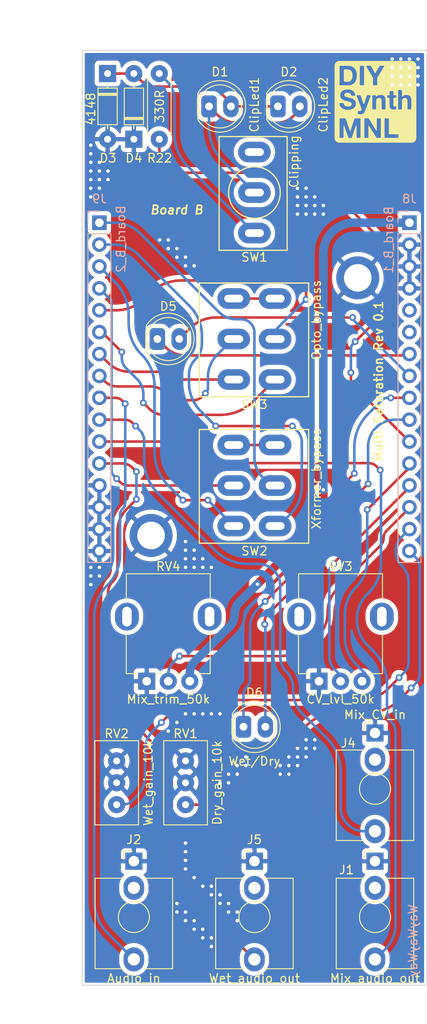
<source format=kicad_pcb>
(kicad_pcb (version 20221018) (generator pcbnew)
  (title_block (title "Eurorack Multi Saturation Boards") (date "2023-12-28") (rev "0.1") (company "DIYSynthMNL") (comment 1 "This version is a prototype"))
  (layers (0 "F.Cu" signal) (31 "B.Cu" signal) (34 "B.Paste" user) (35 "F.Paste" user) (36 "B.SilkS" user "B.Silkscreen") (37 "F.SilkS" user "F.Silkscreen") (38 "B.Mask" user) (39 "F.Mask" user) (44 "Edge.Cuts" user))
  (net 0 "")
  (net 1 "Board_0-+12VA")
  (net 2 "Board_0--12VA")
  (net 3 "Board_0-Audio_in_B")
  (net 4 "Board_0-Clipping_diodes_B")
  (net 5 "Board_0-D1_+_B")
  (net 6 "Board_0-D1_-_B")
  (net 7 "Board_0-D4_+_B")
  (net 8 "Board_0-D4_-_B")
  (net 9 "Board_0-GND1")
  (net 10 "Board_0-Mix_CV_in_B")
  (net 11 "Board_0-Mix_audio_out_B")
  (net 12 "Board_0-Net-(D1-A)")
  (net 13 "Board_0-Net-(D1-K)")
  (net 14 "Board_0-Net-(SW1-A)")
  (net 15 "Board_0-Net-(SW2A-C)")
  (net 16 "Board_0-Net-(SW3A-C)")
  (net 17 "Board_0-RV1_2_B")
  (net 18 "Board_0-RV2_3_B")
  (net 19 "Board_0-RV3_3_B")
  (net 20 "Board_0-RV4_2_B")
  (net 21 "Board_0-RV4_3_B")
  (net 22 "Board_0-SW1_1_B")
  (net 23 "Board_0-SW1_2_B")
  (net 24 "Board_0-SW1_4_B")
  (net 25 "Board_0-SW1_5_B")
  (net 26 "Board_0-SW2_1_B")
  (net 27 "Board_0-SW2_2_B")
  (net 28 "Board_0-SW2_4_B")
  (net 29 "Board_0-SW2_5_B")
  (net 30 "Board_0-Wet_B")
  (net 31 "Board_0-unconnected-(J1-PadTN)")
  (net 32 "Board_0-unconnected-(J2-PadTN)")
  (net 33 "Board_0-unconnected-(J4-PadTN)")
  (net 34 "Board_0-unconnected-(J5-PadTN)")
  (net 35 "Board_0-unconnected-(J8-Pin_6-Pad6)")
  (net 36 "Board_0-unconnected-(SW1-C-Pad3)")
  (footprint "DIYSynthMNL:AudioJack_3.5mm_long_pads" (layer "F.Cu") (at 162.5 114.1)
    (fp_text reference "J1")
    (fp_text value "Mix_audio_out")
  )
  (footprint "DIYSynthMNL:ToggleSwitch_MTS-202_DPDT" (layer "F.Cu") (at 148.5 70.5 180)
    (fp_text reference "SW2")
    (fp_text value "Xformer_bypass")
  )
  (footprint "DIYSynthMNL:MountingHole_M3_Standoff_Pad" (layer "F.Cu") (at 136.5 76.3)
    (fp_text reference "H4")
    (fp_text value "MountingHole")
  )
  (footprint "DIYSynthMNL:ToggleSwitch_MTS-102_SPDT" (layer "F.Cu") (at 148.5 36.5 180)
    (fp_text reference "SW1")
    (fp_text value "Clipping")
  )
  (footprint "DIYSynthMNL:ToggleSwitch_MTS-202_DPDT" (layer "F.Cu") (at 148.5 53.5 180)
    (fp_text reference "SW3")
    (fp_text value "Opto_bypass")
  )
  (footprint "DIYSynthMNL:MountingHole_M3_Standoff_Pad" (layer "F.Cu") (at 160.5 46.4)
    (fp_text reference "H3")
    (fp_text value "MountingHole")
  )
  (footprint "DIYSynthMNL:LED_D5.0mm_BigPads" (layer "F.Cu") (at 138.5 53.5)
    (fp_text reference "D5")
    (fp_text value "Opto_sat")
  )
  (footprint "PCM_kikit:Board" (layer "F.Cu") (at 128.5 20)
    (fp_text reference "B2")
    (fp_text value "Board")
  )
  (footprint "DIYSynthMNL:AudioJack_3.5mm_long_pads" (layer "F.Cu") (at 148.5 114.1)
    (fp_text reference "J5")
    (fp_text value "Wet_audio_out")
  )
  (footprint "DIYSynthMNL:LED_D5.0mm_BigPads" (layer "F.Cu") (at 152.5 26.5)
    (fp_text reference "D2")
    (fp_text value "ClipLed2")
  )
  (footprint "DIYSynthMNL:Potentiometer_Bourns_3296W_Vertical_BigPads" (layer "F.Cu") (at 140.5 102.46 90)
    (fp_text reference "RV1")
    (fp_text value "Dry_gain_10k")
  )
  (footprint "DIYSynthMNL:D_4148_BigPads" (layer "F.Cu") (at 131.452 22.69 -90)
    (fp_text reference "D3")
    (fp_text value "4148")
  )
  (footprint "DIYSynthMNL:Potentiometer_RV09_BigPads" (layer "F.Cu") (at 155.9973 93.2158 90)
    (fp_text reference "RV3")
    (fp_text value "CV_lvl_50k")
  )
  (footprint "DIYSynthMNL:D_4148_BigPads" (layer "F.Cu") (at 134.5 30.31 90)
    (fp_text reference "D4")
    (fp_text value "4148" hide)
  )
  (footprint "DIYSynthMNL:AudioJack_3.5mm_long_pads" (layer "F.Cu") (at 162.5 99.22)
    (fp_text reference "J4")
    (fp_text value "Mix_CV_in")
  )
  (footprint "DIYSynthMNL:LED_D5.0mm_BigPads" (layer "F.Cu") (at 144.5 26.5)
    (fp_text reference "D1")
    (fp_text value "ClipLed1")
  )
  (footprint "DIYSynthMNL:Potentiometer_RV09_BigPads" (layer "F.Cu") (at 135.9973 93.2158 90)
    (fp_text reference "RV4")
    (fp_text value "Mix_trim_50k")
  )
  (footprint "DIYSynthMNL:R_quarter_watt_L6.3mm_D2.5mm_P7.62mm" (layer "F.Cu") (at 137.452 22.69 -90)
    (fp_text reference "R22")
    (fp_text value "330R")
  )
  (footprint "DIYSynthMNL:LED_D5.0mm_BigPads" (layer "F.Cu") (at 148.5 98.5)
    (fp_text reference "D6")
    (fp_text value "Wet/Dry")
  )
  (footprint "DIYSynthMNL:Potentiometer_Bourns_3296W_Vertical_BigPads" (layer "F.Cu") (at 132.5 102.46 90)
    (fp_text reference "RV2")
    (fp_text value "Wet_gain_10k")
  )
  (footprint "DIYSynthMNL:AudioJack_3.5mm_long_pads" (layer "F.Cu") (at 134.5 114.1)
    (fp_text reference "J2")
    (fp_text value "Audio_in")
  )
  (footprint "Connector_PinSocket_2.54mm:PinSocket_1x16_P2.54mm_Vertical" (layer "B.Cu") (at 166.5 40 180)
    (fp_text reference "J8")
    (fp_text value "Board_B_1")
  )
  (footprint "Connector_PinSocket_2.54mm:PinSocket_1x16_P2.54mm_Vertical" (layer "B.Cu") (at 130.5 40 180)
    (fp_text reference "J9")
    (fp_text value "Board_B_2")
  )
  (gr_poly (pts (xy 166.761569 21.222478) (xy 166.790486 21.224663) (xy 166.818973 21.228262) (xy 166.846996 21.23324) (xy 166.874518 21.239561) (xy 166.901505 21.24719) (xy 166.927922 21.256093) (xy 166.953734 21.266234) (xy 166.978904 21.277578) (xy 167.003399 21.290089) (xy 167.027183 21.303733) (xy 167.050221 21.318475) (xy 167.072478 21.334279) (xy 167.093918 21.35111) (xy 167.114507 21.368934) (xy 167.134209 21.387714) (xy 167.152989 21.407416) (xy 167.170813 21.428005) (xy 167.187644 21.449445) (xy 167.203448 21.471702) (xy 167.21819 21.49474) (xy 167.231834 21.518524) (xy 167.244346 21.543019) (xy 167.255689 21.568189) (xy 167.26583 21.594001) (xy 167.274733 21.620417) (xy 167.282363 21.647405) (xy 167.288684 21.674927) (xy 167.293661 21.702949) (xy 167.29726 21.731437) (xy 167.299445 21.760354) (xy 167.300182 21.789666) (xy 167.300182 30.14626) (xy 167.299445 30.175572) (xy 167.29726 30.204489) (xy 167.293661 30.232976) (xy 167.288684 30.260999) (xy 167.282363 30.288521) (xy 167.274733 30.315508) (xy 167.26583 30.341925) (xy 167.255689 30.367737) (xy 167.244346 30.392907) (xy 167.231834 30.417402) (xy 167.21819 30.441186) (xy 167.203448 30.464224) (xy 167.187644 30.48648) (xy 167.170813 30.507921) (xy 167.152989 30.528509) (xy 167.134209 30.548212) (xy 167.114507 30.566992) (xy 167.093918 30.584815) (xy 167.072478 30.601647) (xy 167.050221 30.617451) (xy 167.027183 30.632192) (xy 167.003399 30.645836) (xy 166.978904 30.658348) (xy 166.953734 30.669692) (xy 166.927922 30.679833) (xy 166.901505 30.688735) (xy 166.874518 30.696365) (xy 166.846996 30.702686) (xy 166.818973 30.707663) (xy 166.790486 30.711262) (xy 166.761569 30.713447) (xy 166.732257 30.714184) (xy 158.375663 30.714184) (xy 158.346351 30.713447) (xy 158.317434 30.711262) (xy 158.288947 30.707663) (xy 158.260924 30.702686) (xy 158.233402 30.696365) (xy 158.206415 30.688735) (xy 158.179998 30.679833) (xy 158.154187 30.669692) (xy 158.129016 30.658348) (xy 158.104521 30.645836) (xy 158.080737 30.632192) (xy 158.057699 30.617451) (xy 158.035443 30.601647) (xy 158.014002 30.584815) (xy 157.993414 30.566992) (xy 157.973712 30.548212) (xy 157.954931 30.528509) (xy 157.937108 30.507921) (xy 157.920277 30.48648) (xy 157.904472 30.464224) (xy 157.889731 30.441186) (xy 157.876087 30.417402) (xy 157.863575 30.392907) (xy 157.852231 30.367737) (xy 157.84209 30.341925) (xy 157.833188 30.315508) (xy 157.825558 30.288521) (xy 157.819237 30.260999) (xy 157.81426 30.232976) (xy 157.810661 30.204489) (xy 157.808475 30.175572) (xy 157.807739 30.14626) (xy 157.807739 30.013968) (xy 158.385998 30.013968) (xy 158.386045 30.022696) (xy 158.386185 30.031417) (xy 158.386421 30.040134) (xy 158.386755 30.04885) (xy 158.387188 30.057565) (xy 158.387722 30.066282) (xy 158.388358 30.075004) (xy 158.389099 30.083731) (xy 158.389558 30.087643) (xy 158.390141 30.09144) (xy 158.390847 30.09512) (xy 158.391678 30.098682) (xy 158.392633 30.102126) (xy 158.393711 30.105449) (xy 158.394914 30.108651) (xy 158.396241 30.11173) (xy 158.397691 30.114685) (xy 158.399266 30.117514) (xy 158.400965 30.120218) (xy 158.402788 30.122793) (xy 158.404735 30.125239) (xy 158.406806 30.127555) (xy 158.409001 30.129739) (xy 158.41132 30.13179) (xy 158.413737 30.133725) (xy 158.416228 30.135562) (xy 158.418791 30.137302) (xy 158.421427 30.138943) (xy 158.424137 30.140486) (xy 158.426921 30.14193) (xy 158.429778 30.143276) (xy 158.43271 30.144523) (xy 158.435716 30.145671) (xy 158.438797 30.146719) (xy 158.441952 30.147668) (xy 158.445183 30.148517) (xy 158.448489 30.149265) (xy 158.451871 30.149914) (xy 158.455328 30.150463) (xy 158.458862 30.15091) (xy 158.687272 30.15091) (xy 158.693637 30.150957) (xy 158.700028 30.151098) (xy 158.706436 30.151334) (xy 158.712852 30.151668) (xy 158.719268 30.152102) (xy 158.725675 30.152635) (xy 158.732066 30.153272) (xy 158.738432 30.154012) (xy 158.744728 30.153897) (xy 158.75092 30.153557) (xy 158.757009 30.153002) (xy 158.762997 30.15224) (xy 158.768885 30.151279) (xy 158.774676 30.150129) (xy 158.780372 30.148797) (xy 158.785974 30.147293) (xy 158.790252 30.146439) (xy 158.794354 30.145464) (xy 158.798282 30.144368) (xy 158.802034 30.14315) (xy 158.805612 30.141809) (xy 158.809016 30.140347) (xy 158.812246 30.13876) (xy 158.815301 30.137051) (xy 158.816764 30.13615) (xy 158.818183 30.135217) (xy 158.819559 30.134254) (xy 158.820892 30.133259) (xy 158.822181 30.132233) (xy 158.823428 30.131176) (xy 158.82463 30.130088) (xy 158.82579 30.128968) (xy 158.826907 30.127816) (xy 158.82798 30.126633) (xy 158.82901 30.125419) (xy 158.829998 30.124173) (xy 158.830942 30.122895) (xy 158.831843 30.121586) (xy 158.832701 30.120245) (xy 158.833516 30.118872) (xy 158.835051 30.116849) (xy 158.83648 30.114751) (xy 158.837805 30.112577) (xy 158.839026 30.110328) (xy 158.840144 30.108004) (xy 158.841161 30.105604) (xy 158.842077 30.10313) (xy 158.842892 30.100582) (xy 158.843609 30.097959) (xy 158.844227 30.095261) (xy 158.844747 30.09249) (xy 158.845171 30.089645) (xy 158.8455 30.086726) (xy 158.845733 30.083734) (xy 158.845872 30.080668) (xy 158.845919 30.07753) (xy 158.845919 29.026948) (xy 158.847378 29.009418) (xy 158.848522 28.991808) (xy 158.84895 28.982998) (xy 158.849269 28.974198) (xy 158.849468 28.965418) (xy 158.849536 28.956669) (xy 158.849536 28.886906) (xy 158.849468 28.880609) (xy 158.849269 28.874417) (xy 158.84895 28.868328) (xy 158.848522 28.862341) (xy 158.847995 28.856452) (xy 158.847378 28.850661) (xy 158.846683 28.844966) (xy 158.845919 28.839363) (xy 158.846034 28.833067) (xy 158.846373 28.826875) (xy 158.846928 28.820786) (xy 158.84769 28.814798) (xy 158.848651 28.80891) (xy 158.849801 28.803119) (xy 158.851132 28.797423) (xy 158.852637 28.791821) (xy 158.854118 28.786265) (xy 158.855391 28.78071) (xy 158.856459 28.775155) (xy 158.857325 28.7696) (xy 158.857992 28.764045) (xy 158.858464 28.75849) (xy 158.858745 28.752935) (xy 158.858838 28.747379) (xy 158.858901 28.744648) (xy 158.859092 28.74201) (xy 158.859409 28.739466) (xy 158.859615 28.73823) (xy 158.859852 28.737017) (xy 158.860121 28.735829) (xy 158.860422 28.734664) (xy 158.860753 28.733524) (xy 158.861116 28.732407) (xy 158.86151 28.731316) (xy 158.861935 28.730248) (xy 158.862391 28.729205) (xy 158.862879 28.728187) (xy 158.863397 28.727194) (xy 158.863946 28.726225) (xy 158.864527 28.725282) (xy 158.865138 28.724364) (xy 158.86578 28.72347) (xy 158.866452 28.722603) (xy 158.867156 28.72176) (xy 158.867889 28.720943) (xy 158.868654 28.720152) (xy 158.869449 28.719387) (xy 158.870275 28.718647) (xy 158.87113 28.717933) (xy 158.872017 28.717246) (xy 158.872933 28.716584) (xy 158.87388 28.715949) (xy 158.874857 28.71534) (xy 158.876031 28.714596) (xy 158.877173 28.713951) (xy 158.877732 28.713666) (xy 158.878283 28.713405) (xy 158.878827 28.71317) (xy 158.879363 28.712959) (xy 158.879892 28.712773) (xy 158.880414 28.712611) (xy 158.880929 28.712475) (xy 158.881437 28.712363) (xy 158.881938 28.712277) (xy 158.882433 28.712215) (xy 158.882921 28.712177) (xy 158.883403 28.712165) (xy 158.883878 28.712177) (xy 158.884348 28.712215) (xy 158.884811 28.712277) (xy 158.885269 28.712363) (xy 158.885721 28.712475) (xy 158.886168 28.712611) (xy 158.886609 28.712773) (xy 158.887045 28.712959) (xy 158.887476 28.71317) (xy 158.887902 28.713405) (xy 158.888323 28.713666) (xy 158.888739 28.713951) (xy 158.889151 28.714261) (xy 158.889558 28.714596) (xy 158.889961 28.714956) (xy 158.89036 28.71534) (xy 158.891157 28.715753) (xy 158.891957 28.716197) (xy 158.892762 28.716671) (xy 158.89357 28.717173) (xy 158.89438 28.717704) (xy 158.895192 28.718262) (xy 158.896006 28.718847) (xy 158.89682 28.719457) (xy 158.897634 28.720092) (xy 158.898448 28.720751) (xy 158.89926 28.721432) (xy 158.90007 28.722137) (xy 158.901683 28.723608) (xy 158.903279 28.725159) (xy 158.908002 28.732543) (xy 158.91264 28.740413) (xy 158.917188 28.748771) (xy 158.921643 28.757622) (xy 158.925999 28.766968) (xy 158.93025 28.776815) (xy 158.934392 28.787165) (xy 158.938419 28.798022) (xy 158.946985 28.817167) (xy 158.955227 28.836503) (xy 158.963153 28.856032) (xy 158.970773 28.875758) (xy 158.978095 28.895682) (xy 158.985128 28.915807) (xy 158.991882 28.936135) (xy 158.998364 28.956669) (xy 159.011307 28.997798) (xy 159.0247 29.038594) (xy 159.038491 29.078994) (xy 159.052624 29.118933) (xy 159.065113 29.152453) (xy 159.077189 29.186352) (xy 159.088869 29.220647) (xy 159.100167 29.255359) (xy 159.111465 29.289882) (xy 159.123144 29.323608) (xy 159.13522 29.35654) (xy 159.147709 29.388683) (xy 159.151529 29.396623) (xy 159.15505 29.404568) (xy 159.158274 29.412515) (xy 159.161201 29.420464) (xy 159.163829 29.428413) (xy 159.16616 29.436361) (xy 159.168194 29.444305) (xy 159.16993 29.452246) (xy 159.17236 29.460186) (xy 159.17489 29.46813) (xy 159.177519 29.476078) (xy 159.180247 29.484027) (xy 159.183073 29.491975) (xy 159.186 29.499923) (xy 159.189025 29.507867) (xy 159.192151 29.515807) (xy 159.192534 29.516608) (xy 159.192891 29.517427) (xy 159.193222 29.518264) (xy 159.193527 29.519121) (xy 159.193806 29.519998) (xy 159.19406 29.520896) (xy 159.194289 29.521817) (xy 159.194494 29.522762) (xy 159.194673 29.523732) (xy 159.194827 29.524728) (xy 159.194958 29.525751) (xy 159.195064 29.526802) (xy 159.195146 29.527883) (xy 159.195205 29.528993) (xy 159.19524 29.530135) (xy 159.195251 29.53131) (xy 159.19606 29.533648) (xy 159.196894 29.535897) (xy 159.197747 29.538053) (xy 159.198608 29.540114) (xy 159.199469 29.542075) (xy 159.200322 29.543934) (xy 159.201159 29.545686) (xy 159.201969 29.54733) (xy 159.205093 29.55527) (xy 159.208118 29.563215) (xy 159.211044 29.571162) (xy 159.213871 29.579111) (xy 159.216599 29.58706) (xy 159.219228 29.595007) (xy 159.221758 29.602952) (xy 159.22419 29.610892) (xy 159.226667 29.618786) (xy 159.229337 29.62659) (xy 159.232202 29.634301) (xy 159.235263 29.641917) (xy 159.238523 29.649433) (xy 159.241983 29.656846) (xy 159.245645 29.664154) (xy 159.249512 29.671353) (xy 159.249896 29.672544) (xy 159.250253 29.673736) (xy 159.25089 29.676125) (xy 159.251424 29.678517) (xy 159.251857 29.680911) (xy 159.25219 29.683305) (xy 159.252426 29.685698) (xy 159.252566 29.688088) (xy 159.252612 29.690473) (xy 159.253401 29.692094) (xy 159.254178 29.693787) (xy 159.254949 29.695563) (xy 159.255715 29.697429) (xy 159.256481 29.699395) (xy 159.257251 29.701469) (xy 159.258027 29.70366) (xy 159.258813 29.705976) (xy 159.262726 29.715606) (xy 159.266528 29.725444) (xy 159.270225 29.735486) (xy 159.273818 29.74573) (xy 159.277312 29.756172) (xy 159.280711 29.76681) (xy 159.284017 29.77764) (xy 159.287235 29.788659) (xy 159.290475 29.798937) (xy 159.29384 29.80913) (xy 159.297322 29.819234) (xy 159.300911 29.829244) (xy 159.304599 29.839154) (xy 159.308378 29.84896) (xy 159.312239 29.858657) (xy 159.316174 29.86824) (xy 159.325476 29.896663) (xy 159.329341 29.906246) (xy 159.333002 29.915943) (xy 159.336462 29.92575) (xy 159.339722 29.93566) (xy 159.342783 29.945669) (xy 159.345648 29.955773) (xy 159.348319 29.965967) (xy 159.350797 29.976245) (xy 159.354037 29.985759) (xy 159.357402 29.995258) (xy 159.360884 30.004745) (xy 159.364473 30.014226) (xy 159.37194 30.033195) (xy 159.379736 30.052209) (xy 159.391638 30.079117) (xy 159.401957 30.102852) (xy 159.403206 30.105223) (xy 159.404573 30.107574) (xy 159.406059 30.109904) (xy 159.407664 30.112212) (xy 159.40939 30.114498) (xy 159.411238 30.116761) (xy 159.413207 30.119) (xy 159.4153 30.121215) (xy 159.417516 30.123406) (xy 159.419858 30.125571) (xy 159.422325 30.12771) (xy 159.424919 30.129822) (xy 159.427641 30.131907) (xy 159.430491 30.133964) (xy 159.433471 30.135992) (xy 159.43658 30.137992) (xy 159.438219 30.139159) (xy 159.43996 30.140282) (xy 159.441802 30.141359) (xy 159.443746 30.14239) (xy 159.44579 30.143373) (xy 159.447936 30.14431) (xy 159.450181 30.145197) (xy 159.452525 30.146036) (xy 159.454969 30.146826) (xy 159.457512 30.147565) (xy 159.460153 30.148253) (xy 159.462892 30.14889) (xy 159.465729 30.149475) (xy 159.468663 30.150007) (xy 159.471694 30.150486) (xy 159.474821 30.15091) (xy 159.48121 30.15165) (xy 159.487683 30.152286) (xy 159.494244 30.15282) (xy 159.500899 30.153253) (xy 159.507653 30.153588) (xy 159.514511 30.153824) (xy 159.52148 30.153965) (xy 159.528564 30.154012) (xy 159.589026 30.154012) (xy 159.596826 30.153272) (xy 159.60435 30.152635) (xy 159.611589 30.152102) (xy 159.618537 30.151668) (xy 159.625187 30.151334) (xy 159.631533 30.151098) (xy 159.637568 30.150957) (xy 159.643286 30.15091) (xy 159.71615 30.15091) (xy 159.721613 30.149406) (xy 159.726887 30.148075) (xy 159.73197 30.146924) (xy 159.736857 30.145964) (xy 159.741546 30.145202) (xy 159.746034 30.144647) (xy 159.748201 30.14445) (xy 159.750316 30.144308) (xy 159.752379 30.144221) (xy 159.75439 30.144193) (xy 159.756372 30.143757) (xy 159.758349 30.143244) (xy 159.760322 30.142654) (xy 159.762292 30.141987) (xy 159.764259 30.141245) (xy 159.766224 30.140426) (xy 159.768188 30.139533) (xy 159.770151 30.138564) (xy 159.772114 30.137521) (xy 159.774078 30.136404) (xy 159.776044 30.135214) (xy 159.778011 30.13395) (xy 159.779981 30.132614) (xy 159.781954 30.131205) (xy 159.783931 30.129725) (xy 159.785913 30.128173) (xy 159.78786 30.126563) (xy 159.789732 30.124908) (xy 159.791531 30.123208) (xy 159.793254 30.121461) (xy 159.794903 30.119668) (xy 159.796478 30.117827) (xy 159.797979 30.115937) (xy 159.799404 30.113999) (xy 159.800756 30.112011) (xy 159.802033 30.109973) (xy 159.803236 30.107883) (xy 159.804364 30.105743) (xy 159.805418 30.10355) (xy 159.806397 30.101304) (xy 159.807303 30.099004) (xy 159.808134 30.09665) (xy 159.812905 30.086917) (xy 159.817691 30.076773) (xy 159.822479 30.066233) (xy 159.827254 30.055309) (xy 159.831119 30.046582) (xy 159.83478 30.03786) (xy 159.83824 30.029143) (xy 159.8415 30.020428) (xy 159.844561 30.011712) (xy 159.847426 30.002995) (xy 159.850097 29.994273) (xy 159.852575 29.985546) (xy 159.855052 29.976077) (xy 159.857722 29.966719) (xy 159.860587 29.957468) (xy 159.863648 29.94832) (xy 159.866908 29.939271) (xy 159.870368 29.930318) (xy 159.874031 29.921456) (xy 159.877897 29.912682) (xy 159.87867 29.911492) (xy 159.879401 29.910299) (xy 159.880089 29.909106) (xy 159.880732 29.907911) (xy 159.881331 29.906715) (xy 159.881883 29.905519) (xy 159.882387 29.904322) (xy 159.882843 29.903125) (xy 159.88325 29.901928) (xy 159.883605 29.90073) (xy 159.883909 29.899534) (xy 159.88416 29.898338) (xy 159.884357 29.897142) (xy 159.8845 29.895948) (xy 159.884586 29.894754) (xy 159.884615 29.893562) (xy 159.884638 29.892371) (xy 159.884707 29.891179) (xy 159.884824 29.889985) (xy 159.884988 29.888791) (xy 159.8852 29.887595) (xy 159.885461 29.886399) (xy 159.88577 29.885202) (xy 159.886128 29.884005) (xy 159.886536 29.882807) (xy 159.886993 29.88161) (xy 159.887502 29.880414) (xy 159.888061 29.879217) (xy 159.888672 29.878022) (xy 159.889334 29.876827) (xy 159.890049 29.875634) (xy 159.890816 29.874442) (xy 159.907891 29.828433) (xy 159.924184 29.782458) (xy 159.939684 29.736483) (xy 159.954378 29.690473) (xy 159.96167 29.666699) (xy 159.969259 29.643006) (xy 159.977145 29.6194) (xy 159.985328 29.595887) (xy 159.993809 29.572474) (xy 160.002588 29.549165) (xy 160.011665 29.525968) (xy 160.02104 29.502889) (xy 160.024119 29.494948) (xy 160.027005 29.487004) (xy 160.029695 29.479056) (xy 160.032188 29.471107) (xy 160.034483 29.463158) (xy 160.036578 29.455211) (xy 160.038471 29.447266) (xy 160.040161 29.439326) (xy 160.042591 29.431455) (xy 160.045121 29.423709) (xy 160.04775 29.41608) (xy 160.050477 29.40856) (xy 160.053304 29.401139) (xy 160.056231 29.393808) (xy 160.059256 29.386558) (xy 160.062382 29.379381) (xy 160.066201 29.371441) (xy 160.069723 29.363497) (xy 160.072947 29.355549) (xy 160.075873 29.347601) (xy 160.078502 29.339652) (xy 160.080833 29.331704) (xy 160.082866 29.32376) (xy 160.084603 29.31582) (xy 160.087033 29.307926) (xy 160.089563 29.300122) (xy 160.092191 29.29241) (xy 160.094919 29.284795) (xy 160.097746 29.277279) (xy 160.100672 29.269866) (xy 160.103698 29.262558) (xy 160.106823 29.255359) (xy 160.107591 29.254168) (xy 160.108305 29.252975) (xy 160.108968 29.251782) (xy 160.109578 29.250587) (xy 160.110137 29.249391) (xy 160.110646 29.248195) (xy 160.111104 29.246998) (xy 160.111511 29.2458) (xy 160.11187 29.244603) (xy 160.112179 29.243406) (xy 160.112439 29.242209) (xy 160.112651 29.241013) (xy 160.112815 29.239817) (xy 160.112932 29.238623) (xy 160.113001 29.237429) (xy 160.113024 29.236237) (xy 160.113048 29.234663) (xy 160.113117 29.233113) (xy 160.113234 29.231589) (xy 160.113398 29.230089) (xy 160.11361 29.228613) (xy 160.11387 29.227163) (xy 160.114179 29.225737) (xy 160.114538 29.224336) (xy 160.114945 29.22296) (xy 160.115403 29.221608) (xy 160.115912 29.220281) (xy 160.116471 29.218979) (xy 160.117081 29.217701) (xy 160.117744 29.216449) (xy 160.118458 29.21522) (xy 160.119226 29.214017) (xy 160.126941 29.193359) (xy 160.134231 29.172676) (xy 160.141123 29.151993) (xy 160.147648 29.131335) (xy 160.150888 29.121033) (xy 160.154253 29.110757) (xy 160.161323 29.090252) (xy 160.168791 29.069747) (xy 160.176587 29.049169) (xy 160.177748 29.046787) (xy 160.178855 29.044401) (xy 160.180904 29.039622) (xy 160.182741 29.034837) (xy 160.184373 29.030049) (xy 160.185806 29.025261) (xy 160.187049 29.020476) (xy 160.188108 29.015698) (xy 160.188989 29.010929) (xy 160.201908 28.972689) (xy 160.211187 28.947257) (xy 160.220013 28.921787) (xy 160.228442 28.896317) (xy 160.236531 28.870886) (xy 160.246078 28.845722) (xy 160.255651 28.821) (xy 160.274772 28.772701) (xy 160.287691 28.741178) (xy 160.288894 28.738818) (xy 160.290122 28.736502) (xy 160.291374 28.734231) (xy 160.292651 28.732005) (xy 160.293953 28.729825) (xy 160.29528 28.727692) (xy 160.296631 28.725607) (xy 160.298007 28.723571) (xy 160.299409 28.721584) (xy 160.300834 28.719648) (xy 160.302285 28.717763) (xy 160.303761 28.715931) (xy 160.305261 28.714151) (xy 160.306786 28.712425) (xy 160.308337 28.710754) (xy 160.309912 28.709139) (xy 160.310307 28.708731) (xy 160.3107 28.708304) (xy 160.31109 28.707856) (xy 160.311478 28.707386) (xy 160.311864 28.706895) (xy 160.312248 28.70638) (xy 160.313015 28.70528) (xy 160.313781 28.704082) (xy 160.314551 28.702778) (xy 160.315327 28.701365) (xy 160.316113 28.699837) (xy 160.31692 28.699082) (xy 160.317755 28.698404) (xy 160.318618 28.6978) (xy 160.319507 28.697272) (xy 160.320423 28.696819) (xy 160.321365 28.696441) (xy 160.322333 28.696138) (xy 160.323326 28.695909) (xy 160.324345 28.695755) (xy 160.325387 28.695674) (xy 160.326454 28.695668) (xy 160.327544 28.695735) (xy 160.328657 28.695875) (xy 160.329794 28.696089) (xy 160.330952 28.696376) (xy 160.332133 28.696736) (xy 160.33444 28.697602) (xy 160.3366 28.698612) (xy 160.338613 28.699766) (xy 160.340478 28.701066) (xy 160.342195 28.702513) (xy 160.343763 28.704106) (xy 160.345184 28.705846) (xy 160.346455 28.707735) (xy 160.347578 28.709773) (xy 160.348552 28.71196) (xy 160.349376 28.714297) (xy 160.350051 28.716785) (xy 160.350577 28.719425) (xy 160.350952 28.722216) (xy 160.351178 28.725161) (xy 160.351253 28.728259) (xy 160.351346 28.734556) (xy 160.351626 28.740748) (xy 160.352099 28.746836) (xy 160.352766 28.752824) (xy 160.353632 28.758712) (xy 160.354699 28.764503) (xy 160.355972 28.770199) (xy 160.357454 28.775802) (xy 160.35821 28.778992) (xy 160.358889 28.782213) (xy 160.359493 28.785464) (xy 160.360022 28.788744) (xy 160.360475 28.792053) (xy 160.360853 28.795388) (xy 160.361156 28.79875) (xy 160.361384 28.802138) (xy 160.361539 28.80555) (xy 160.361619 28.808987) (xy 160.361557 28.815928) (xy 160.361202 28.822955) (xy 160.360555 28.830062) (xy 160.360555 28.963387) (xy 160.360742 28.982773) (xy 160.361312 29.002882) (xy 160.362279 29.023784) (xy 160.363655 29.045552) (xy 160.363655 30.07753) (xy 160.363707 30.080668) (xy 160.363863 30.083734) (xy 160.364122 30.086726) (xy 160.364483 30.089645) (xy 160.364946 30.09249) (xy 160.365511 30.095261) (xy 160.366175 30.097959) (xy 160.36694 30.100582) (xy 160.367804 30.10313) (xy 160.368766 30.105604) (xy 160.369826 30.108004) (xy 160.370984 30.110328) (xy 160.372238 30.112577) (xy 160.373588 30.114751) (xy 160.375034 30.116849) (xy 160.376574 30.118872) (xy 160.378172 30.12119) (xy 160.379792 30.123385) (xy 160.381434 30.125455) (xy 160.383099 30.127402) (xy 160.384786 30.129224) (xy 160.386497 30.130923) (xy 160.388232 30.132497) (xy 160.389992 30.133948) (xy 160.391776 30.135275) (xy 160.393585 30.136477) (xy 160.39542 30.137556) (xy 160.397281 30.138511) (xy 160.399169 30.139342) (xy 160.401084 30.140049) (xy 160.403026 30.140633) (xy 160.404996 30.141092) (xy 160.409858 30.141949) (xy 160.414917 30.142925) (xy 160.42563 30.145209) (xy 160.437136 30.147888) (xy 160.449438 30.15091) (xy 160.751229 30.15091) (xy 160.754762 30.150463) (xy 160.75822 30.149915) (xy 160.761602 30.149267) (xy 160.764908 30.148518) (xy 160.768138 30.14767) (xy 160.771294 30.146721) (xy 160.774375 30.145673) (xy 160.777381 30.144525) (xy 160.780312 30.143279) (xy 160.78317 30.141933) (xy 160.785953 30.140488) (xy 160.788663 30.138945) (xy 160.7913 30.137303) (xy 160.793863 30.135564) (xy 160.796353 30.133726) (xy 160.798771 30.13179) (xy 160.801078 30.129739) (xy 160.803239 30.127555) (xy 160.805251 30.125239) (xy 160.807116 30.122793) (xy 160.808833 30.120218) (xy 160.810402 30.117514) (xy 160.811822 30.114685) (xy 160.813093 30.11173) (xy 160.814216 30.108651) (xy 160.81519 30.105449) (xy 160.816014 30.102126) (xy 160.816689 30.098682) (xy 160.817215 30.09512) (xy 160.81759 30.09144) (xy 160.817816 30.087643) (xy 160.817891 30.083731) (xy 160.818633 30.075004) (xy 160.81927 30.066282) (xy 160.819804 30.057565) (xy 160.820236 30.04885) (xy 160.82057 30.040134) (xy 160.820805 30.031417) (xy 160.820945 30.022696) (xy 160.820992 30.013968) (xy 160.820992 29.991748) (xy 161.265409 29.991748) (xy 161.265595 30.017996) (xy 161.266164 30.042723) (xy 161.26713 30.065863) (xy 161.267767 30.076817) (xy 161.268509 30.087349) (xy 161.269439 30.092405) (xy 161.270639 30.097257) (xy 161.272111 30.101906) (xy 161.273854 30.106351) (xy 161.27587 30.110594) (xy 161.278157 30.114636) (xy 161.280717 30.118478) (xy 161.283549 30.122121) (xy 161.286655 30.125565) (xy 161.290033 30.128811) (xy 161.293685 30.131861) (xy 161.29761 30.134716) (xy 161.301809 30.137375) (xy 161.306282 30.13984) (xy 161.31103 30.142112) (xy 161.316052 30.144193) (xy 161.320913 30.145697) (xy 161.325972 30.147028) (xy 161.331229 30.148178) (xy 161.336685 30.149139) (xy 161.342339 30.149901) (xy 161.348191 30.150456) (xy 161.354243 30.150795) (xy 161.360493 30.15091) (xy 161.605439 30.15091) (xy 161.614005 30.150842) (xy 161.622247 30.150643) (xy 161.630173 30.150325) (xy 161.637793 30.149897) (xy 161.645115 30.149369) (xy 161.652148 30.148753) (xy 161.658901 30.148057) (xy 161.665384 30.147293) (xy 161.668906 30.146834) (xy 161.672329 30.146251) (xy 161.675652 30.145545) (xy 161.678876 30.144714) (xy 161.682001 30.14376) (xy 161.685027 30.142681) (xy 161.687953 30.141478) (xy 161.69078 30.140152) (xy 161.693508 30.138701) (xy 161.696136 30.137126) (xy 161.698666 30.135427) (xy 161.701096 30.133605) (xy 161.703427 30.131658) (xy 161.705659 30.129587) (xy 161.707792 30.127392) (xy 161.709826 30.125072) (xy 161.71175 30.122184) (xy 161.713553 30.119077) (xy 161.715234 30.115748) (xy 161.716794 30.112199) (xy 161.718231 30.108429) (xy 161.719545 30.104437) (xy 161.720737 30.100222) (xy 161.721804 30.095785) (xy 161.722748 30.091124) (xy 161.723567 30.08624) (xy 161.724262 30.081131) (xy 161.724831 30.075798) (xy 161.725274 30.070239) (xy 161.725591 30.064455) (xy 161.725782 30.058445) (xy 161.725846 30.052209) (xy 161.725846 30.017069) (xy 161.7266 30.015087) (xy 161.727279 30.01311) (xy 161.727882 30.011137) (xy 161.72841 30.009167) (xy 161.728863 30.0072) (xy 161.729241 30.005235) (xy 161.729544 30.003271) (xy 161.729773 30.001308) (xy 161.729928 29.999345) (xy 161.730008 29.997381) (xy 161.730015 29.995415) (xy 161.729947 29.993448) (xy 161.729807 29.991478) (xy 161.729593 29.989505) (xy 161.729306 29.987528) (xy 161.728946 29.985546) (xy 161.728946 28.775802) (xy 161.729428 28.772256) (xy 161.73008 28.768764) (xy 161.730904 28.765324) (xy 161.731899 28.761935) (xy 161.733065 28.758599) (xy 161.734404 28.755313) (xy 161.735916 28.752078) (xy 161.737601 28.748893) (xy 161.739459 28.745757) (xy 161.741492 28.742671) (xy 161.743699 28.739633) (xy 161.746081 28.736643) (xy 161.748639 28.733702) (xy 161.751372 28.730807) (xy 161.754282 28.72796) (xy 161.757368 28.725159) (xy 161.761675 28.725292) (xy 161.763784 28.725458) (xy 161.765864 28.725691) (xy 161.767913 28.725991) (xy 161.769933 28.726358) (xy 161.771923 28.726793) (xy 161.773883 28.727294) (xy 161.775813 28.727863) (xy 161.777712 28.728499) (xy 161.779581 28.729203) (xy 161.78142 28.729974) (xy 161.783228 28.730814) (xy 161.785005 28.731721) (xy 161.786751 28.732696) (xy 161.788467 28.733739) (xy 161.790152 28.73485) (xy 161.791805 28.73603) (xy 161.793427 28.737278) (xy 161.795018 28.738595) (xy 161.796578 28.73998) (xy 161.798106 28.741434) (xy 161.799602 28.742957) (xy 161.801067 28.744549) (xy 161.8039 28.74794) (xy 161.806606 28.751609) (xy 161.809182 28.755556) (xy 161.811629 28.759782) (xy 161.832336 28.789293) (xy 161.849869 28.814042) (xy 161.893554 28.886149) (xy 161.935652 28.956669) (xy 161.957874 28.990457) (xy 161.980093 29.025103) (xy 162.002313 29.060542) (xy 162.024535 29.096712) (xy 162.500475 29.858422) (xy 162.514609 29.880831) (xy 162.52155 29.892177) (xy 162.528399 29.90362) (xy 162.535149 29.915163) (xy 162.541792 29.926806) (xy 162.548323 29.938553) (xy 162.554735 29.950406) (xy 162.61158 30.039289) (xy 162.621127 30.054987) (xy 162.6307 30.070314) (xy 162.640273 30.085244) (xy 162.64982 30.099751) (xy 162.652261 30.10289) (xy 162.654821 30.105955) (xy 162.657501 30.108948) (xy 162.660301 30.111866) (xy 162.663223 30.114712) (xy 162.666267 30.117483) (xy 162.669433 30.12018) (xy 162.672723 30.122803) (xy 162.676137 30.125352) (xy 162.679676 30.127826) (xy 162.683339 30.130225) (xy 162.687129 30.132549) (xy 162.691046 30.134798) (xy 162.69509 30.136972) (xy 162.699262 30.13907) (xy 162.703563 30.141092) (xy 162.705969 30.142249) (xy 162.708425 30.143338) (xy 162.71093 30.144357) (xy 162.713484 30.145307) (xy 162.716088 30.146185) (xy 162.718741 30.146991) (xy 162.721444 30.147724) (xy 162.724197 30.148384) (xy 162.726999 30.148969) (xy 162.729851 30.149479) (xy 162.732752 30.149913) (xy 162.735703 30.15027) (xy 162.738704 30.150549) (xy 162.741755 30.150749) (xy 162.744855 30.15087) (xy 162.748005 30.15091) (xy 163.091137 30.15091) (xy 163.103252 30.147885) (xy 163.114189 30.145204) (xy 163.123935 30.142922) (xy 163.128358 30.141947) (xy 163.132478 30.141092) (xy 163.134832 30.14025) (xy 163.137131 30.13931) (xy 163.139378 30.138272) (xy 163.141571 30.137136) (xy 163.143711 30.135901) (xy 163.145801 30.134568) (xy 163.147839 30.133137) (xy 163.149827 30.131606) (xy 163.151765 30.129977) (xy 163.153655 30.128247) (xy 163.155496 30.126418) (xy 163.157289 30.12449) (xy 163.159036 30.122461) (xy 163.160736 30.120332) (xy 163.162391 30.118102) (xy 163.164001 30.115771) (xy 163.165529 30.113325) (xy 163.16694 30.110748) (xy 163.168232 30.108043) (xy 163.169404 30.105209) (xy 163.170455 30.102248) (xy 163.171385 30.099161) (xy 163.172193 30.095948) (xy 163.172877 30.092609) (xy 163.173438 30.089147) (xy 163.173874 30.085562) (xy 163.174184 30.081854) (xy 163.174367 30.078025) (xy 163.174423 30.074075) (xy 163.174351 30.070006) (xy 163.174266 30.068229) (xy 163.615136 30.068229) (xy 163.615182 30.071762) (xy 163.615322 30.07522) (xy 163.615555 30.078602) (xy 163.615883 30.081908) (xy 163.616307 30.085138) (xy 163.616828 30.088294) (xy 163.617446 30.091375) (xy 163.618162 30.094381) (xy 163.618978 30.097313) (xy 163.619893 30.10017) (xy 163.62091 30.102954) (xy 163.622028 30.105664) (xy 163.62325 30.1083) (xy 163.624574 30.110863) (xy 163.626003 30.113354) (xy 163.627538 30.115771) (xy 163.629583 30.118869) (xy 163.631751 30.121813) (xy 163.634042 30.124605) (xy 163.636455 30.127244) (xy 163.638991 30.129732) (xy 163.64165 30.13207) (xy 163.644434 30.134257) (xy 163.64734 30.136294) (xy 163.650371 30.138183) (xy 163.653526 30.139923) (xy 163.656806 30.141517) (xy 163.660211 30.142963) (xy 163.66374 30.144263) (xy 163.667395 30.145418) (xy 163.671175 30.146427) (xy 163.67508 30.147293) (xy 163.683969 30.148035) (xy 163.693171 30.148672) (xy 163.702679 30.149206) (xy 163.71249 30.149639) (xy 163.733 30.150208) (xy 163.754662 30.150394) (xy 165.129255 30.150394) (xy 165.133167 30.150348) (xy 165.136963 30.150209) (xy 165.140643 30.149975) (xy 165.144205 30.149647) (xy 165.147649 30.149223) (xy 165.150972 30.148702) (xy 165.154174 30.148084) (xy 165.157253 30.147368) (xy 165.160208 30.146552) (xy 165.163038 30.145637) (xy 165.165741 30.14462) (xy 165.168316 30.143502) (xy 165.170763 30.14228) (xy 165.173079 30.140956) (xy 165.175263 30.139526) (xy 165.177314 30.137992) (xy 165.179668 30.136737) (xy 165.181968 30.135353) (xy 165.184214 30.133842) (xy 165.186407 30.132203) (xy 165.188547 30.130438) (xy 165.190637 30.128547) (xy 165.192675 30.126531) (xy 165.194663 30.12439) (xy 165.196601 30.122125) (xy 165.198491 30.119737) (xy 165.200332 30.117226) (xy 165.202125 30.114593) (xy 165.203872 30.111838) (xy 165.205572 30.108963) (xy 165.207227 30.105967) (xy 165.208836 30.102852) (xy 165.209592 30.100847) (xy 165.210272 30.0988) (xy 165.210876 30.09671) (xy 165.211405 30.094576) (xy 165.211859 30.092397) (xy 165.212237 30.090171) (xy 165.212541 30.087898) (xy 165.212769 30.085577) (xy 165.212924 30.083206) (xy 165.213004 30.080785) (xy 165.21301 30.078311) (xy 165.212942 30.075785) (xy 165.212801 30.073204) (xy 165.212586 30.070569) (xy 165.212298 30.067877) (xy 165.211937 30.065128) (xy 165.211937 29.81088) (xy 165.211873 29.807346) (xy 165.211683 29.803888) (xy 165.211366 29.800507) (xy 165.210922 29.7972) (xy 165.210353 29.79397) (xy 165.209659 29.790814) (xy 165.20884 29.787733) (xy 165.207896 29.784727) (xy 165.206828 29.781795) (xy 165.205637 29.778938) (xy 165.204323 29.776154) (xy 165.202885 29.773444) (xy 165.201326 29.770808) (xy 165.199644 29.768245) (xy 165.197841 29.765755) (xy 165.195917 29.763337) (xy 165.194645 29.761774) (xy 165.193208 29.760258) (xy 165.191606 29.758792) (xy 165.189836 29.757373) (xy 165.187898 29.756004) (xy 165.185791 29.754683) (xy 165.183512 29.753412) (xy 165.181061 29.75219) (xy 165.178437 29.751017) (xy 165.175637 29.749895) (xy 165.172662 29.748822) (xy 165.169508 29.7478) (xy 165.166176 29.746828) (xy 165.162664 29.745907) (xy 165.15897 29.745036) (xy 165.155093 29.744217) (xy 165.147847 29.742735) (xy 165.140399 29.741462) (xy 165.132749 29.740394) (xy 165.1249 29.739529) (xy 165.116852 29.738862) (xy 165.108606 29.73839) (xy 165.100166 29.738109) (xy 165.091531 29.738016) (xy 165.082735 29.737323) (xy 165.073814 29.736827) (xy 165.064778 29.73653) (xy 165.055635 29.736431) (xy 165.046392 29.73653) (xy 165.037058 29.736827) (xy 165.027641 29.737323) (xy 165.018151 29.738016) (xy 164.208898 29.738016) (xy 164.200738 29.737854) (xy 164.192925 29.737368) (xy 164.189148 29.737004) (xy 164.185459 29.736559) (xy 164.181857 29.736033) (xy 164.178341 29.735426) (xy 164.174913 29.734738) (xy 164.171571 29.73397) (xy 164.168316 29.733121) (xy 164.165148 29.732191) (xy 164.162067 29.73118) (xy 164.159072 29.730089) (xy 164.156165 29.728917) (xy 164.153344 29.727664) (xy 164.15061 29.726331) (xy 164.147963 29.724917) (xy 164.145402 29.723423) (xy 164.142929 29.721848) (xy 164.140542 29.720192) (xy 164.138242 29.718456) (xy 164.136029 29.71664) (xy 164.133902 29.714743) (xy 164.131863 29.712766) (xy 164.12991 29.710708) (xy 164.128044 29.70857) (xy 164.126264 29.706352) (xy 164.124572 29.704053) (xy 164.122966 29.701674) (xy 164.121447 29.699215) (xy 164.120014 29.696675) (xy 164.118464 29.692647) (xy 164.116992 29.688505) (xy 164.115606 29.684254) (xy 164.114313 29.679899) (xy 164.113118 29.675444) (xy 164.112029 29.670895) (xy 164.111053 29.666257) (xy 164.110196 29.661535) (xy 164.110196 29.58557) (xy 164.108714 29.580014) (xy 164.107441 29.574459) (xy 164.106374 29.568904) (xy 164.105508 29.56335) (xy 164.104841 29.557795) (xy 164.104369 29.55224) (xy 164.104088 29.546685) (xy 164.103995 29.541129) (xy 164.104735 29.534786) (xy 164.105371 29.528453) (xy 164.105905 29.522129) (xy 164.106338 29.515807) (xy 164.106672 29.509486) (xy 164.106908 29.503161) (xy 164.107049 29.496829) (xy 164.107095 29.490486) (xy 164.107095 27.97585) (xy 164.107032 27.971148) (xy 164.106841 27.966567) (xy 164.106524 27.962108) (xy 164.106081 27.957771) (xy 164.105512 27.953556) (xy 164.104817 27.949464) (xy 164.103998 27.945496) (xy 164.103054 27.941651) (xy 164.101987 27.93793) (xy 164.100795 27.934333) (xy 164.099481 27.930861) (xy 164.098044 27.927515) (xy 164.096484 27.924294) (xy 164.094803 27.921199) (xy 164.093 27.918231) (xy 164.091076 27.915389) (xy 164.089019 27.912698) (xy 164.086816 27.91018) (xy 164.084467 27.907836) (xy 164.081972 27.905666) (xy 164.07933 27.90367) (xy 164.07654 27.901847) (xy 164.073603 27.900198) (xy 164.070517 27.898722) (xy 164.067282 27.89742) (xy 164.063898 27.896292) (xy 164.060364 27.895337) (xy 164.05668 27.894556) (xy 164.052845 27.893949) (xy 164.04886 27.893515) (xy 164.044722 27.893255) (xy 164.040433 27.893168) (xy 164.032446 27.892428) (xy 164.024361 27.891792) (xy 164.016178 27.891258) (xy 164.007895 27.890825) (xy 163.999514 27.890491) (xy 163.991032 27.890255) (xy 163.982451 27.890114) (xy 163.97377 27.890067) (xy 163.704019 27.890067) (xy 163.703223 27.890451) (xy 163.702422 27.890807) (xy 163.701618 27.891138) (xy 163.70081 27.891443) (xy 163.7 27.891723) (xy 163.699187 27.891977) (xy 163.698374 27.892206) (xy 163.69756 27.89241) (xy 163.696746 27.892589) (xy 163.695932 27.892744) (xy 163.69512 27.892874) (xy 163.69431 27.892981) (xy 163.693502 27.893063) (xy 163.692697 27.893121) (xy 163.691897 27.893156) (xy 163.6911 27.893168) (xy 163.69031 27.892796) (xy 163.689526 27.892474) (xy 163.688746 27.892202) (xy 163.687972 27.891979) (xy 163.687201 27.891806) (xy 163.686432 27.891682) (xy 163.685665 27.891608) (xy 163.684899 27.891583) (xy 163.684133 27.891608) (xy 163.683366 27.891682) (xy 163.682598 27.891806) (xy 163.681826 27.891979) (xy 163.681052 27.892202) (xy 163.680272 27.892474) (xy 163.679488 27.892796) (xy 163.678698 27.893168) (xy 163.67403 27.894411) (xy 163.669554 27.89576) (xy 163.66527 27.897213) (xy 163.661179 27.898769) (xy 163.657282 27.900428) (xy 163.653581 27.902189) (xy 163.650076 27.904051) (xy 163.646768 27.906013) (xy 163.643658 27.908074) (xy 163.640749 27.910233) (xy 163.638039 27.91249) (xy 163.63676 27.913654) (xy 163.635532 27.914843) (xy 163.634354 27.916056) (xy 163.633227 27.917293) (xy 163.63215 27.918553) (xy 163.631125 27.919837) (xy 163.630151 27.921144) (xy 163.629229 27.922475) (xy 163.628358 27.92383) (xy 163.627538 27.925207) (xy 163.626375 27.927241) (xy 163.625268 27.929374) (xy 163.624215 27.931606) (xy 163.623217 27.933937) (xy 163.622272 27.936367) (xy 163.621379 27.938897) (xy 163.620538 27.941525) (xy 163.619747 27.944253) (xy 163.619006 27.94708) (xy 163.618314 27.950006) (xy 163.617072 27.956157) (xy 163.616015 27.962704) (xy 163.615136 27.969649) (xy 163.615136 30.068229) (xy 163.174266 30.068229) (xy 163.17415 30.065817) (xy 163.173819 30.06151) (xy 163.173819 28.045613) (xy 163.173632 28.019632) (xy 163.173061 27.995652) (xy 163.172628 27.984408) (xy 163.172094 27.973657) (xy 163.171458 27.963398) (xy 163.170718 27.953629) (xy 163.170173 27.948567) (xy 163.16933 27.943698) (xy 163.168189 27.939025) (xy 163.167507 27.936761) (xy 163.166751 27.934546) (xy 163.16592 27.932381) (xy 163.165015 27.930264) (xy 163.164036 27.928196) (xy 163.162982 27.926178) (xy 163.161854 27.924209) (xy 163.160651 27.92229) (xy 163.159374 27.920419) (xy 163.158023 27.918599) (xy 163.156597 27.916828) (xy 163.155096 27.915106) (xy 163.153522 27.913435) (xy 163.151873 27.911813) (xy 163.150149 27.910241) (xy 163.148351 27.90872) (xy 163.146479 27.907248) (xy 163.144532 27.905826) (xy 163.140415 27.903134) (xy 163.136 27.900643) (xy 163.131287 27.898354) (xy 163.126277 27.896268) (xy 163.123871 27.895501) (xy 163.121415 27.894786) (xy 163.116356 27.893513) (xy 163.111099 27.892446) (xy 163.105643 27.89158) (xy 163.099989 27.890913) (xy 163.094137 27.890441) (xy 163.088085 27.89016) (xy 163.081835 27.890067) (xy 162.836889 27.890067) (xy 162.828276 27.890114) (xy 162.819894 27.890255) (xy 162.811732 27.890491) (xy 162.803779 27.890825) (xy 162.796024 27.891258) (xy 162.788457 27.891792) (xy 162.781067 27.892428) (xy 162.773843 27.893168) (xy 162.770705 27.893638) (xy 162.767639 27.894256) (xy 162.764647 27.895021) (xy 162.761728 27.895934) (xy 162.758883 27.896994) (xy 162.756112 27.898203) (xy 162.753415 27.89956) (xy 162.750792 27.901066) (xy 162.748243 27.902721) (xy 162.745769 27.904524) (xy 162.74337 27.906477) (xy 162.741045 27.90858) (xy 162.738796 27.910832) (xy 162.736623 27.913234) (xy 162.734525 27.915786) (xy 162.732502 27.918489) (xy 162.730195 27.921738) (xy 162.728034 27.925133) (xy 162.726022 27.928676) (xy 162.724157 27.932366) (xy 162.72244 27.936205) (xy 162.720872 27.940191) (xy 162.719451 27.944325) (xy 162.71818 27.948608) (xy 162.717057 27.95304) (xy 162.716083 27.957621) (xy 162.715259 27.962352) (xy 162.714584 27.967232) (xy 162.714058 27.972261) (xy 162.713683 27.977441) (xy 162.713457 27.982772) (xy 162.713382 27.988252) (xy 162.713382 28.023393) (xy 162.712642 28.026611) (xy 162.712006 28.029917) (xy 162.711472 28.033316) (xy 162.711039 28.03681) (xy 162.710705 28.040403) (xy 162.710469 28.044099) (xy 162.710328 28.047902) (xy 162.710282 28.051814) (xy 162.711022 28.055796) (xy 162.711658 28.059797) (xy 162.712191 28.063812) (xy 162.712624 28.067834) (xy 162.712958 28.071856) (xy 162.713195 28.075871) (xy 162.713335 28.079873) (xy 162.713382 28.083854) (xy 162.713382 29.194897) (xy 162.714075 29.201193) (xy 162.714571 29.207385) (xy 162.714868 29.213474) (xy 162.714967 29.219461) (xy 162.714868 29.22535) (xy 162.714571 29.231141) (xy 162.714075 29.236837) (xy 162.713382 29.242439) (xy 162.7119 29.248736) (xy 162.710627 29.254928) (xy 162.70956 29.261016) (xy 162.708694 29.267004) (xy 162.708027 29.272892) (xy 162.707555 29.278683) (xy 162.707274 29.284379) (xy 162.707181 29.289982) (xy 162.707094 29.292702) (xy 162.706986 29.294018) (xy 162.706834 29.295305) (xy 162.706639 29.296563) (xy 162.7064 29.297791) (xy 162.706118 29.29899) (xy 162.705793 29.300159) (xy 162.705424 29.301297) (xy 162.705012 29.302406) (xy 162.704556 29.303485) (xy 162.704057 29.304533) (xy 162.703515 29.30555) (xy 162.702929 29.306538) (xy 162.7023 29.307494) (xy 162.701627 29.308419) (xy 162.700911 29.309314) (xy 162.700151 29.310177) (xy 162.699349 29.311009) (xy 162.698502 29.31181) (xy 162.697613 29.312579) (xy 162.696679 29.313317) (xy 162.695703 29.314022) (xy 162.694683 29.314696) (xy 162.69362 29.315338) (xy 162.692513 29.315947) (xy 162.691363 29.316524) (xy 162.690169 29.317069) (xy 162.688932 29.317581) (xy 162.687651 29.31806) (xy 162.686327 29.318507) (xy 162.68496 29.31892) (xy 162.683769 29.319664) (xy 162.682577 29.320309) (xy 162.681383 29.320855) (xy 162.680188 29.321301) (xy 162.678993 29.321649) (xy 162.677796 29.321897) (xy 162.6766 29.322045) (xy 162.675402 29.322095) (xy 162.674205 29.322045) (xy 162.673008 29.321897) (xy 162.671811 29.321649) (xy 162.670615 29.321301) (xy 162.66942 29.320855) (xy 162.668225 29.320309) (xy 162.667032 29.319664) (xy 162.66584 29.31892) (xy 162.663502 29.317323) (xy 162.661253 29.315711) (xy 162.659097 29.314088) (xy 162.657036 29.31246) (xy 162.655075 29.310832) (xy 162.653216 29.30921) (xy 162.651463 29.307597) (xy 162.64982 29.306001) (xy 162.647466 29.304007) (xy 162.645166 29.301995) (xy 162.64292 29.299964) (xy 162.640727 29.297912) (xy 162.638587 29.295839) (xy 162.636497 29.293744) (xy 162.634459 29.291625) (xy 162.632471 29.289483) (xy 162.630533 29.287316) (xy 162.628643 29.285123) (xy 162.626802 29.282904) (xy 162.625009 29.280657) (xy 162.623262 29.278382) (xy 162.621562 29.276077) (xy 162.619907 29.273743) (xy 162.618297 29.271377) (xy 162.615844 29.266609) (xy 162.613256 29.26183) (xy 162.610545 29.257045) (xy 162.607722 29.252257) (xy 162.6048 29.247469) (xy 162.601791 29.242684) (xy 162.598707 29.237906) (xy 162.59556 29.233137) (xy 162.567187 29.191634) (xy 162.539214 29.149699) (xy 162.511638 29.107366) (xy 162.484455 29.064672) (xy 162.458918 29.020414) (xy 162.433056 28.976545) (xy 162.406797 28.933074) (xy 162.380069 28.890006) (xy 162.324245 28.799739) (xy 162.26795 28.709895) (xy 162.154243 28.531372) (xy 161.932035 28.169637) (xy 161.817829 27.988252) (xy 161.813824 27.981909) (xy 161.809741 27.975577) (xy 161.805572 27.969252) (xy 161.801312 27.962931) (xy 161.796952 27.95661) (xy 161.792486 27.950285) (xy 161.787906 27.943953) (xy 161.783206 27.93761) (xy 161.781155 27.934483) (xy 161.778971 27.931452) (xy 161.776655 27.928518) (xy 161.774209 27.925681) (xy 161.771633 27.922942) (xy 161.76893 27.920301) (xy 161.7661 27.917758) (xy 161.763145 27.915314) (xy 161.760066 27.91297) (xy 161.756865 27.910724) (xy 161.753541 27.908579) (xy 161.750098 27.906535) (xy 161.746535 27.904591) (xy 161.742855 27.902749) (xy 161.739059 27.901008) (xy 161.735147 27.899369) (xy 161.731939 27.897845) (xy 161.728665 27.89645) (xy 161.725322 27.895183) (xy 161.721911 27.894043) (xy 161.71843 27.89303) (xy 161.714878 27.892143) (xy 161.711254 27.891382) (xy 161.707556 27.890746) (xy 161.703784 27.890233) (xy 161.699937 27.889845) (xy 161.696012 27.889579) (xy 161.69201 27.889435) (xy 161.68793 27.889412) (xy 161.683769 27.889511) (xy 161.679527 27.889729) (xy 161.675203 27.890067) (xy 161.351191 27.890067) (xy 161.349549 27.890114) (xy 161.347797 27.890255) (xy 161.345939 27.890491) (xy 161.343978 27.890825) (xy 161.341917 27.891258) (xy 161.33976 27.891792) (xy 161.337511 27.892428) (xy 161.335172 27.893168) (xy 161.32277 27.893168) (xy 161.318875 27.894411) (xy 161.31513 27.89576) (xy 161.311534 27.897213) (xy 161.308086 27.898769) (xy 161.304788 27.900428) (xy 161.301639 27.902189) (xy 161.298638 27.904051) (xy 161.295786 27.906013) (xy 161.293083 27.908074) (xy 161.290529 27.910233) (xy 161.288124 27.91249) (xy 161.285867 27.914843) (xy 161.283759 27.917293) (xy 161.2818 27.919837) (xy 161.27999 27.922475) (xy 161.278328 27.925207) (xy 161.276788 27.928043) (xy 161.275342 27.930995) (xy 161.273992 27.934064) (xy 161.272737 27.937252) (xy 161.27158 27.94056) (xy 161.270519 27.943988) (xy 161.269557 27.947538) (xy 161.268693 27.951211) (xy 161.267929 27.955008) (xy 161.267264 27.95893) (xy 161.2667 27.962978) (xy 161.266237 27.967154) (xy 161.265875 27.971458) (xy 161.265617 27.975891) (xy 161.265461 27.980456) (xy 161.265409 27.985152) (xy 161.265409 29.991748) (xy 160.820992 29.991748) (xy 160.820992 27.97585) (xy 160.820853 27.969241) (xy 160.820437 27.962909) (xy 160.820125 27.959846) (xy 160.819744 27.956852) (xy 160.819294 27.953927) (xy 160.818775 27.951071) (xy 160.818188 27.948283) (xy 160.817531 27.945564) (xy 160.816806 27.942913) (xy 160.816012 27.940331) (xy 160.81515 27.937818) (xy 160.814219 27.935372) (xy 160.81322 27.932996) (xy 160.812153 27.930687) (xy 160.811017 27.928447) (xy 160.809814 27.926274) (xy 160.808542 27.92417) (xy 160.807202 27.922134) (xy 160.805794 27.920166) (xy 160.804319 27.918266) (xy 160.802776 27.916434) (xy 160.801165 27.914669) (xy 160.799486 27.912972) (xy 160.797741 27.911343) (xy 160.795927 27.909782) (xy 160.794046 27.908288) (xy 160.792098 27.906861) (xy 160.790083 27.905502) (xy 160.788001 27.904211) (xy 160.785852 27.902986) (xy 160.783806 27.901446) (xy 160.781638 27.9) (xy 160.779348 27.89865) (xy 160.776935 27.897396) (xy 160.774399 27.896238) (xy 160.771739 27.895178) (xy 160.768956 27.894216) (xy 160.766049 27.893352) (xy 160.763018 27.892587) (xy 160.759863 27.891923) (xy 160.756584 27.891358) (xy 160.753179 27.890895) (xy 160.74965 27.890534) (xy 160.745995 27.890275) (xy 160.742215 27.890119) (xy 160.738309 27.890067) (xy 160.19209 27.890067) (xy 160.188556 27.890131) (xy 160.185098 27.890322) (xy 160.181716 27.890639) (xy 160.17841 27.891082) (xy 160.175179 27.891651) (xy 160.172024 27.892346) (xy 160.168943 27.893165) (xy 160.165937 27.894108) (xy 160.163005 27.895176) (xy 160.160148 27.896367) (xy 160.157364 27.897682) (xy 160.154654 27.899119) (xy 160.152018 27.900678) (xy 160.149455 27.90236) (xy 160.146965 27.904163) (xy 160.144547 27.906087) (xy 160.141438 27.908109) (xy 160.138459 27.910207) (xy 160.13561 27.912381) (xy 160.132888 27.91463) (xy 160.130295 27.916954) (xy 160.127827 27.919353) (xy 160.125486 27.921827) (xy 160.123269 27.924376) (xy 160.121177 27.926999) (xy 160.119207 27.929697) (xy 160.117359 27.932468) (xy 160.115633 27.935313) (xy 160.114028 27.938232) (xy 160.112541 27.941224) (xy 160.111174 27.94429) (xy 160.109924 27.947428) (xy 160.090804 27.998071) (xy 160.058764 28.099357) (xy 160.050862 28.123411) (xy 160.043003 28.147914) (xy 160.027242 28.198059) (xy 159.900118 28.591833) (xy 159.772994 28.97889) (xy 159.760505 29.015432) (xy 159.748429 29.052011) (xy 159.736749 29.088591) (xy 159.725451 29.125133) (xy 159.715531 29.160218) (xy 159.704818 29.195653) (xy 159.693311 29.231485) (xy 159.681009 29.26776) (xy 159.676238 29.28089) (xy 159.671452 29.294853) (xy 159.666665 29.30961) (xy 159.661889 29.325122) (xy 159.66064 29.328993) (xy 159.659273 29.332668) (xy 159.657787 29.336148) (xy 159.656182 29.339431) (xy 159.654456 29.342517) (xy 159.652609 29.345406) (xy 159.650639 29.348098) (xy 159.648546 29.350592) (xy 159.647454 29.351764) (xy 159.64633 29.352887) (xy 159.645175 29.35396) (xy 159.643988 29.354983) (xy 159.64277 29.355957) (xy 159.641521 29.35688) (xy 159.64024 29.357754) (xy 159.638927 29.358578) (xy 159.637582 29.359351) (xy 159.636205 29.360075) (xy 159.634796 29.360748) (xy 159.633355 29.361372) (xy 159.631882 29.361945) (xy 159.630376 29.362468) (xy 159.628837 29.36294) (xy 159.627266 29.363362) (xy 159.62647 29.364118) (xy 159.625669 29.364798) (xy 159.624865 29.365402) (xy 159.624057 29.365931) (xy 159.623247 29.366384) (xy 159.622434 29.366762) (xy 159.622028 29.366924) (xy 159.621621 29.367066) (xy 159.621214 29.36719) (xy 159.620807 29.367295) (xy 159.620399 29.367381) (xy 159.619992 29.367449) (xy 159.619585 29.367499) (xy 159.619179 29.367529) (xy 159.618772 29.367542) (xy 159.618367 29.367536) (xy 159.617961 29.367511) (xy 159.617556 29.367468) (xy 159.617152 29.367406) (xy 159.616748 29.367326) (xy 159.616346 29.367228) (xy 159.615944 29.367112) (xy 159.615543 29.366977) (xy 159.615143 29.366824) (xy 159.614347 29.366463) (xy 159.601945 29.360262) (xy 159.599998 29.359041) (xy 159.598125 29.357762) (xy 159.596327 29.356426) (xy 159.594603 29.355034) (xy 159.592954 29.353587) (xy 159.591379 29.352086) (xy 159.589879 29.350533) (xy 159.588453 29.34893) (xy 159.587102 29.347277) (xy 159.585824 29.345575) (xy 159.584622 29.343827) (xy 159.583494 29.342032) (xy 159.58244 29.340193) (xy 159.58146 29.338311) (xy 159.580555 29.336387) (xy 159.579724 29.334423) (xy 159.566805 29.3029) (xy 159.560554 29.286974) (xy 159.554503 29.270944) (xy 159.54865 29.254813) (xy 159.542996 29.238582) (xy 159.537541 29.222251) (xy 159.532284 29.205823) (xy 159.527224 29.189297) (xy 159.522363 29.172676) (xy 159.517502 29.156055) (xy 159.512442 29.139529) (xy 159.507185 29.1231) (xy 159.50173 29.10677) (xy 159.496076 29.090538) (xy 159.490223 29.074407) (xy 159.484172 29.058378) (xy 159.477921 29.042451) (xy 159.440455 28.940699) (xy 159.404227 28.838607) (xy 159.369188 28.736117) (xy 159.335294 28.633174) (xy 159.302884 28.530338) (xy 159.269204 28.42824) (xy 159.234334 28.326936) (xy 159.198352 28.226481) (xy 159.17949 28.173235) (xy 159.170094 28.147196) (xy 159.160628 28.121578) (xy 159.1566 28.10815) (xy 159.152459 28.094849) (xy 159.143852 28.068591) (xy 159.134848 28.042729) (xy 159.125488 28.017191) (xy 159.106368 27.959831) (xy 159.10513 27.955925) (xy 159.103798 27.952145) (xy 159.102371 27.94849) (xy 159.100847 27.944961) (xy 159.099227 27.941556) (xy 159.09751 27.938277) (xy 159.095695 27.935121) (xy 159.093782 27.932091) (xy 159.091769 27.929184) (xy 159.089656 27.926401) (xy 159.087443 27.923741) (xy 159.085128 27.921205) (xy 159.082712 27.918792) (xy 159.080193 27.916501) (xy 159.077571 27.914333) (xy 159.074845 27.912288) (xy 159.071173 27.909597) (xy 159.067299 27.907079) (xy 159.063224 27.904735) (xy 159.05895 27.902565) (xy 159.054475 27.900569) (xy 159.0498 27.898746) (xy 159.044927 27.897097) (xy 159.039854 27.895621) (xy 159.034583 27.89432) (xy 159.029114 27.893191) (xy 159.023447 27.892237) (xy 159.017584 27.891456) (xy 159.011523 27.890848) (xy 159.005265 27.890414) (xy 158.998812 27.890154) (xy 158.992163 27.890067) (xy 158.474882 27.890067) (xy 158.474086 27.890451) (xy 158.473285 27.890807) (xy 158.47248 27.891138) (xy 158.471673 27.891443) (xy 158.470862 27.891723) (xy 158.47005 27.891977) (xy 158.469237 27.892206) (xy 158.468422 27.89241) (xy 158.467608 27.892589) (xy 158.466795 27.892744) (xy 158.465982 27.892874) (xy 158.465172 27.892981) (xy 158.464364 27.893063) (xy 158.46356 27.893121) (xy 158.462759 27.893156) (xy 158.461963 27.893168) (xy 158.461167 27.892796) (xy 158.460366 27.892474) (xy 158.459561 27.892202) (xy 158.458754 27.891979) (xy 158.457943 27.891806) (xy 158.457131 27.891682) (xy 158.456317 27.891608) (xy 158.455503 27.891583) (xy 158.454689 27.891608) (xy 158.453875 27.891682) (xy 158.453063 27.891806) (xy 158.452253 27.891979) (xy 158.451445 27.892202) (xy 158.450641 27.892474) (xy 158.44984 27.892796) (xy 158.449044 27.893168) (xy 158.444382 27.894411) (xy 158.439922 27.89576) (xy 158.435664 27.897213) (xy 158.431606 27.898769) (xy 158.427748 27.900428) (xy 158.42409 27.902189) (xy 158.420632 27.904051) (xy 158.417372 27.906013) (xy 158.414311 27.908074) (xy 158.411448 27.910233) (xy 158.408782 27.91249) (xy 158.406314 27.914843) (xy 158.405153 27.916056) (xy 158.404042 27.917293) (xy 158.402979 27.918553) (xy 158.401966 27.919837) (xy 158.401001 27.921144) (xy 158.400086 27.922475) (xy 158.399219 27.92383) (xy 158.398401 27.925207) (xy 158.397622 27.92684) (xy 158.396873 27.928564) (xy 158.396152 27.930381) (xy 158.395459 27.932292) (xy 158.394155 27.936399) (xy 158.392956 27.940894) (xy 158.391856 27.945786) (xy 158.39085 27.951083) (xy 158.389933 27.956796) (xy 158.389099 27.962931) (xy 158.388358 27.968533) (xy 158.387722 27.974229) (xy 158.387188 27.98002) (xy 158.386755 27.985908) (xy 158.386421 27.991896) (xy 158.386185 27.997985) (xy 158.386045 28.004176) (xy 158.385998 28.010473) (xy 158.385998 30.013968) (xy 157.807739 30.013968) (xy 157.807739 26.17886) (xy 158.385967 26.17886) (xy 158.386006 26.183261) (xy 158.386189 26.187807) (xy 158.386515 26.192497) (xy 158.387349 26.201063) (xy 158.388266 26.209305) (xy 158.389272 26.217231) (xy 158.390372 26.22485) (xy 158.391572 26.232172) (xy 158.392875 26.239206) (xy 158.394289 26.245959) (xy 158.395817 26.252442) (xy 158.397299 26.257951) (xy 158.398572 26.263366) (xy 158.399639 26.268685) (xy 158.400505 26.273906) (xy 158.401172 26.279028) (xy 158.401645 26.284049) (xy 158.401925 26.288968) (xy 158.402018 26.293783) (xy 158.402874 26.298551) (xy 158.40385 26.30333) (xy 158.404939 26.308115) (xy 158.406134 26.312903) (xy 158.407428 26.317691) (xy 158.408814 26.322476) (xy 158.410286 26.327255) (xy 158.411837 26.332023) (xy 158.415492 26.345007) (xy 158.419314 26.357766) (xy 158.423305 26.370299) (xy 158.427465 26.382608) (xy 158.431795 26.394692) (xy 158.436295 26.406552) (xy 158.440968 26.418188) (xy 158.445813 26.429601) (xy 158.450832 26.44079) (xy 158.456025 26.451756) (xy 158.461394 26.4625) (xy 158.466939 26.473022) (xy 158.472662 26.483321) (xy 158.478562 26.493399) (xy 158.484642 26.503255) (xy 158.490902 26.512891) (xy 158.500973 26.528583) (xy 158.511342 26.543911) (xy 158.52201 26.558872) (xy 158.532976 26.573466) (xy 158.54424 26.587692) (xy 158.555802 26.601548) (xy 158.567662 26.615035) (xy 158.57982 26.62815) (xy 158.592276 26.640893) (xy 158.605029 26.653264) (xy 158.618079 26.66526) (xy 158.631427 26.676881) (xy 158.645072 26.688126) (xy 158.659014 26.698995) (xy 158.673253 26.709485) (xy 158.687789 26.719597) (xy 158.717766 26.738233) (xy 158.748957 26.756048) (xy 158.781353 26.77305) (xy 158.814948 26.78925) (xy 158.849733 26.804656) (xy 158.885701 26.819278) (xy 158.922845 26.833124) (xy 158.961157 26.846204) (xy 158.969977 26.849282) (xy 158.97898 26.852168) (xy 158.988169 26.854858) (xy 158.997552 26.857351) (xy 159.007133 26.859646) (xy 159.016918 26.861741) (xy 159.026912 26.863634) (xy 159.037121 26.865324) (xy 159.047399 26.866966) (xy 159.057593 26.868718) (xy 159.067697 26.870576) (xy 159.077706 26.872538) (xy 159.087616 26.874598) (xy 159.097422 26.876755) (xy 159.10712 26.879005) (xy 159.116703 26.881344) (xy 159.120616 26.882084) (xy 159.124418 26.88272) (xy 159.128115 26.883254) (xy 159.131708 26.883687) (xy 159.135202 26.884021) (xy 159.138601 26.884257) (xy 159.141907 26.884398) (xy 159.145125 26.884445) (xy 159.148343 26.885184) (xy 159.15165 26.88582) (xy 159.155048 26.886354) (xy 159.158542 26.886787) (xy 159.162136 26.887121) (xy 159.165832 26.887358) (xy 159.169635 26.887498) (xy 159.173547 26.887545) (xy 159.175942 26.888301) (xy 159.178362 26.88898) (xy 159.180809 26.889584) (xy 159.183281 26.890113) (xy 159.185779 26.890566) (xy 159.188302 26.890944) (xy 159.190851 26.891247) (xy 159.193424 26.891475) (xy 159.196022 26.891629) (xy 159.198645 26.891709) (xy 159.201292 26.891715) (xy 159.203964 26.891648) (xy 159.20666 26.891507) (xy 159.209379 26.891293) (xy 159.212122 26.891005) (xy 159.214888 26.890645) (xy 159.221185 26.89076) (xy 159.227377 26.8911) (xy 159.233466 26.891655) (xy 159.239453 26.892417) (xy 159.245342 26.893377) (xy 159.251133 26.894528) (xy 159.256828 26.895859) (xy 159.262431 26.897364) (xy 159.29447 26.897364) (xy 159.298776 26.898105) (xy 159.30376 26.898742) (xy 159.309428 26.899276) (xy 159.315785 26.899709) (xy 159.322837 26.900042) (xy 159.330589 26.900278) (xy 159.339046 26.900418) (xy 159.348213 26.900464) (xy 159.357403 26.900418) (xy 159.365919 26.900278) (xy 159.373753 26.900042) (xy 159.3809 26.899709) (xy 159.387352 26.899276) (xy 159.393102 26.898742) (xy 159.398145 26.898105) (xy 159.402474 26.897364) (xy 159.403275 26.89698) (xy 159.404094 26.896624) (xy 159.404931 26.896293) (xy 159.405787 26.895987) (xy 159.406664 26.895708) (xy 159.407563 26.895454) (xy 159.408484 26.895225) (xy 159.409429 26.895021) (xy 159.410399 26.894841) (xy 159.411395 26.894687) (xy 159.412418 26.894556) (xy 159.413469 26.89445) (xy 159.414549 26.894368) (xy 159.41566 26.894309) (xy 159.416802 26.894274) (xy 159.417977 26.894263) (xy 159.421055 26.895003) (xy 159.423941 26.895639) (xy 159.426631 26.896172) (xy 159.429124 26.896606) (xy 159.431419 26.89694) (xy 159.433514 26.897176) (xy 159.435407 26.897317) (xy 159.436278 26.897352) (xy 159.437097 26.897364) (xy 159.462418 26.897364) (xy 159.467187 26.895859) (xy 159.471965 26.894528) (xy 159.47675 26.893377) (xy 159.481539 26.892417) (xy 159.486327 26.891655) (xy 159.48872 26.891351) (xy 159.491112 26.8911) (xy 159.493502 26.890903) (xy 159.49589 26.89076) (xy 159.498276 26.890674) (xy 159.500659 26.890645) (xy 159.503437 26.891005) (xy 159.506215 26.891293) (xy 159.508992 26.891507) (xy 159.51177 26.891648) (xy 159.514548 26.891715) (xy 159.517325 26.891709) (xy 159.520102 26.891629) (xy 159.52288 26.891475) (xy 159.525657 26.891247) (xy 159.528435 26.890944) (xy 159.531212 26.890566) (xy 159.533989 26.890113) (xy 159.536767 26.889584) (xy 159.539545 26.88898) (xy 159.542323 26.888301) (xy 159.545101 26.887545) (xy 159.568887 26.882958) (xy 159.592643 26.878741) (xy 159.616398 26.874921) (xy 159.640185 26.871525) (xy 159.65206 26.870552) (xy 159.663866 26.869214) (xy 159.675592 26.867499) (xy 159.687229 26.865398) (xy 159.698767 26.862901) (xy 159.710196 26.859996) (xy 159.721506 26.856673) (xy 159.732686 26.852922) (xy 159.764001 26.841811) (xy 159.794476 26.830701) (xy 159.824158 26.819591) (xy 159.853092 26.80848) (xy 159.86807 26.802716) (xy 159.882843 26.796541) (xy 159.897413 26.789959) (xy 159.911782 26.782975) (xy 159.925953 26.775594) (xy 159.939927 26.767821) (xy 159.953708 26.759661) (xy 159.967297 26.751119) (xy 159.976657 26.744781) (xy 159.981206 26.741619) (xy 159.985661 26.738458) (xy 159.990016 26.735298) (xy 159.994267 26.732135) (xy 159.998409 26.728969) (xy 160.002437 26.725798) (xy 160.007137 26.722626) (xy 160.011716 26.71946) (xy 160.016182 26.716298) (xy 160.020542 26.713137) (xy 160.024803 26.709976) (xy 160.028971 26.706814) (xy 160.033055 26.703648) (xy 160.03706 26.700476) (xy 160.04257 26.696495) (xy 160.047985 26.692494) (xy 160.053303 26.688478) (xy 160.058524 26.684457) (xy 160.063646 26.680435) (xy 160.068668 26.67642) (xy 160.078401 26.668437) (xy 160.087761 26.658971) (xy 160.09231 26.654268) (xy 160.096765 26.649575) (xy 160.10112 26.644881) (xy 160.105372 26.640179) (xy 160.109514 26.635459) (xy 160.113541 26.630713) (xy 160.114744 26.628749) (xy 160.115972 26.626826) (xy 160.117224 26.624944) (xy 160.118502 26.623106) (xy 160.119803 26.621312) (xy 160.12113 26.619564) (xy 160.122482 26.617862) (xy 160.123858 26.616209) (xy 160.125259 26.614605) (xy 160.126685 26.613053) (xy 160.128136 26.611552) (xy 160.129611 26.610105) (xy 160.131112 26.608712) (xy 160.132637 26.607375) (xy 160.134187 26.606096) (xy 160.135762 26.604875) (xy 160.138934 26.601657) (xy 160.1421 26.59835) (xy 160.145262 26.594952) (xy 160.148423 26.591458) (xy 160.151583 26.587864) (xy 160.154746 26.584168) (xy 160.157912 26.580365) (xy 160.161083 26.576453) (xy 160.168884 26.565295) (xy 160.176408 26.554044) (xy 160.183647 26.542698) (xy 160.190595 26.531255) (xy 160.197245 26.519712) (xy 160.203591 26.508069) (xy 160.209627 26.496322) (xy 160.215344 26.484469) (xy 160.220831 26.472408) (xy 160.226187 26.460041) (xy 160.231424 26.44737) (xy 160.23655 26.434398) (xy 160.241577 26.421129) (xy 160.246515 26.407565) (xy 160.251376 26.39371) (xy 160.256168 26.379566) (xy 160.258459 26.371625) (xy 160.260566 26.363681) (xy 160.262486 26.355734) (xy 160.264213 26.347785) (xy 160.265741 26.339836) (xy 160.267067 26.331888) (xy 160.268184 26.323944) (xy 160.269087 26.316004) (xy 160.275547 26.283466) (xy 160.278797 26.266603) (xy 160.282006 26.249341) (xy 160.282006 26.192497) (xy 160.282751 26.190509) (xy 160.283396 26.188516) (xy 160.283941 26.186517) (xy 160.284388 26.184514) (xy 160.284735 26.182508) (xy 160.284983 26.180499) (xy 160.285132 26.178489) (xy 160.285181 26.176477) (xy 160.285132 26.174466) (xy 160.284983 26.172455) (xy 160.284735 26.170447) (xy 160.284388 26.16844) (xy 160.283941 26.166437) (xy 160.283396 26.164439) (xy 160.282751 26.162445) (xy 160.282006 26.160457) (xy 160.281799 26.141799) (xy 160.281178 26.123926) (xy 160.280151 26.10684) (xy 160.278722 26.090546) (xy 160.276896 26.075045) (xy 160.274678 26.06034) (xy 160.272073 26.046436) (xy 160.269087 26.033334) (xy 160.268703 26.032543) (xy 160.268345 26.031759) (xy 160.268014 26.03098) (xy 160.267708 26.030205) (xy 160.267429 26.029434) (xy 160.267175 26.028665) (xy 160.266946 26.027898) (xy 160.266742 26.027132) (xy 160.266563 26.026366) (xy 160.266409 26.025599) (xy 160.266279 26.024831) (xy 160.266173 26.02406) (xy 160.266091 26.023285) (xy 160.266033 26.022506) (xy 160.265998 26.021721) (xy 160.265987 26.020931) (xy 160.26594 26.018548) (xy 160.2658 26.016159) (xy 160.265565 26.013767) (xy 160.265231 26.011373) (xy 160.264799 26.008979) (xy 160.264265 26.006586) (xy 160.263628 26.004196) (xy 160.26327 26.003003) (xy 160.262886 26.001811) (xy 160.237565 25.938249) (xy 160.236344 25.934308) (xy 160.235065 25.930424) (xy 160.232337 25.922819) (xy 160.229389 25.915426) (xy 160.226233 25.908239) (xy 160.222878 25.901251) (xy 160.219336 25.894454) (xy 160.215615 25.887841) (xy 160.211726 25.881405) (xy 160.204944 25.870809) (xy 160.198091 25.860455) (xy 160.191167 25.850342) (xy 160.18417 25.840473) (xy 160.177101 25.830848) (xy 160.169959 25.821467) (xy 160.162744 25.812333) (xy 160.155455 25.803446) (xy 160.148091 25.794806) (xy 160.140653 25.786416) (xy 160.133139 25.778276) (xy 160.125549 25.770387) (xy 160.117883 25.76275) (xy 160.11014 25.755366) (xy 160.102319 25.748236) (xy 160.094421 25.741361) (xy 160.078934 25.727865) (xy 160.062641 25.714366) (xy 160.045544 25.700863) (xy 160.027649 25.68736) (xy 160.00896 25.673856) (xy 159.989482 25.660354) (xy 159.969219 25.646854) (xy 159.948177 25.633358) (xy 159.934449 25.624885) (xy 159.920247 25.616924) (xy 159.905564 25.60947) (xy 159.890392 25.602518) (xy 159.874724 25.596061) (xy 159.858553 25.590096) (xy 159.841871 25.584615) (xy 159.82467 25.579614) (xy 159.791523 25.569881) (xy 159.758764 25.559738) (xy 159.726401 25.549198) (xy 159.694445 25.538273) (xy 159.692458 25.537506) (xy 159.690464 25.536791) (xy 159.688465 25.536129) (xy 159.686463 25.535518) (xy 159.684456 25.534959) (xy 159.682447 25.534451) (xy 159.680437 25.533993) (xy 159.678426 25.533585) (xy 159.676414 25.533227) (xy 159.674404 25.532918) (xy 159.672395 25.532658) (xy 159.670389 25.532446) (xy 159.668386 25.532281) (xy 159.666387 25.532165) (xy 159.664394 25.532095) (xy 159.662406 25.532072) (xy 159.660424 25.532043) (xy 159.658447 25.531957) (xy 159.656474 25.531815) (xy 159.654504 25.531618) (xy 159.652537 25.531367) (xy 159.650572 25.531063) (xy 159.648608 25.530707) (xy 159.646645 25.530301) (xy 159.644682 25.529845) (xy 159.642718 25.52934) (xy 159.640753 25.528788) (xy 159.638785 25.52819) (xy 159.634842 25.526858) (xy 159.630883 25.525354) (xy 159.586252 25.513052) (xy 159.541243 25.501546) (xy 159.495838 25.490833) (xy 159.450016 25.480913) (xy 159.405758 25.469428) (xy 159.361889 25.457179) (xy 159.318417 25.444136) (xy 159.27535 25.43027) (xy 159.265813 25.427191) (xy 159.256256 25.424305) (xy 159.246686 25.421615) (xy 159.237109 25.419122) (xy 159.227533 25.416827) (xy 159.217963 25.414732) (xy 159.208406 25.412839) (xy 159.198869 25.411149) (xy 159.190141 25.408672) (xy 159.18142 25.406002) (xy 159.172702 25.403137) (xy 159.163987 25.400076) (xy 159.155272 25.396816) (xy 159.146554 25.393356) (xy 159.137833 25.389694) (xy 159.129106 25.385828) (xy 159.113479 25.379485) (xy 159.098351 25.373152) (xy 159.083719 25.366828) (xy 159.069585 25.360506) (xy 159.055946 25.354185) (xy 159.042803 25.34786) (xy 159.030155 25.341528) (xy 159.018001 25.335185) (xy 159.01252 25.33146) (xy 159.00719 25.327431) (xy 159.00201 25.323098) (xy 158.99698 25.318461) (xy 158.9921 25.313523) (xy 158.98737 25.308285) (xy 158.982789 25.302746) (xy 158.978357 25.296909) (xy 158.974074 25.290775) (xy 158.969939 25.284343) (xy 158.965953 25.277616) (xy 158.962115 25.270595) (xy 158.958425 25.26328) (xy 158.95744 25.261164) (xy 160.379183 25.261164) (xy 160.379287 25.265089) (xy 160.379566 25.269113) (xy 160.380018 25.273236) (xy 160.380644 25.277458) (xy 160.381444 25.281779) (xy 160.382419 25.286198) (xy 160.383568 25.290716) (xy 160.384893 25.295331) (xy 160.386393 25.300045) (xy 160.390213 25.30854) (xy 160.393734 25.31656) (xy 160.396958 25.324096) (xy 160.399884 25.331144) (xy 160.402513 25.337695) (xy 160.404844 25.343743) (xy 160.406877 25.349282) (xy 160.408614 25.354305) (xy 160.414818 25.367894) (xy 160.420729 25.381675) (xy 160.426345 25.395649) (xy 160.431665 25.40982) (xy 160.436688 25.424189) (xy 160.441412 25.438759) (xy 160.445834 25.453532) (xy 160.449955 25.46851) (xy 160.454816 25.482793) (xy 160.459875 25.49707) (xy 160.465133 25.511343) (xy 160.470588 25.525613) (xy 160.476242 25.539883) (xy 160.482095 25.554155) (xy 160.488146 25.568432) (xy 160.494397 25.582715) (xy 160.495164 25.583906) (xy 160.495879 25.585098) (xy 160.496541 25.586292) (xy 160.497151 25.587486) (xy 160.497711 25.588682) (xy 160.498219 25.589879) (xy 160.498677 25.591075) (xy 160.499085 25.592272) (xy 160.499443 25.59347) (xy 160.499752 25.594667) (xy 160.500012 25.595864) (xy 160.500224 25.59706) (xy 160.500388 25.598255) (xy 160.500505 25.59945) (xy 160.500575 25.600643) (xy 160.500598 25.601835) (xy 160.500627 25.602654) (xy 160.500713 25.603525) (xy 160.500855 25.604446) (xy 160.501052 25.605418) (xy 160.501303 25.60644) (xy 160.501607 25.607513) (xy 160.501963 25.608635) (xy 160.502369 25.609808) (xy 160.50333 25.612301) (xy 160.50448 25.614991) (xy 160.505811 25.617877) (xy 160.507316 25.620955) (xy 160.519863 25.651212) (xy 160.532106 25.681659) (xy 160.544047 25.712298) (xy 160.555689 25.743133) (xy 160.567033 25.774167) (xy 160.578081 25.805401) (xy 160.588836 25.83684) (xy 160.5993 25.868486) (xy 160.621896 25.93157) (xy 160.645255 25.993838) (xy 160.669407 26.055313) (xy 160.694384 26.116016) (xy 160.698249 26.125553) (xy 160.701911 26.13511) (xy 160.70537 26.14468) (xy 160.70863 26.154256) (xy 160.711692 26.163833) (xy 160.714557 26.173403) (xy 160.717228 26.18296) (xy 160.719706 26.192497) (xy 160.722946 26.202012) (xy 160.726311 26.21151) (xy 160.729792 26.220997) (xy 160.733381 26.230479) (xy 160.740849 26.249448) (xy 160.748645 26.268461) (xy 160.754895 26.283554) (xy 160.760946 26.298666) (xy 160.766799 26.313791) (xy 160.772453 26.328923) (xy 160.777908 26.344054) (xy 160.783166 26.359179) (xy 160.788225 26.374291) (xy 160.793086 26.389384) (xy 160.804384 26.419508) (xy 160.816064 26.449587) (xy 160.82814 26.479666) (xy 160.840629 26.50979) (xy 160.853117 26.540182) (xy 160.865194 26.571008) (xy 160.876873 26.602231) (xy 160.888171 26.633814) (xy 160.899095 26.664125) (xy 160.909635 26.694773) (xy 160.919778 26.725818) (xy 160.929512 26.75732) (xy 160.930279 26.759308) (xy 160.930994 26.761301) (xy 160.931656 26.7633) (xy 160.932267 26.765303) (xy 160.932826 26.767309) (xy 160.933334 26.769318) (xy 160.933792 26.771329) (xy 160.9342 26.77334) (xy 160.934558 26.775351) (xy 160.934867 26.777362) (xy 160.935127 26.779371) (xy 160.935339 26.781377) (xy 160.935503 26.78338) (xy 160.93562 26.785379) (xy 160.93569 26.787372) (xy 160.935713 26.78936) (xy 160.935736 26.791342) (xy 160.935806 26.793319) (xy 160.935923 26.795292) (xy 160.936087 26.797262) (xy 160.936299 26.799229) (xy 160.936559 26.801194) (xy 160.936868 26.803158) (xy 160.937226 26.805121) (xy 160.937634 26.807084) (xy 160.938092 26.809048) (xy 160.9386 26.811013) (xy 160.939159 26.81298) (xy 160.93977 26.81495) (xy 160.940432 26.816923) (xy 160.941147 26.8189) (xy 160.941914 26.820882) (xy 160.942658 26.823288) (xy 160.943303 26.825744) (xy 160.943849 26.828248) (xy 160.944296 26.830803) (xy 160.944643 26.833407) (xy 160.944891 26.83606) (xy 160.94504 26.838763) (xy 160.945089 26.841516) (xy 160.94504 26.844318) (xy 160.944891 26.84717) (xy 160.944643 26.850071) (xy 160.944296 26.853022) (xy 160.943849 26.856023) (xy 160.943303 26.859074) (xy 160.942658 26.862174) (xy 160.941914 26.865324) (xy 160.94034 26.871482) (xy 160.938786 26.877252) (xy 160.937246 26.882633) (xy 160.935713 26.887619) (xy 160.93418 26.892209) (xy 160.93264 26.896399) (xy 160.931087 26.900185) (xy 160.930303 26.901926) (xy 160.929512 26.903565) (xy 160.925666 26.91598) (xy 160.921272 26.927826) (xy 160.916329 26.939102) (xy 160.91084 26.949808) (xy 160.904803 26.959945) (xy 160.898219 26.969511) (xy 160.891089 26.978507) (xy 160.883413 26.986933) (xy 160.875191 26.994788) (xy 160.866423 27.002073) (xy 160.857111 27.008787) (xy 160.847254 27.01493) (xy 160.836853 27.020502) (xy 160.825908 27.025503) (xy 160.81442 27.029932) (xy 160.802388 27.033789) (xy 160.800802 27.034557) (xy 160.799216 27.035271) (xy 160.797633 27.035934) (xy 160.79605 27.036544) (xy 160.794469 27.037103) (xy 160.792888 27.037612) (xy 160.791308 27.038069) (xy 160.789727 27.038477) (xy 160.788147 27.038835) (xy 160.786567 27.039144) (xy 160.784986 27.039405) (xy 160.783404 27.039617) (xy 160.781822 27.039781) (xy 160.780238 27.039897) (xy 160.778653 27.039967) (xy 160.777067 27.03999) (xy 160.773895 27.040037) (xy 160.770729 27.040177) (xy 160.767566 27.040412) (xy 160.764406 27.040746) (xy 160.761245 27.041178) (xy 160.758083 27.041712) (xy 160.754917 27.042349) (xy 160.751745 27.043091) (xy 160.63444 27.043091) (xy 160.632016 27.042324) (xy 160.62951 27.041609) (xy 160.624252 27.040336) (xy 160.618675 27.039269) (xy 160.612791 27.038403) (xy 160.60661 27.037736) (xy 160.600141 27.037264) (xy 160.593394 27.036983) (xy 160.586381 27.03689) (xy 160.580177 27.037725) (xy 160.574266 27.038642) (xy 160.568649 27.039648) (xy 160.563329 27.040748) (xy 160.558306 27.041947) (xy 160.553583 27.04325) (xy 160.551333 27.043943) (xy 160.54916 27.044663) (xy 160.547062 27.045413) (xy 160.545039 27.046192) (xy 160.54043 27.048353) (xy 160.536126 27.050867) (xy 160.532126 27.053733) (xy 160.52843 27.056951) (xy 160.525035 27.060519) (xy 160.521941 27.064438) (xy 160.519148 27.068705) (xy 160.516653 27.07332) (xy 160.514455 27.078282) (xy 160.512554 27.083591) (xy 160.510949 27.089245) (xy 160.509638 27.095244) (xy 160.50862 27.101588) (xy 160.507895 27.108274) (xy 160.50746 27.115303) (xy 160.507316 27.122673) (xy 160.507316 27.313359) (xy 160.510257 27.325393) (xy 160.512759 27.336152) (xy 160.514865 27.345721) (xy 160.516617 27.354183) (xy 160.517448 27.356543) (xy 160.518354 27.358859) (xy 160.519333 27.36113) (xy 160.520387 27.363356) (xy 160.521515 27.365536) (xy 160.522718 27.367669) (xy 160.523995 27.369754) (xy 160.525347 27.37179) (xy 160.526772 27.373777) (xy 160.528273 27.375713) (xy 160.529848 27.377598) (xy 160.531497 27.379431) (xy 160.53322 27.38121) (xy 160.535019 27.382936) (xy 160.536891 27.384607) (xy 160.538838 27.386223) (xy 160.540477 27.387384) (xy 160.542218 27.388491) (xy 160.54406 27.389542) (xy 160.546004 27.39054) (xy 160.548049 27.391484) (xy 160.550194 27.392377) (xy 160.552439 27.393218) (xy 160.554784 27.394009) (xy 160.557227 27.39475) (xy 160.55977 27.395442) (xy 160.562411 27.396087) (xy 160.565151 27.396685) (xy 160.567987 27.397237) (xy 160.570921 27.397743) (xy 160.577079 27.398625) (xy 160.584278 27.400175) (xy 160.591586 27.401647) (xy 160.599 27.403033) (xy 160.606516 27.404327) (xy 160.614131 27.405521) (xy 160.621842 27.40661) (xy 160.629647 27.407586) (xy 160.63754 27.408443) (xy 160.646268 27.409183) (xy 160.654989 27.409819) (xy 160.663707 27.410353) (xy 160.672422 27.410786) (xy 160.681137 27.41112) (xy 160.689855 27.411357) (xy 160.698576 27.411498) (xy 160.707303 27.411544) (xy 160.84993 27.411544) (xy 160.856296 27.410062) (xy 160.862687 27.408789) (xy 160.869094 27.407722) (xy 160.87551 27.406856) (xy 160.881926 27.406189) (xy 160.888334 27.405717) (xy 160.894725 27.405436) (xy 160.90109 27.405343) (xy 160.907433 27.405228) (xy 160.913765 27.404889) (xy 160.92009 27.404333) (xy 160.926411 27.403571) (xy 160.932732 27.402611) (xy 160.939057 27.40146) (xy 160.94539 27.400129) (xy 160.951733 27.398625) (xy 160.965877 27.394619) (xy 160.979732 27.390536) (xy 160.993296 27.386368) (xy 161.006565 27.382107) (xy 161.019537 27.377747) (xy 161.032208 27.373281) (xy 161.044575 27.368702) (xy 161.056636 27.364002) (xy 161.062948 27.361968) (xy 161.069183 27.359835) (xy 161.075343 27.357603) (xy 161.081426 27.355272) (xy 161.087435 27.352841) (xy 161.093368 27.350312) (xy 161.099226 27.347683) (xy 161.105009 27.344956) (xy 161.110718 27.342129) (xy 161.116353 27.339203) (xy 161.121914 27.336177) (xy 161.127401 27.333052) (xy 161.132815 27.329828) (xy 161.138156 27.326505) (xy 161.143424 27.323082) (xy 161.14862 27.31956) (xy 161.154909 27.315155) (xy 161.161074 27.310671) (xy 161.167117 27.306109) (xy 161.173037 27.30147) (xy 161.178833 27.296754) (xy 161.184506 27.291961) (xy 161.190055 27.287093) (xy 161.19548 27.28215) (xy 161.200781 27.277133) (xy 161.205958 27.272042) (xy 161.211011 27.266877) (xy 161.215939 27.26164) (xy 161.220743 27.256331) (xy 161.225421 27.250951) (xy 161.229975 27.2455) (xy 161.234403 27.239978) (xy 161.242969 27.228727) (xy 161.251211 27.217195) (xy 161.259137 27.205377) (xy 161.266756 27.193267) (xy 161.274078 27.180859) (xy 161.281112 27.168148) (xy 161.287865 27.155128) (xy 161.294347 27.141793) (xy 161.300666 27.128992) (xy 161.306917 27.115988) (xy 161.313088 27.102783) (xy 161.319171 27.089379) (xy 161.325154 27.075776) (xy 161.331028 27.061976) (xy 161.336782 27.04798) (xy 161.342407 27.033789) (xy 161.353705 27.005042) (xy 161.365384 26.97593) (xy 161.37746 26.946421) (xy 161.389949 26.916484) (xy 161.391111 26.914101) (xy 161.392217 26.911715) (xy 161.394266 26.906937) (xy 161.396103 26.902152) (xy 161.397735 26.897364) (xy 161.399169 26.892575) (xy 161.400411 26.88779) (xy 161.40147 26.883012) (xy 161.402351 26.878243) (xy 161.403993 26.873428) (xy 161.405745 26.868509) (xy 161.407604 26.863488) (xy 161.409565 26.858366) (xy 161.413782 26.847826) (xy 161.418371 26.836902) (xy 161.449499 26.758937) (xy 161.457416 26.7382) (xy 162.183699 26.7382) (xy 162.183786 26.744849) (xy 162.184046 26.751303) (xy 162.18448 26.75756) (xy 162.185087 26.763621) (xy 162.185868 26.769485) (xy 162.186823 26.775151) (xy 162.187951 26.78062) (xy 162.189253 26.785891) (xy 162.190728 26.790964) (xy 162.192377 26.795837) (xy 162.1942 26.800512) (xy 162.196197 26.804987) (xy 162.198367 26.809261) (xy 162.200711 26.813336) (xy 162.203228 26.81721) (xy 162.205919 26.820882) (xy 162.207976 26.823201) (xy 162.210179 26.825395) (xy 162.212528 26.827466) (xy 162.215023 26.829413) (xy 162.217665 26.831235) (xy 162.220455 26.832934) (xy 162.223392 26.834508) (xy 162.226478 26.835959) (xy 162.229713 26.837286) (xy 162.233097 26.838488) (xy 162.236631 26.839567) (xy 162.240315 26.840522) (xy 162.24415 26.841353) (xy 162.248136 26.842061) (xy 162.252273 26.842644) (xy 162.256562 26.843103) (xy 162.26529 26.843843) (xy 162.274011 26.844479) (xy 162.282729 26.845013) (xy 162.291444 26.845446) (xy 162.300159 26.84578) (xy 162.308877 26.846016) (xy 162.317598 26.846157) (xy 162.326326 26.846204) (xy 162.484972 26.846204) (xy 162.497427 26.846111) (xy 162.509389 26.84583) (xy 162.520858 26.845358) (xy 162.531832 26.844691) (xy 162.542311 26.843825) (xy 162.552291 26.842757) (xy 162.561773 26.841485) (xy 162.570755 26.840003) (xy 162.57505 26.839097) (xy 162.579204 26.837966) (xy 162.583216 26.836611) (xy 162.587083 26.835031) (xy 162.590806 26.833228) (xy 162.594384 26.831201) (xy 162.597815 26.82895) (xy 162.601098 26.826476) (xy 162.604232 26.823778) (xy 162.607216 26.820858) (xy 162.610049 26.817714) (xy 162.61273 26.814348) (xy 162.615259 26.81076) (xy 162.617633 26.806949) (xy 162.619852 26.802916) (xy 162.621915 26.798662) (xy 162.623066 26.796244) (xy 162.624138 26.793754) (xy 162.625132 26.791191) (xy 162.626048 26.788554) (xy 162.626887 26.785844) (xy 162.62765 26.783061) (xy 162.628337 26.780203) (xy 162.628948 26.777272) (xy 162.629485 26.774265) (xy 162.629949 26.771185) (xy 162.630339 26.768029) (xy 162.630657 26.764798) (xy 162.630903 26.761492) (xy 162.631078 26.75811) (xy 162.631182 26.754653) (xy 162.631217 26.751119) (xy 162.631217 26.103613) (xy 162.631517 26.060486) (xy 162.632418 26.018424) (xy 162.633918 25.977434) (xy 162.636014 25.937527) (xy 162.638706 25.898712) (xy 162.641992 25.860997) (xy 162.645869 25.824391) (xy 162.650337 25.788904) (xy 162.653038 25.771706) (xy 162.656379 25.755035) (xy 162.66036 25.738892) (xy 162.664983 25.723274) (xy 162.670248 25.708181) (xy 162.676156 25.693611) (xy 162.682707 25.679565) (xy 162.689903 25.66604) (xy 162.697743 25.653037) (xy 162.706229 25.640553) (xy 162.715361 25.628588) (xy 162.725141 25.617141) (xy 162.735568 25.606211) (xy 162.746643 25.595797) (xy 162.758368 25.585898) (xy 162.770743 25.576514) (xy 162.776415 25.57259) (xy 162.782317 25.568759) (xy 162.788448 25.565021) (xy 162.794808 25.561376) (xy 162.801395 25.557827) (xy 162.808209 25.554374) (xy 162.815247 25.551017) (xy 162.82251 25.547759) (xy 162.829997 25.5446) (xy 162.837705 25.541542) (xy 162.853784 25.535729) (xy 162.870741 25.530331) (xy 162.888565 25.525354) (xy 162.890948 25.524614) (xy 162.893337 25.523978) (xy 162.895729 25.523444) (xy 162.898123 25.523011) (xy 162.900517 25.522677) (xy 162.90291 25.522441) (xy 162.9053 25.5223) (xy 162.907685 25.522253) (xy 162.910116 25.522207) (xy 162.912646 25.522067) (xy 162.915274 25.521831) (xy 162.918002 25.521498) (xy 162.920829 25.521066) (xy 162.923756 25.520532) (xy 162.926781 25.519895) (xy 162.929907 25.519153) (xy 162.933217 25.518413) (xy 162.936805 25.517777) (xy 162.940675 25.517243) (xy 162.944837 25.51681) (xy 162.949296 25.516476) (xy 162.95406 25.51624) (xy 162.959135 25.516099) (xy 162.96453 25.516053) (xy 162.970734 25.515359) (xy 162.976645 25.514864) (xy 162.982261 25.514567) (xy 162.987581 25.514468) (xy 162.99013 25.514492) (xy 162.992604 25.514567) (xy 162.995003 25.51469) (xy 162.997327 25.514864) (xy 162.999576 25.515087) (xy 163.00175 25.515359) (xy 163.003848 25.515681) (xy 163.005871 25.516053) (xy 163.010593 25.517534) (xy 163.015231 25.518807) (xy 163.01978 25.519875) (xy 163.024234 25.52074) (xy 163.02859 25.521408) (xy 163.030729 25.521668) (xy 163.032841 25.52188) (xy 163.034926 25.522044) (xy 163.036983 25.522161) (xy 163.039011 25.52223) (xy 163.041011 25.522253) (xy 163.043376 25.522282) (xy 163.045711 25.522368) (xy 163.048015 25.522511) (xy 163.05029 25.522708) (xy 163.052537 25.522959) (xy 163.054756 25.523263) (xy 163.056949 25.523619) (xy 163.059116 25.524025) (xy 163.061258 25.524481) (xy 163.063376 25.524985) (xy 163.065472 25.525537) (xy 163.067545 25.526136) (xy 163.069597 25.52678) (xy 163.071628 25.527467) (xy 163.07364 25.528198) (xy 163.075634 25.528972) (xy 163.086189 25.532295) (xy 163.096422 25.535916) (xy 163.106334 25.539834) (xy 163.115924 25.54405) (xy 163.125193 25.548563) (xy 163.134139 25.553374) (xy 163.142763 25.558482) (xy 163.151065 25.563888) (xy 163.159044 25.569592) (xy 163.166701 25.575593) (xy 163.174035 25.581892) (xy 163.181046 25.588489) (xy 163.187734 25.595383) (xy 163.194099 25.602576) (xy 163.20014 25.610066) (xy 163.205858 25.617855) (xy 163.211665 25.626706) (xy 163.217177 25.635796) (xy 163.222396 25.645128) (xy 163.227321 25.654702) (xy 163.23195 25.664519) (xy 163.236284 25.674581) (xy 163.240321 25.684888) (xy 163.244062 25.695442) (xy 163.247504 25.706244) (xy 163.250649 25.717296) (xy 163.253495 25.728598) (xy 163.256041 25.740151) (xy 163.258287 25.751957) (xy 163.260233 25.764017) (xy 163.261877 25.776333) (xy 163.26322 25.788904) (xy 163.265443 25.813813) (xy 163.267353 25.839324) (xy 163.268954 25.865436) (xy 163.270253 25.892145) (xy 163.271253 25.91945) (xy 163.271961 25.947348) (xy 163.272521 26.004911) (xy 163.272521 26.767139) (xy 163.272957 26.770673) (xy 163.27347 26.77413) (xy 163.27406 26.777512) (xy 163.274727 26.780818) (xy 163.275469 26.784049) (xy 163.276288 26.787205) (xy 163.277181 26.790285) (xy 163.27815 26.793291) (xy 163.279193 26.796223) (xy 163.28031 26.79908) (xy 163.2815 26.801864) (xy 163.282763 26.804574) (xy 163.2841 26.80721) (xy 163.285508 26.809774) (xy 163.286989 26.812264) (xy 163.288541 26.814681) (xy 163.290574 26.817396) (xy 163.292707 26.819983) (xy 163.294939 26.822443) (xy 163.297271 26.824778) (xy 163.299701 26.826986) (xy 163.30223 26.829069) (xy 163.304859 26.831027) (xy 163.307587 26.832861) (xy 163.310414 26.834571) (xy 163.31334 26.836157) (xy 163.316365 26.83762) (xy 163.31949 26.83896) (xy 163.322714 26.840178) (xy 163.326038 26.841274) (xy 163.329461 26.842249) (xy 163.332983 26.843103) (xy 163.341016 26.843843) (xy 163.349241 26.844479) (xy 163.357661 26.845013) (xy 163.366277 26.845446) (xy 163.375091 26.84578) (xy 163.384106 26.846016) (xy 163.402745 26.846204) (xy 163.624954 26.846204) (xy 163.631205 26.846111) (xy 163.637256 26.84583) (xy 163.643109 26.845358) (xy 163.648763 26.844691) (xy 163.651515 26.844283) (xy 163.654218 26.843825) (xy 163.656872 26.843317) (xy 163.659476 26.842757) (xy 163.66203 26.842147) (xy 163.664535 26.841485) (xy 163.66699 26.84077) (xy 163.669396 26.840003) (xy 163.674779 26.837871) (xy 163.679814 26.835442) (xy 163.684501 26.832718) (xy 163.688842 26.829698) (xy 163.692834 26.82638) (xy 163.69648 26.822766) (xy 163.699778 26.818855) (xy 163.702729 26.814646) (xy 163.705333 26.81014) (xy 163.70759 26.805336) (xy 163.709499 26.800233) (xy 163.711061 26.794832) (xy 163.712276 26.789133) (xy 163.713144 26.783134) (xy 163.713664 26.776837) (xy 163.713838 26.77024) (xy 163.715217 26.741493) (xy 163.716183 26.71238) (xy 163.716752 26.682871) (xy 163.716938 26.652934) (xy 163.716938 25.763583) (xy 163.716845 25.75173) (xy 163.716565 25.739983) (xy 163.716092 25.728339) (xy 163.715425 25.716797) (xy 163.71456 25.705354) (xy 163.713492 25.694008) (xy 163.712219 25.682757) (xy 163.710737 25.671598) (xy 163.710354 25.670756) (xy 163.709997 25.669816) (xy 163.709666 25.668778) (xy 163.709361 25.667642) (xy 163.709082 25.666408) (xy 163.708828 25.665075) (xy 163.708394 25.662113) (xy 163.70806 25.658754) (xy 163.707824 25.654996) (xy 163.707683 25.650838) (xy 163.707637 25.646277) (xy 163.706084 25.640721) (xy 163.704611 25.635166) (xy 163.703224 25.629611) (xy 163.70193 25.624056) (xy 163.700735 25.618501) (xy 163.699647 25.612946) (xy 163.698673 25.607391) (xy 163.697818 25.601835) (xy 163.697725 25.596233) (xy 163.697444 25.590537) (xy 163.696972 25.584746) (xy 163.696305 25.578858) (xy 163.695439 25.57287) (xy 163.694372 25.566782) (xy 163.693099 25.56059) (xy 163.691617 25.554293) (xy 163.678956 25.513708) (xy 163.672633 25.493992) (xy 163.666295 25.474711) (xy 163.662962 25.464502) (xy 163.659317 25.454507) (xy 163.655363 25.444722) (xy 163.651107 25.435142) (xy 163.646553 25.425759) (xy 163.644026 25.420968) (xy 163.920543 25.420968) (xy 163.923672 25.434647) (xy 163.925212 25.441033) (xy 163.926745 25.44712) (xy 163.928278 25.452909) (xy 163.929817 25.458403) (xy 163.931371 25.463602) (xy 163.932946 25.46851) (xy 163.933817 25.470852) (xy 163.934844 25.473116) (xy 163.936024 25.475303) (xy 163.937357 25.477414) (xy 163.938842 25.479449) (xy 163.940479 25.481407) (xy 163.942266 25.483291) (xy 163.944203 25.4851) (xy 163.946289 25.486834) (xy 163.948523 25.488495) (xy 163.950904 25.490082) (xy 163.953431 25.491597) (xy 163.956103 25.493038) (xy 163.95892 25.494408) (xy 163.961881 25.495706) (xy 163.964985 25.496932) (xy 163.969809 25.498834) (xy 163.974754 25.500567) (xy 163.979822 25.502132) (xy 163.985013 25.503528) (xy 163.990327 25.504753) (xy 163.995764 25.505807) (xy 164.001324 25.506689) (xy 164.007009 25.507399) (xy 164.012817 25.507934) (xy 164.018749 25.508296) (xy 164.024806 25.508481) (xy 164.030988 25.508491) (xy 164.037295 25.508324) (xy 164.043728 25.507978) (xy 164.050286 25.507454) (xy 164.056969 25.50675) (xy 164.063642 25.506042) (xy 164.070165 25.505502) (xy 164.076539 25.505131) (xy 164.082764 25.504931) (xy 164.088839 25.504902) (xy 164.094766 25.505044) (xy 164.100544 25.505359) (xy 164.106174 25.505847) (xy 164.111654 25.506508) (xy 164.116985 25.507343) (xy 164.122168 25.508354) (xy 164.127202 25.509539) (xy 164.132088 25.510902) (xy 164.136825 25.512441) (xy 164.141413 25.514158) (xy 164.145853 25.516053) (xy 164.149747 25.517766) (xy 164.153492 25.519733) (xy 164.157089 25.521951) (xy 164.160536 25.52442) (xy 164.163834 25.527139) (xy 164.166984 25.530109) (xy 164.169984 25.533328) (xy 164.172836 25.536795) (xy 164.175539 25.540511) (xy 164.178093 25.544474) (xy 164.180499 25.548684) (xy 164.182755 25.55314) (xy 164.184863 25.557841) (xy 164.186822 25.562788) (xy 164.188633 25.567979) (xy 164.190294 25.573413) (xy 164.19105 25.575808) (xy 164.19173 25.578228) (xy 164.192334 25.580675) (xy 164.192862 25.583147) (xy 164.193315 25.585645) (xy 164.193693 25.588168) (xy 164.193996 25.590717) (xy 164.194225 25.59329) (xy 164.194379 25.595888) (xy 164.194459 25.598511) (xy 164.194465 25.601159) (xy 164.194398 25.60383) (xy 164.194257 25.606526) (xy 164.194042 25.609245) (xy 164.193755 25.611988) (xy 164.193395 25.614755) (xy 164.193395 26.420907) (xy 164.193349 26.424888) (xy 164.193209 26.42889) (xy 164.192973 26.432905) (xy 164.19264 26.436926) (xy 164.192207 26.440948) (xy 164.191673 26.444963) (xy 164.191036 26.448965) (xy 164.190294 26.452946) (xy 164.190341 26.456859) (xy 164.190481 26.460661) (xy 164.190717 26.464358) (xy 164.19105 26.467951) (xy 164.191483 26.471445) (xy 164.192016 26.474844) (xy 164.192653 26.47815) (xy 164.193395 26.481368) (xy 164.193395 26.512891) (xy 164.193778 26.513698) (xy 164.194135 26.514533) (xy 164.194466 26.515395) (xy 164.194771 26.516285) (xy 164.195051 26.517201) (xy 164.195305 26.518143) (xy 164.195534 26.519111) (xy 164.195738 26.520104) (xy 164.195917 26.521122) (xy 164.196072 26.522165) (xy 164.196202 26.523232) (xy 164.196308 26.524322) (xy 164.196391 26.525435) (xy 164.196449 26.526572) (xy 164.196484 26.52773) (xy 164.196496 26.52891) (xy 164.196507 26.53009) (xy 164.196542 26.531248) (xy 164.196601 26.532384) (xy 164.196683 26.533497) (xy 164.196789 26.534587) (xy 164.196919 26.535654) (xy 164.197074 26.536696) (xy 164.197253 26.537714) (xy 164.197457 26.538707) (xy 164.197686 26.539675) (xy 164.197941 26.540618) (xy 164.19822 26.541534) (xy 164.198525 26.542424) (xy 164.198856 26.543287) (xy 164.199213 26.544123) (xy 164.199596 26.54493) (xy 164.199968 26.546901) (xy 164.20029 26.548843) (xy 164.200562 26.550758) (xy 164.200785 26.552645) (xy 164.200958 26.554507) (xy 164.201082 26.556342) (xy 164.201156 26.558151) (xy 164.201181 26.559935) (xy 164.201156 26.561694) (xy 164.201082 26.563429) (xy 164.200958 26.56514) (xy 164.200785 26.566828) (xy 164.200562 26.568492) (xy 164.20029 26.570134) (xy 164.199968 26.571754) (xy 164.199596 26.573352) (xy 164.199625 26.574555) (xy 164.199711 26.575783) (xy 164.199853 26.577035) (xy 164.200051 26.578313) (xy 164.200302 26.579614) (xy 164.200606 26.580941) (xy 164.200961 26.582293) (xy 164.201368 26.583669) (xy 164.201824 26.58507) (xy 164.202328 26.586496) (xy 164.20288 26.587947) (xy 164.203479 26.589422) (xy 164.20481 26.592448) (xy 164.206314 26.595573) (xy 164.209179 26.604651) (xy 164.212217 26.61363) (xy 164.215429 26.622509) (xy 164.218814 26.631288) (xy 164.222372 26.639968) (xy 164.226104 26.648548) (xy 164.23001 26.657029) (xy 164.234089 26.665411) (xy 164.238342 26.673693) (xy 164.242769 26.681877) (xy 164.247369 26.689961) (xy 164.252143 26.697946) (xy 164.25709 26.705832) (xy 164.262212 26.71362) (xy 164.267507 26.721308) (xy 164.272977 26.728898) (xy 164.288479 26.744918) (xy 164.290817 26.746492) (xy 164.293066 26.748046) (xy 164.295222 26.749586) (xy 164.297283 26.751119) (xy 164.299244 26.752652) (xy 164.301103 26.754192) (xy 164.301993 26.754966) (xy 164.302856 26.755746) (xy 164.303691 26.75653) (xy 164.304499 26.75732) (xy 164.307623 26.759703) (xy 164.310648 26.762092) (xy 164.313574 26.764484) (xy 164.316401 26.766878) (xy 164.319129 26.769272) (xy 164.321758 26.771665) (xy 164.324288 26.774055) (xy 164.32672 26.77644) (xy 164.34584 26.78936) (xy 164.353039 26.793272) (xy 164.360347 26.797075) (xy 164.367761 26.800771) (xy 164.375277 26.804364) (xy 164.382892 26.807859) (xy 164.390604 26.811257) (xy 164.398408 26.814564) (xy 164.406302 26.817782) (xy 164.414288 26.820906) (xy 164.422373 26.823931) (xy 164.430557 26.826857) (xy 164.438839 26.829684) (xy 164.447221 26.832412) (xy 164.455702 26.835041) (xy 164.464283 26.837571) (xy 164.472964 26.840003) (xy 164.510688 26.846204) (xy 164.530565 26.84956) (xy 164.541105 26.851275) (xy 164.552029 26.852922) (xy 164.556056 26.853662) (xy 164.560198 26.854298) (xy 164.56445 26.854832) (xy 164.568805 26.855265) (xy 164.57326 26.855598) (xy 164.577809 26.855835) (xy 164.582447 26.855976) (xy 164.587169 26.856022) (xy 164.591869 26.856069) (xy 164.596448 26.85621) (xy 164.600915 26.856446) (xy 164.605274 26.85678) (xy 164.609535 26.857213) (xy 164.613704 26.857747) (xy 164.617787 26.858383) (xy 164.621792 26.859123) (xy 164.656932 26.859123) (xy 164.65853 26.859496) (xy 164.66015 26.859819) (xy 164.661792 26.860092) (xy 164.663457 26.860315) (xy 164.665144 26.860489) (xy 164.666855 26.860613) (xy 164.66859 26.860688) (xy 164.670349 26.860713) (xy 164.672134 26.860688) (xy 164.673943 26.860613) (xy 164.675778 26.860489) (xy 164.677639 26.860315) (xy 164.679527 26.860092) (xy 164.681442 26.859819) (xy 164.683384 26.859496) (xy 164.685354 26.859123) (xy 164.748916 26.859123) (xy 164.751288 26.859496) (xy 164.753638 26.859819) (xy 164.755968 26.860092) (xy 164.758277 26.860315) (xy 164.760562 26.860489) (xy 164.762825 26.860613) (xy 164.765065 26.860688) (xy 164.76728 26.860713) (xy 164.769471 26.860688) (xy 164.771636 26.860613) (xy 164.773775 26.860489) (xy 164.775887 26.860315) (xy 164.777972 26.860092) (xy 164.780029 26.859819) (xy 164.782057 26.859496) (xy 164.784056 26.859123) (xy 164.785259 26.85874) (xy 164.786487 26.858383) (xy 164.789017 26.857747) (xy 164.791645 26.857213) (xy 164.794373 26.85678) (xy 164.7972 26.856446) (xy 164.800126 26.85621) (xy 164.803152 26.856069) (xy 164.806277 26.856022) (xy 164.809356 26.856762) (xy 164.812241 26.857398) (xy 164.814931 26.857932) (xy 164.817425 26.858365) (xy 164.81972 26.858699) (xy 164.821814 26.858936) (xy 164.823707 26.859077) (xy 164.824578 26.859111) (xy 164.825397 26.859123) (xy 164.85692 26.859123) (xy 164.85889 26.858356) (xy 164.860833 26.857641) (xy 164.862747 26.856979) (xy 164.864635 26.856368) (xy 164.866496 26.855809) (xy 164.868331 26.855301) (xy 164.870141 26.854843) (xy 164.871925 26.854435) (xy 164.873684 26.854077) (xy 164.875419 26.853768) (xy 164.87713 26.853507) (xy 164.878818 26.853295) (xy 164.880482 26.853131) (xy 164.882124 26.853015) (xy 164.883744 26.852945) (xy 164.885342 26.852922) (xy 164.886946 26.853282) (xy 164.888582 26.853569) (xy 164.89025 26.853783) (xy 164.891947 26.853924) (xy 164.893674 26.853992) (xy 164.895429 26.853986) (xy 164.89721 26.853906) (xy 164.899018 26.853751) (xy 164.90085 26.853523) (xy 164.902706 26.85322) (xy 164.904585 26.852842) (xy 164.906485 26.852389) (xy 164.908406 26.85186) (xy 164.910346 26.851256) (xy 164.912305 26.850577) (xy 164.914281 26.849821) (xy 164.920431 26.847299) (xy 164.92618 26.844498) (xy 164.931531 26.841417) (xy 164.936481 26.838058) (xy 164.941033 26.834422) (xy 164.945187 26.83051) (xy 164.948943 26.826323) (xy 164.952302 26.821862) (xy 164.955264 26.817129) (xy 164.95783 26.812123) (xy 164.959999 26.806847) (xy 164.961773 26.801301) (xy 164.963152 26.795486) (xy 164.964137 26.789404) (xy 164.964727 26.783055) (xy 164.964924 26.77644) (xy 164.9663 26.74732) (xy 164.967267 26.717068) (xy 164.967837 26.685626) (xy 164.968024 26.652934) (xy 164.968024 26.592472) (xy 164.967978 26.588555) (xy 164.967839 26.58474) (xy 164.967605 26.581027) (xy 164.967277 26.577416) (xy 164.966853 26.573905) (xy 164.966333 26.570496) (xy 164.965715 26.567186) (xy 164.964998 26.563976) (xy 164.964183 26.560865) (xy 164.963267 26.557853) (xy 164.96225 26.55494) (xy 164.961132 26.552124) (xy 164.95991 26.549405) (xy 164.958586 26.546784) (xy 164.957156 26.544259) (xy 164.955622 26.541829) (xy 164.9536 26.53912) (xy 164.951501 26.536551) (xy 164.949328 26.534123) (xy 164.947079 26.531837) (xy 164.944754 26.529696) (xy 164.942355 26.527699) (xy 164.939881 26.525848) (xy 164.937333 26.524146) (xy 164.93471 26.522592) (xy 164.932012 26.521188) (xy 164.929241 26.519936) (xy 164.926396 26.518836) (xy 164.923477 26.517891) (xy 164.920485 26.517101) (xy 164.91742 26.516467) (xy 164.914281 26.515992) (xy 164.907776 26.51525) (xy 164.900964 26.514613) (xy 164.893848 26.514079) (xy 164.886431 26.513646) (xy 164.878717 26.513313) (xy 164.870708 26.513077) (xy 164.862408 26.512937) (xy 164.85382 26.512891) (xy 164.81868 26.512891) (xy 164.81786 26.512519) (xy 164.81699 26.512197) (xy 164.816069 26.511925) (xy 164.815097 26.511702) (xy 164.814074 26.511529) (xy 164.813002 26.511405) (xy 164.811879 26.51133) (xy 164.810707 26.511306) (xy 164.809485 26.51133) (xy 164.808214 26.511405) (xy 164.806893 26.511529) (xy 164.805523 26.511702) (xy 164.804105 26.511925) (xy 164.802638 26.512197) (xy 164.801123 26.512519) (xy 164.799559 26.512891) (xy 164.797198 26.512844) (xy 164.794868 26.512703) (xy 164.792559 26.512467) (xy 164.79026 26.512133) (xy 164.78796 26.5117) (xy 164.78565 26.511166) (xy 164.783319 26.51053) (xy 164.780955 26.50979) (xy 164.723595 26.497388) (xy 164.720456 26.496156) (xy 164.717391 26.494842) (xy 164.714399 26.493447) (xy 164.71148 26.491973) (xy 164.708635 26.49042) (xy 164.705863 26.488789) (xy 164.703166 26.487082) (xy 164.700543 26.4853) (xy 164.697994 26.483443) (xy 164.69552 26.481512) (xy 164.693121 26.479509) (xy 164.690797 26.477436) (xy 164.688548 26.475291) (xy 164.686374 26.473078) (xy 164.684276 26.470797) (xy 164.682254 26.468449) (xy 164.677999 26.462847) (xy 164.673966 26.457152) (xy 164.670155 26.451363) (xy 164.666567 26.445479) (xy 164.663201 26.4395) (xy 164.660057 26.433425) (xy 164.657137 26.427252) (xy 164.65444 26.420981) (xy 164.651965 26.414611) (xy 164.649715 26.40814) (xy 164.647687 26.401569) (xy 164.645884 26.394895) (xy 164.644305 26.388119) (xy 164.64295 26.381239) (xy 164.641819 26.374254) (xy 164.640913 26.367163) (xy 164.639537 26.335756) (xy 164.63857 26.301904) (xy 164.637999 26.265671) (xy 164.637812 26.22712) (xy 164.637812 25.659196) (xy 164.638183 25.657197) (xy 164.638505 25.655169) (xy 164.638778 25.653112) (xy 164.639001 25.651027) (xy 164.639174 25.648914) (xy 164.639298 25.646775) (xy 164.639372 25.64461) (xy 164.639397 25.64242) (xy 164.639298 25.637965) (xy 164.639001 25.633416) (xy 164.638505 25.628778) (xy 164.637812 25.624056) (xy 164.63744 25.621685) (xy 164.637118 25.619334) (xy 164.636846 25.617004) (xy 164.636623 25.614696) (xy 164.63645 25.61241) (xy 164.636326 25.610147) (xy 164.636252 25.607908) (xy 164.636227 25.605692) (xy 164.636252 25.603502) (xy 164.636326 25.601337) (xy 164.63645 25.599198) (xy 164.636623 25.597086) (xy 164.636846 25.595001) (xy 164.637118 25.592944) (xy 164.63744 25.590915) (xy 164.637812 25.588916) (xy 164.639454 25.581925) (xy 164.641206 25.575237) (xy 164.643064 25.56885) (xy 164.645025 25.562764) (xy 164.647086 25.556975) (xy 164.649243 25.551481) (xy 164.651493 25.546282) (xy 164.653832 25.541374) (xy 164.65547 25.53866) (xy 164.657211 25.536072) (xy 164.659054 25.533612) (xy 164.660997 25.531278) (xy 164.663042 25.529069) (xy 164.665187 25.526986) (xy 164.667432 25.525028) (xy 164.669777 25.523194) (xy 164.672221 25.521484) (xy 164.674764 25.519898) (xy 164.677405 25.518435) (xy 164.680144 25.517095) (xy 164.682981 25.515877) (xy 164.685914 25.514781) (xy 164.688945 25.513806) (xy 164.692072 25.512952) (xy 164.693257 25.512196) (xy 164.694433 25.511516) (xy 164.695601 25.510912) (xy 164.696763 25.510384) (xy 164.69792 25.509931) (xy 164.699072 25.509553) (xy 164.700223 25.50925) (xy 164.701371 25.509021) (xy 164.702521 25.508867) (xy 164.703671 25.508787) (xy 164.704824 25.508781) (xy 164.705981 25.508849) (xy 164.707144 25.50899) (xy 164.708313 25.509204) (xy 164.70949 25.509491) (xy 164.710676 25.509851) (xy 164.713106 25.509805) (xy 164.715636 25.509664) (xy 164.718265 25.509427) (xy 164.720992 25.509093) (xy 164.723819 25.50866) (xy 164.726746 25.508127) (xy 164.729771 25.50749) (xy 164.732897 25.50675) (xy 164.7341 25.506379) (xy 164.735327 25.506057) (xy 164.73658 25.505785) (xy 164.737857 25.505562) (xy 164.739159 25.505389) (xy 164.740486 25.505265) (xy 164.741837 25.505191) (xy 164.743213 25.505166) (xy 164.744614 25.505191) (xy 164.74604 25.505265) (xy 164.747491 25.505389) (xy 164.748967 25.505562) (xy 164.750467 25.505785) (xy 164.751992 25.506057) (xy 164.753543 25.506379) (xy 164.755118 25.50675) (xy 164.784056 25.50675) (xy 164.814998 25.506482) (xy 164.844334 25.505734) (xy 164.872082 25.50459) (xy 164.898261 25.503133) (xy 164.904475 25.502553) (xy 164.910415 25.501605) (xy 164.913283 25.500993) (xy 164.916082 25.50029) (xy 164.918813 25.499494) (xy 164.921476 25.498605) (xy 164.924071 25.497625) (xy 164.926598 25.496552) (xy 164.929056 25.495386) (xy 164.931446 25.494128) (xy 164.933768 25.492777) (xy 164.936021 25.491333) (xy 164.938207 25.489797) (xy 164.940324 25.488168) (xy 164.942373 25.486445) (xy 164.944353 25.48463) (xy 164.946266 25.482721) (xy 164.94811 25.480719) (xy 164.949886 25.478624) (xy 164.951594 25.476435) (xy 164.953234 25.474153) (xy 164.954805 25.471777) (xy 164.956309 25.469307) (xy 164.957744 25.466744) (xy 164.96041 25.461336) (xy 164.962803 25.455551) (xy 164.964924 25.44939) (xy 164.965679 25.447379) (xy 164.966359 25.445316) (xy 164.966963 25.4432) (xy 164.967492 25.441033) (xy 164.967946 25.438815) (xy 164.968324 25.436546) (xy 164.968628 25.434227) (xy 164.968857 25.431857) (xy 164.969011 25.429438) (xy 164.969091 25.42697) (xy 164.969097 25.424452) (xy 164.96903 25.421887) (xy 164.968888 25.419273) (xy 164.968674 25.416612) (xy 164.968385 25.413904) (xy 164.968024 25.411149) (xy 164.968024 25.366708) (xy 164.967932 25.35416) (xy 164.967651 25.341917) (xy 164.967179 25.329976) (xy 164.966511 25.318334) (xy 164.965646 25.30699) (xy 164.964578 25.295942) (xy 164.963305 25.285187) (xy 164.961823 25.274723) (xy 164.961301 25.269661) (xy 164.960527 25.264793) (xy 164.959503 25.260119) (xy 164.958898 25.257855) (xy 164.958229 25.255641) (xy 164.957499 25.253475) (xy 164.956706 25.251358) (xy 164.95585 25.249291) (xy 164.954933 25.247272) (xy 164.953953 25.245304) (xy 164.952911 25.243384) (xy 164.951807 25.241514) (xy 164.95064 25.239693) (xy 164.949412 25.237922) (xy 164.948122 25.236201) (xy 164.94677 25.234529) (xy 164.945356 25.232908) (xy 164.94388 25.231336) (xy 164.942343 25.229814) (xy 164.940744 25.228342) (xy 164.939083 25.226921) (xy 164.93736 25.225549) (xy 164.935576 25.224228) (xy 164.933731 25.222958) (xy 164.931824 25.221737) (xy 164.929856 25.220568) (xy 164.927826 25.219449) (xy 164.925735 25.21838) (xy 164.923583 25.217363) (xy 164.921584 25.216595) (xy 164.919555 25.215881) (xy 164.917498 25.215218) (xy 164.915413 25.214608) (xy 164.913301 25.214049) (xy 164.911162 25.21354) (xy 164.908997 25.213082) (xy 164.906806 25.212675) (xy 164.904591 25.212316) (xy 164.902352 25.212007) (xy 164.900089 25.211747) (xy 164.897803 25.211535) (xy 164.893165 25.211254) (xy 164.888443 25.211161) (xy 164.736514 25.211161) (xy 164.729504 25.210668) (xy 164.722763 25.209981) (xy 164.716291 25.209099) (xy 164.710089 25.208022) (xy 164.704158 25.206749) (xy 164.698497 25.20528) (xy 164.693108 25.203614) (xy 164.687992 25.20175) (xy 164.683148 25.199688) (xy 164.678578 25.197426) (xy 164.674281 25.194965) (xy 164.67026 25.192303) (xy 164.666513 25.18944) (xy 164.664744 25.187933) (xy 164.663043 25.186376) (xy 164.661411 25.184768) (xy 164.659849 25.183109) (xy 164.658356 25.181399) (xy 164.656932 25.179639) (xy 164.655381 25.17764) (xy 164.653901 25.175611) (xy 164.652493 25.173554) (xy 164.651157 25.171469) (xy 164.649893 25.169357) (xy 164.648703 25.167218) (xy 164.647586 25.165053) (xy 164.646544 25.162863) (xy 164.645575 25.160647) (xy 164.644681 25.158408) (xy 164.643863 25.156145) (xy 164.64312 25.153859) (xy 164.642453 25.151551) (xy 164.641863 25.149221) (xy 164.641349 25.14687) (xy 164.640913 25.144499) (xy 164.640173 25.138896) (xy 164.639537 25.133201) (xy 164.639003 25.12741) (xy 164.63857 25.121522) (xy 164.638236 25.115534) (xy 164.637999 25.109445) (xy 164.637858 25.103253) (xy 164.637812 25.096957) (xy 164.637812 25.061817) (xy 164.637072 25.057811) (xy 164.636436 25.053728) (xy 164.635902 25.049559) (xy 164.635469 25.045299) (xy 164.635135 25.040939) (xy 164.634899 25.036473) (xy 164.634758 25.031893) (xy 164.634711 25.027193) (xy 164.635451 25.02173) (xy 164.636087 25.016456) (xy 164.636621 25.011373) (xy 164.637054 25.006486) (xy 164.637388 25.001797) (xy 164.637625 24.997309) (xy 164.637765 24.993027) (xy 164.637812 24.988953) (xy 164.637812 24.801884) (xy 164.637789 24.79913) (xy 164.637719 24.796421) (xy 164.637602 24.79376) (xy 164.637438 24.791147) (xy 164.637226 24.788581) (xy 164.636966 24.786064) (xy 164.636657 24.783596) (xy 164.636299 24.781177) (xy 164.635891 24.778807) (xy 164.635433 24.776487) (xy 164.634925 24.774218) (xy 164.634365 24.772) (xy 164.633755 24.769833) (xy 164.633092 24.767718) (xy 164.632378 24.765655) (xy 164.631611 24.763644) (xy 164.629536 24.759401) (xy 164.627282 24.755404) (xy 164.62485 24.751652) (xy 164.62224 24.748146) (xy 164.619452 24.744886) (xy 164.616489 24.741873) (xy 164.61335 24.739107) (xy 164.610037 24.736588) (xy 164.60655 24.734318) (xy 164.60289 24.732296) (xy 164.599059 24.730523) (xy 164.595056 24.728999) (xy 164.590883 24.727724) (xy 164.58654 24.7267) (xy 164.582029 24.725926) (xy 164.57735 24.725403) (xy 164.568437 24.723921) (xy 164.559154 24.722648) (xy 164.549492 24.721581) (xy 164.539443 24.720715) (xy 164.528996 24.720048) (xy 164.518144 24.719576) (xy 164.506876 24.719295) (xy 164.495185 24.719202) (xy 164.282278 24.719202) (xy 164.281459 24.719585) (xy 164.280588 24.719942) (xy 164.279667 24.720273) (xy 164.278695 24.720578) (xy 164.277673 24.720858) (xy 164.2766 24.721112) (xy 164.275478 24.721341) (xy 164.274305 24.721545) (xy 164.273083 24.721724) (xy 164.271812 24.721879) (xy 164.269122 24.722115) (xy 164.266237 24.722256) (xy 164.263158 24.722303) (xy 164.261978 24.721931) (xy 164.26082 24.721609) (xy 164.259685 24.721337) (xy 164.258572 24.721114) (xy 164.257482 24.72094) (xy 164.256415 24.720817) (xy 164.255373 24.720742) (xy 164.254355 24.720718) (xy 164.253362 24.720742) (xy 164.252393 24.720817) (xy 164.251451 24.72094) (xy 164.250535 24.721114) (xy 164.249645 24.721337) (xy 164.248782 24.721609) (xy 164.247946 24.721931) (xy 164.247139 24.722303) (xy 164.243233 24.723581) (xy 164.239453 24.725034) (xy 164.235798 24.726662) (xy 164.232269 24.728465) (xy 164.228864 24.730442) (xy 164.225585 24.732593) (xy 164.22243 24.734918) (xy 164.219399 24.737417) (xy 164.216492 24.74009) (xy 164.213709 24.742936) (xy 164.211049 24.745955) (xy 164.208513 24.749148) (xy 164.2061 24.752513) (xy 164.203809 24.756051) (xy 164.201642 24.759761) (xy 164.199596 24.763644) (xy 164.198829 24.766061) (xy 164.198114 24.768552) (xy 164.196841 24.773751) (xy 164.195774 24.779245) (xy 164.194908 24.785034) (xy 164.194241 24.79112) (xy 164.193769 24.797507) (xy 164.193488 24.804195) (xy 164.193395 24.811186) (xy 164.193395 25.061817) (xy 164.193349 25.068969) (xy 164.193209 25.076137) (xy 164.192973 25.083315) (xy 164.19264 25.090497) (xy 164.192207 25.09768) (xy 164.191673 25.104857) (xy 164.191036 25.112025) (xy 164.190294 25.119178) (xy 164.190254 25.122723) (xy 164.190133 25.126215) (xy 164.189933 25.129655) (xy 164.189654 25.133044) (xy 164.189297 25.13638) (xy 164.188863 25.139666) (xy 164.188353 25.142901) (xy 164.187768 25.146086) (xy 164.187108 25.149222) (xy 164.186375 25.152308) (xy 164.185568 25.155346) (xy 164.18469 25.158335) (xy 164.183741 25.161277) (xy 164.182722 25.164172) (xy 164.181633 25.167019) (xy 164.180476 25.16982) (xy 164.178396 25.173691) (xy 164.176124 25.177367) (xy 164.173658 25.180846) (xy 164.170999 25.18413) (xy 164.168145 25.187216) (xy 164.165095 25.190105) (xy 164.161848 25.192797) (xy 164.158404 25.195291) (xy 164.154761 25.197586) (xy 164.15092 25.199682) (xy 164.146877 25.201579) (xy 164.142634 25.203277) (xy 164.138189 25.204774) (xy 164.133541 25.206071) (xy 164.128689 25.207167) (xy 164.123632 25.208061) (xy 164.1026 25.209437) (xy 164.080778 25.210404) (xy 164.058161 25.210974) (xy 164.034748 25.211161) (xy 164.005809 25.211161) (xy 164.004223 25.210801) (xy 164.002638 25.210514) (xy 164.001054 25.2103) (xy 163.999472 25.210159) (xy 163.99789 25.210092) (xy 163.996309 25.210098) (xy 163.994729 25.210178) (xy 163.993149 25.210332) (xy 163.991569 25.21056) (xy 163.989988 25.210863) (xy 163.988407 25.211241) (xy 163.986826 25.211694) (xy 163.985243 25.212223) (xy 163.98366 25.212827) (xy 163.982075 25.213506) (xy 163.980488 25.214262) (xy 163.974699 25.215941) (xy 163.969237 25.217803) (xy 163.964101 25.219846) (xy 163.959292 25.222069) (xy 163.954807 25.224471) (xy 163.952686 25.225738) (xy 163.950647 25.22705) (xy 163.948688 25.228405) (xy 163.946811 25.229805) (xy 163.945014 25.231248) (xy 163.943298 25.232735) (xy 163.941662 25.234266) (xy 163.940107 25.235839) (xy 163.938632 25.237456) (xy 163.937238 25.239115) (xy 163.935924 25.240818) (xy 163.934691 25.242563) (xy 163.933537 25.24435) (xy 163.932463 25.24618) (xy 163.931469 25.248052) (xy 163.930556 25.249966) (xy 163.929722 25.251921) (xy 163.928967 25.253919) (xy 163.928292 25.255957) (xy 163.927697 25.258038) (xy 163.927181 25.260159) (xy 163.926745 25.262321) (xy 163.925263 25.271396) (xy 163.92399 25.281159) (xy 163.922922 25.291612) (xy 163.922056 25.302757) (xy 163.921389 25.314597) (xy 163.920917 25.327133) (xy 163.920636 25.340369) (xy 163.920543 25.354305) (xy 163.920543 25.420968) (xy 163.644026 25.420968) (xy 163.641706 25.416569) (xy 163.636572 25.407567) (xy 163.631156 25.398747) (xy 163.621817 25.384286) (xy 163.612058 25.370272) (xy 163.601877 25.356706) (xy 163.591275 25.343586) (xy 163.580252 25.330914) (xy 163.568808 25.318688) (xy 163.556942 25.306908) (xy 163.544655 25.295576) (xy 163.531946 25.28469) (xy 163.518816 25.27425) (xy 163.505263 25.264256) (xy 163.491288 25.254709) (xy 163.476892 25.245608) (xy 163.462073 25.236953) (xy 163.446831 25.228743) (xy 163.431168 25.22098) (xy 163.415047 25.213697) (xy 163.398434 25.206928) (xy 163.381329 25.200676) (xy 163.363731 25.19494) (xy 163.34564 25.189722) (xy 163.327053 25.185022) (xy 163.307973 25.180842) (xy 163.288396 25.177181) (xy 163.268324 25.174042) (xy 163.247754 25.171424) (xy 163.226688 25.169328) (xy 163.205123 25.167757) (xy 163.183061 25.166709) (xy 163.160498 25.166186) (xy 163.137437 25.16619) (xy 163.113875 25.16672) (xy 163.113032 25.167103) (xy 163.112092 25.16746) (xy 163.111054 25.167791) (xy 163.109918 25.168096) (xy 163.108684 25.168375) (xy 163.107351 25.168629) (xy 163.104389 25.169062) (xy 163.10103 25.169396) (xy 163.097272 25.169633) (xy 163.093114 25.169774) (xy 163.088553 25.16982) (xy 163.086211 25.169449) (xy 163.083947 25.169127) (xy 163.08176 25.168854) (xy 163.079649 25.168631) (xy 163.077615 25.168458) (xy 163.075656 25.168334) (xy 163.073772 25.16826) (xy 163.071963 25.168235) (xy 163.070229 25.16826) (xy 163.068568 25.168334) (xy 163.066981 25.168458) (xy 163.065467 25.168631) (xy 163.064025 25.168854) (xy 163.062655 25.169127) (xy 163.061357 25.169449) (xy 163.060131 25.16982) (xy 163.042788 25.172846) (xy 163.025748 25.175527) (xy 163.01737 25.176721) (xy 163.009104 25.177809) (xy 163.00096 25.178784) (xy 162.992952 25.179639) (xy 162.985821 25.180518) (xy 162.978712 25.181575) (xy 162.971617 25.182816) (xy 162.96453 25.18425) (xy 162.957442 25.185882) (xy 162.950347 25.18772) (xy 162.943238 25.189771) (xy 162.936107 25.192041) (xy 162.910203 25.201972) (xy 162.897469 25.20724) (xy 162.884881 25.21271) (xy 162.87244 25.218381) (xy 162.860146 25.224252) (xy 162.848 25.230323) (xy 162.836002 25.236592) (xy 162.824153 25.24306) (xy 162.812453 25.249726) (xy 162.800903 25.25659) (xy 162.789504 25.26365) (xy 162.778255 25.270905) (xy 162.767158 25.278357) (xy 162.756214 25.286003) (xy 162.745422 25.293844) (xy 162.74226 25.295877) (xy 162.739125 25.29801) (xy 162.736016 25.300242) (xy 162.732933 25.302574) (xy 162.729876 25.305004) (xy 162.726844 25.307533) (xy 162.723838 25.310162) (xy 162.720857 25.31289) (xy 162.7179 25.315717) (xy 162.714968 25.318643) (xy 162.712061 25.321668) (xy 162.709177 25.324793) (xy 162.706317 25.328017) (xy 162.703481 25.33134) (xy 162.700669 25.334763) (xy 162.697879 25.338285) (xy 162.695055 25.341348) (xy 162.692138 25.344188) (xy 162.689127 25.346804) (xy 162.686021 25.349197) (xy 162.682819 25.351367) (xy 162.679521 25.353313) (xy 162.676126 25.355037) (xy 162.672632 25.356537) (xy 162.669039 25.357814) (xy 162.665346 25.358868) (xy 162.661552 25.359699) (xy 162.657656 25.360307) (xy 162.653657 25.360691) (xy 162.649555 25.360853) (xy 162.645348 25.360791) (xy 162.641035 25.360506) (xy 162.638697 25.358976) (xy 162.636449 25.357561) (xy 162.634292 25.356257) (xy 162.632232 25.355058) (xy 162.63027 25.353959) (xy 162.628412 25.352953) (xy 162.626659 25.352037) (xy 162.625015 25.351205) (xy 162.624602 25.350757) (xy 162.624159 25.350209) (xy 162.623182 25.348812) (xy 162.622093 25.347015) (xy 162.620899 25.344819) (xy 162.619605 25.342227) (xy 162.618219 25.339239) (xy 162.616747 25.335858) (xy 162.615197 25.332084) (xy 162.61443 25.330894) (xy 162.613715 25.329701) (xy 162.613053 25.328508) (xy 162.612442 25.327313) (xy 162.611883 25.326117) (xy 162.611374 25.324921) (xy 162.610917 25.323724) (xy 162.610509 25.322527) (xy 162.610151 25.321329) (xy 162.609842 25.320132) (xy 162.609581 25.318936) (xy 162.609369 25.317739) (xy 162.609205 25.316544) (xy 162.609088 25.31535) (xy 162.609019 25.314156) (xy 162.608996 25.312964) (xy 162.609367 25.311761) (xy 162.609689 25.310534) (xy 162.609961 25.309281) (xy 162.610184 25.308004) (xy 162.610358 25.306702) (xy 162.610482 25.305375) (xy 162.610556 25.304024) (xy 162.610581 25.302647) (xy 162.610556 25.301246) (xy 162.610482 25.29982) (xy 162.610358 25.29837) (xy 162.610184 25.296894) (xy 162.609961 25.295394) (xy 162.609689 25.293868) (xy 162.609367 25.292318) (xy 162.608996 25.290743) (xy 162.607353 25.284493) (xy 162.605601 25.278441) (xy 162.603743 25.272589) (xy 162.601782 25.266935) (xy 162.599721 25.261479) (xy 162.597564 25.256222) (xy 162.595315 25.251163) (xy 162.592976 25.246301) (xy 162.592122 25.243954) (xy 162.591147 25.241673) (xy 162.590051 25.239461) (xy 162.588833 25.237317) (xy 162.587492 25.235243) (xy 162.586029 25.233241) (xy 162.584443 25.23131) (xy 162.582734 25.229453) (xy 162.5809 25.227671) (xy 162.578942 25.225963) (xy 162.576859 25.224333) (xy 162.57465 25.222779) (xy 162.572316 25.221305) (xy 162.569856 25.21991) (xy 162.567268 25.218595) (xy 162.564554 25.217363) (xy 162.562148 25.216595) (xy 162.559693 25.215881) (xy 162.554633 25.214608) (xy 162.549376 25.21354) (xy 162.543921 25.212675) (xy 162.538267 25.212007) (xy 162.532414 25.211535) (xy 162.526363 25.211254) (xy 162.520112 25.211161) (xy 162.51451 25.210421) (xy 162.508814 25.209785) (xy 162.503023 25.209252) (xy 162.497135 25.208819) (xy 162.491147 25.208485) (xy 162.485059 25.208248) (xy 162.478867 25.208108) (xy 162.47257 25.208061) (xy 162.304105 25.208061) (xy 162.300146 25.208108) (xy 162.296203 25.208248) (xy 162.292271 25.208485) (xy 162.288344 25.208819) (xy 162.284417 25.209252) (xy 162.280484 25.209785) (xy 162.276541 25.210421) (xy 162.272582 25.211161) (xy 162.256562 25.211161) (xy 162.252603 25.212018) (xy 162.24866 25.212995) (xy 162.244728 25.214084) (xy 162.240801 25.215278) (xy 162.236874 25.216572) (xy 162.232942 25.217958) (xy 162.228999 25.21943) (xy 162.22504 25.22098) (xy 162.223476 25.221399) (xy 162.221961 25.221861) (xy 162.220494 25.222368) (xy 162.219076 25.22292) (xy 162.217706 25.223518) (xy 162.216386 25.224162) (xy 162.215114 25.224855) (xy 162.213892 25.225596) (xy 162.21272 25.226387) (xy 162.211597 25.227228) (xy 162.210525 25.228121) (xy 162.209502 25.229065) (xy 162.20853 25.230063) (xy 162.207609 25.231114) (xy 162.206739 25.232221) (xy 162.205919 25.233383) (xy 162.203983 25.2358) (xy 162.202145 25.23829) (xy 162.200405 25.240853) (xy 162.198763 25.24349) (xy 162.197219 25.2462) (xy 162.195775 25.248983) (xy 162.194429 25.251841) (xy 162.193182 25.254772) (xy 162.192034 25.257778) (xy 162.190986 25.260859) (xy 162.190038 25.264015) (xy 162.18919 25.267245) (xy 162.188441 25.270551) (xy 162.187793 25.273933) (xy 162.187246 25.277391) (xy 162.186799 25.280925) (xy 162.186799 26.636914) (xy 162.186612 26.661074) (xy 162.186042 26.68597) (xy 162.185075 26.711659) (xy 162.183699 26.7382) (xy 161.457416 26.7382) (xy 161.479405 26.680599) (xy 161.50812 26.601865) (xy 161.535676 26.522709) (xy 161.564691 26.441908) (xy 161.59455 26.36146) (xy 161.625203 26.281409) (xy 161.656599 26.201799) (xy 161.67236 26.158114) (xy 161.68022 26.136861) (xy 161.688122 26.116016) (xy 161.704141 26.073918) (xy 161.712178 26.052269) (xy 161.720161 26.030233) (xy 161.729441 26.006446) (xy 161.738266 25.982691) (xy 161.746696 25.958935) (xy 161.754784 25.935148) (xy 161.758812 25.922508) (xy 161.762954 25.909984) (xy 161.767205 25.897571) (xy 161.771561 25.885262) (xy 161.780564 25.860937) (xy 161.789924 25.836963) (xy 161.81196 25.781139) (xy 161.833609 25.724844) (xy 161.854862 25.668151) (xy 161.875707 25.611137) (xy 161.896552 25.552826) (xy 161.917805 25.495345) (xy 161.939454 25.438657) (xy 161.96149 25.382727) (xy 161.98061 25.332084) (xy 161.982926 25.325719) (xy 161.985116 25.319328) (xy 161.98719 25.312921) (xy 161.989155 25.306505) (xy 161.991022 25.300089) (xy 161.992798 25.293681) (xy 161.996113 25.280925) (xy 161.997578 25.276612) (xy 161.998798 25.272405) (xy 161.999773 25.268302) (xy 162.000502 25.264304) (xy 162.000984 25.260408) (xy 162.00122 25.256614) (xy 162.001209 25.25292) (xy 162.00095 25.249328) (xy 162.000443 25.245834) (xy 161.999688 25.242438) (xy 161.998683 25.23914) (xy 161.997429 25.235939) (xy 161.995926 25.232833) (xy 161.994172 25.229822) (xy 161.992168 25.226905) (xy 161.989912 25.22408) (xy 161.987878 25.222144) (xy 161.985745 25.220306) (xy 161.983513 25.218566) (xy 161.981182 25.216924) (xy 161.978752 25.215381) (xy 161.976223 25.213936) (xy 161.973594 25.21259) (xy 161.970866 25.211343) (xy 161.968039 25.210195) (xy 161.965113 25.209147) (xy 161.962087 25.208199) (xy 161.958963 25.207351) (xy 161.955739 25.206602) (xy 161.952415 25.205954) (xy 161.948992 25.205407) (xy 161.94547 25.20496) (xy 161.938271 25.204218) (xy 161.930963 25.203581) (xy 161.923549 25.203048) (xy 161.916033 25.202615) (xy 161.908418 25.202282) (xy 161.900707 25.202046) (xy 161.892903 25.201906) (xy 161.885009 25.20186) (xy 161.691222 25.20186) (xy 161.68261 25.201906) (xy 161.674228 25.202046) (xy 161.666065 25.202282) (xy 161.658112 25.202615) (xy 161.650357 25.203048) (xy 161.64279 25.203581) (xy 161.6354 25.204218) (xy 161.628177 25.20496) (xy 161.624637 25.205024) (xy 161.621163 25.205214) (xy 161.617756 25.205532) (xy 161.614417 25.205975) (xy 161.611147 25.206544) (xy 161.607948 25.207238) (xy 161.604821 25.208058) (xy 161.601766 25.209001) (xy 161.598787 25.210069) (xy 161.595882 25.21126) (xy 161.593055 25.212575) (xy 161.590306 25.214012) (xy 161.587637 25.215572) (xy 161.585048 25.217253) (xy 161.582541 25.219056) (xy 161.580118 25.22098) (xy 161.577393 25.223002) (xy 161.574771 25.2251) (xy 161.572253 25.227274) (xy 161.569837 25.229523) (xy 161.567523 25.231847) (xy 161.56531 25.234247) (xy 161.563197 25.236721) (xy 161.561184 25.239269) (xy 161.559271 25.241892) (xy 161.557456 25.24459) (xy 161.555738 25.247361) (xy 161.554118 25.250206) (xy 161.552594 25.253125) (xy 161.551166 25.256117) (xy 161.549834 25.259183) (xy 161.548595 25.262321) (xy 161.546953 25.267923) (xy 161.545201 25.273619) (xy 161.543343 25.27941) (xy 161.541382 25.285298) (xy 161.537164 25.297375) (xy 161.532576 25.309863) (xy 161.528663 25.320234) (xy 161.524861 25.330708) (xy 161.521164 25.341285) (xy 161.517571 25.351961) (xy 161.514077 25.362737) (xy 161.510678 25.373611) (xy 161.504154 25.395646) (xy 161.501677 25.405995) (xy 161.499007 25.41641) (xy 161.496142 25.426904) (xy 161.493081 25.437486) (xy 161.489821 25.448167) (xy 161.486361 25.458958) (xy 161.482699 25.469869) (xy 161.478832 25.480913) (xy 161.435147 25.613481) (xy 161.393049 25.744462) (xy 161.350952 25.875443) (xy 161.307267 26.008012) (xy 161.304143 26.017596) (xy 161.301118 26.027293) (xy 161.298192 26.037099) (xy 161.295365 26.047009) (xy 161.292637 26.057019) (xy 161.290008 26.067122) (xy 161.287477 26.077316) (xy 161.285046 26.087594) (xy 161.282569 26.097062) (xy 161.279899 26.10642) (xy 161.277034 26.115671) (xy 161.273972 26.124819) (xy 161.270713 26.133868) (xy 161.267253 26.142822) (xy 161.26359 26.151684) (xy 161.259724 26.160457) (xy 161.246805 26.192497) (xy 161.245185 26.196456) (xy 161.243492 26.200399) (xy 161.241716 26.204331) (xy 161.23985 26.208258) (xy 161.237884 26.212185) (xy 161.23581 26.216118) (xy 161.233619 26.220061) (xy 161.231302 26.224019) (xy 161.229705 26.22557) (xy 161.228093 26.227041) (xy 161.227283 26.227745) (xy 161.22647 26.228427) (xy 161.225657 26.229086) (xy 161.224843 26.229721) (xy 161.224028 26.230331) (xy 161.223215 26.230916) (xy 161.222403 26.231474) (xy 161.221592 26.232005) (xy 161.220785 26.232507) (xy 161.21998 26.232981) (xy 161.219179 26.233425) (xy 161.218383 26.233838) (xy 161.217976 26.233861) (xy 161.217548 26.233931) (xy 161.2171 26.234047) (xy 161.216631 26.234212) (xy 161.216139 26.234424) (xy 161.215624 26.234684) (xy 161.215087 26.234993) (xy 161.214525 26.235351) (xy 161.213938 26.235759) (xy 161.213326 26.236217) (xy 161.212688 26.236725) (xy 161.212023 26.237284) (xy 161.21133 26.237895) (xy 161.21061 26.238557) (xy 161.20986 26.239272) (xy 161.209081 26.240039) (xy 161.206919 26.240204) (xy 161.204798 26.240301) (xy 161.202718 26.240331) (xy 161.200679 26.240294) (xy 161.198681 26.240189) (xy 161.196726 26.240016) (xy 161.194812 26.239776) (xy 161.19294 26.239468) (xy 161.19111 26.239092) (xy 161.189323 26.238648) (xy 161.187578 26.238137) (xy 161.185876 26.237557) (xy 161.184216 26.23691) (xy 161.1826 26.236195) (xy 161.181026 26.235411) (xy 161.179496 26.234559) (xy 161.178009 26.233639) (xy 161.176565 26.232651) (xy 161.175166 26.231595) (xy 161.17381 26.23047) (xy 161.172498 26.229277) (xy 161.171231 26.228015) (xy 161.170008 26.226684) (xy 161.168829 26.225285) (xy 161.167695 26.223818) (xy 161.166606 26.222281) (xy 161.165562 26.220676) (xy 161.164563 26.219002) (xy 161.16361 26.21726) (xy 161.162702 26.215448) (xy 161.161839 26.213567) (xy 161.161022 26.211617) (xy 161.156331 26.196106) (xy 161.151723 26.181349) (xy 161.149424 26.174266) (xy 161.147113 26.167386) (xy 161.144782 26.160714) (xy 161.142419 26.154256) (xy 161.139295 26.147103) (xy 161.13627 26.139936) (xy 161.133344 26.132758) (xy 161.130517 26.125576) (xy 161.127789 26.118393) (xy 161.12516 26.111216) (xy 161.12263 26.104048) (xy 161.120198 26.096896) (xy 161.118556 26.089024) (xy 161.116804 26.081278) (xy 161.114946 26.07365) (xy 161.112984 26.066129) (xy 161.110924 26.058708) (xy 161.108767 26.051377) (xy 161.106517 26.044128) (xy 161.104178 26.036951) (xy 161.037516 25.836963) (xy 161.025027 25.801984) (xy 161.012951 25.766941) (xy 161.001271 25.731898) (xy 160.989973 25.69692) (xy 160.978595 25.660458) (xy 160.966738 25.624056) (xy 160.954484 25.587654) (xy 160.941914 25.551192) (xy 160.938002 25.541609) (xy 160.934199 25.531912) (xy 160.930503 25.522105) (xy 160.92691 25.512195) (xy 160.923415 25.502186) (xy 160.920017 25.492082) (xy 160.91671 25.481889) (xy 160.913492 25.471611) (xy 160.911015 25.461333) (xy 160.908345 25.451139) (xy 160.905481 25.441036) (xy 160.902419 25.431026) (xy 160.899159 25.421116) (xy 160.895699 25.41131) (xy 160.892037 25.401613) (xy 160.888171 25.392029) (xy 160.880269 25.369246) (xy 160.87241 25.345318) (xy 160.86455 25.320198) (xy 160.856648 25.293844) (xy 160.854958 25.287206) (xy 160.853061 25.280788) (xy 160.85096 25.274589) (xy 160.848655 25.26861) (xy 160.846147 25.262852) (xy 160.843438 25.257315) (xy 160.840528 25.252001) (xy 160.837418 25.246909) (xy 160.834111 25.24204) (xy 160.830606 25.237396) (xy 160.826904 25.232975) (xy 160.823007 25.22878) (xy 160.818916 25.224811) (xy 160.814632 25.221067) (xy 160.810156 25.217551) (xy 160.805489 25.214262) (xy 160.802676 25.212727) (xy 160.799794 25.211298) (xy 160.796841 25.209973) (xy 160.793817 25.208752) (xy 160.790722 25.207634) (xy 160.787554 25.206617) (xy 160.784313 25.205701) (xy 160.780998 25.204886) (xy 160.777609 25.204169) (xy 160.774145 25.203551) (xy 160.770605 25.203031) (xy 160.766989 25.202607) (xy 160.763295 25.202279) (xy 160.759524 25.202045) (xy 160.755674 25.201906) (xy 160.751745 25.20186) (xy 160.446854 25.20186) (xy 160.446058 25.202244) (xy 160.445257 25.202602) (xy 160.444453 25.202933) (xy 160.443645 25.203239) (xy 160.442835 25.203518) (xy 160.442022 25.203772) (xy 160.441209 25.204001) (xy 160.440395 25.204205) (xy 160.439581 25.204384) (xy 160.438767 25.204538) (xy 160.437955 25.204668) (xy 160.437144 25.204774) (xy 160.436337 25.204856) (xy 160.435532 25.204914) (xy 160.434731 25.204949) (xy 160.433935 25.20496) (xy 160.433528 25.204588) (xy 160.4331 25.204265) (xy 160.432652 25.203991) (xy 160.432183 25.203768) (xy 160.431691 25.203594) (xy 160.431177 25.20347) (xy 160.430639 25.203395) (xy 160.430077 25.20337) (xy 160.42949 25.203395) (xy 160.428878 25.20347) (xy 160.42824 25.203594) (xy 160.427575 25.203768) (xy 160.426882 25.203991) (xy 160.426161 25.204265) (xy 160.425412 25.204588) (xy 160.424633 25.20496) (xy 160.420751 25.205826) (xy 160.417041 25.206836) (xy 160.413504 25.20799) (xy 160.410139 25.20929) (xy 160.406947 25.210737) (xy 160.403928 25.21233) (xy 160.401082 25.21407) (xy 160.399724 25.214996) (xy 160.398409 25.215959) (xy 160.397138 25.216959) (xy 160.39591 25.217997) (xy 160.394726 25.219071) (xy 160.393585 25.220184) (xy 160.392487 25.221334) (xy 160.391433 25.222521) (xy 160.390423 25.223746) (xy 160.389456 25.225009) (xy 160.388533 25.22631) (xy 160.387653 25.227649) (xy 160.386817 25.229025) (xy 160.386025 25.23044) (xy 160.385276 25.231893) (xy 160.384571 25.233385) (xy 160.38391 25.234915) (xy 160.383292 25.236483) (xy 160.382188 25.239708) (xy 160.381256 25.243034) (xy 160.380496 25.24646) (xy 160.379908 25.249986) (xy 160.379494 25.253613) (xy 160.379252 25.257339) (xy 160.379183 25.261164) (xy 158.95744 25.261164) (xy 158.954882 25.255672) (xy 158.951486 25.247773) (xy 158.948238 25.239583) (xy 158.946708 25.235485) (xy 158.945293 25.231121) (xy 158.943989 25.22648) (xy 158.94279 25.221553) (xy 158.94169 25.216327) (xy 158.940685 25.210793) (xy 158.939769 25.204941) (xy 158.938936 25.198759) (xy 158.938575 25.195208) (xy 158.938287 25.191699) (xy 158.938072 25.188234) (xy 158.937931 25.184812) (xy 158.937863 25.181436) (xy 158.937869 25.178107) (xy 158.93795 25.174825) (xy 158.938104 25.171592) (xy 158.938333 25.168408) (xy 158.938636 25.165275) (xy 158.939015 25.162194) (xy 158.939468 25.159165) (xy 158.939997 25.15619) (xy 158.940601 25.15327) (xy 158.941281 25.150407) (xy 158.942037 25.1476) (xy 158.944105 25.137062) (xy 158.946343 25.12688) (xy 158.94875 25.117052) (xy 158.951327 25.107577) (xy 158.954075 25.098453) (xy 158.956995 25.089681) (xy 158.960087 25.081258) (xy 158.963352 25.073183) (xy 158.966791 25.065456) (xy 158.970404 25.058075) (xy 158.974192 25.051039) (xy 158.978156 25.044346) (xy 158.982295 25.037997) (xy 158.986612 25.031989) (xy 158.991107 25.026321) (xy 158.99578 25.020992) (xy 159.001063 25.015482) (xy 159.006591 25.010066) (xy 159.012366 25.004744) (xy 159.018387 24.999517) (xy 159.024656 24.994386) (xy 159.031171 24.989352) (xy 159.037934 24.984415) (xy 159.044945 24.979577) (xy 159.052204 24.974838) (xy 159.059711 24.970199) (xy 159.067467 24.965661) (xy 159.075472 24.961224) (xy 159.083726 24.95689) (xy 159.092229 24.952659) (xy 159.100982 24.948533) (xy 159.109985 24.944511) (xy 159.121305 24.939951) (xy 159.133036 24.935792) (xy 159.145173 24.932035) (xy 159.157711 24.928675) (xy 159.170647 24.925713) (xy 159.183975 24.923146) (xy 159.19769 24.920972) (xy 159.211788 24.91919) (xy 159.226071 24.917754) (xy 159.240348 24.916621) (xy 159.25462 24.915789) (xy 159.26889 24.915257) (xy 159.28316 24.915022) (xy 159.297432 24.915084) (xy 159.311709 24.91544) (xy 159.325993 24.916089) (xy 159.34097 24.917038) (xy 159.355743 24.918295) (xy 159.370313 24.919856) (xy 159.384682 24.921718) (xy 159.398853 24.923878) (xy 159.412828 24.926332) (xy 159.426609 24.929077) (xy 159.440197 24.932109) (xy 159.454202 24.934586) (xy 159.467637 24.937256) (xy 159.480492 24.940121) (xy 159.492761 24.943182) (xy 159.504434 24.946442) (xy 159.515503 24.949902) (xy 159.525961 24.953564) (xy 159.535799 24.95743) (xy 159.54617 24.963126) (xy 159.556644 24.969102) (xy 159.56722 24.975365) (xy 159.577897 24.981921) (xy 159.588672 24.988774) (xy 159.599546 24.99593) (xy 159.610516 25.003395) (xy 159.621582 25.011174) (xy 159.624743 25.01362) (xy 159.627879 25.016196) (xy 159.630987 25.018902) (xy 159.63407 25.021735) (xy 159.637127 25.024696) (xy 159.640159 25.027784) (xy 159.643165 25.030997) (xy 159.646147 25.034335) (xy 159.649103 25.037797) (xy 159.652035 25.041382) (xy 159.654942 25.04509) (xy 159.657826 25.048919) (xy 159.660686 25.052869) (xy 159.663522 25.056938) (xy 159.666334 25.061127) (xy 159.669124 25.065434) (xy 159.674518 25.074115) (xy 159.679594 25.082696) (xy 159.684358 25.091177) (xy 159.688817 25.099559) (xy 159.692978 25.107841) (xy 159.696849 25.116025) (xy 159.700436 25.12411) (xy 159.703747 25.132097) (xy 159.707612 25.140824) (xy 159.711274 25.149545) (xy 159.714733 25.158263) (xy 159.717993 25.166978) (xy 159.721054 25.175693) (xy 159.72392 25.184411) (xy 159.72659 25.193132) (xy 159.729069 25.20186) (xy 159.730376 25.206149) (xy 159.731915 25.210287) (xy 159.733685 25.214272) (xy 159.735685 25.218107) (xy 159.737913 25.221791) (xy 159.740368 25.225325) (xy 159.743049 25.228709) (xy 159.745954 25.231944) (xy 159.749083 25.23503) (xy 159.752434 25.237967) (xy 159.756005 25.240757) (xy 159.759796 25.243399) (xy 159.763805 25.245894) (xy 159.768031 25.248243) (xy 159.772472 25.250446) (xy 159.777128 25.252503) (xy 159.779545 25.25327) (xy 159.782035 25.253985) (xy 159.787235 25.255258) (xy 159.792728 25.256325) (xy 159.798518 25.257191) (xy 159.804604 25.257858) (xy 159.810991 25.25833) (xy 159.817679 25.258611) (xy 159.82467 25.258704) (xy 160.081502 25.258704) (xy 160.090137 25.258657) (xy 160.098577 25.258516) (xy 160.106822 25.25828) (xy 160.11487 25.257946) (xy 160.12272 25.257513) (xy 160.13037 25.256979) (xy 160.137818 25.256343) (xy 160.145064 25.255603) (xy 160.148586 25.254761) (xy 160.152009 25.253821) (xy 160.155332 25.252783) (xy 160.158556 25.251647) (xy 160.161681 25.250412) (xy 160.164707 25.24908) (xy 160.167633 25.247648) (xy 160.17046 25.246117) (xy 160.173187 25.244488) (xy 160.175816 25.242758) (xy 160.178345 25.24093) (xy 160.180776 25.239001) (xy 160.183107 25.236972) (xy 160.185339 25.234842) (xy 160.187472 25.232612) (xy 160.189506 25.230282) (xy 160.191046 25.228236) (xy 160.192492 25.226068) (xy 160.193842 25.223778) (xy 160.195096 25.221365) (xy 160.196254 25.218829) (xy 160.197314 25.216169) (xy 160.198276 25.213386) (xy 160.19914 25.210479) (xy 160.199905 25.207448) (xy 160.200569 25.204293) (xy 160.201134 25.201014) (xy 160.201597 25.197609) (xy 160.201958 25.19408) (xy 160.202217 25.190425) (xy 160.202373 25.186645) (xy 160.202425 25.18274) (xy 160.203072 25.174151) (xy 160.203427 25.165851) (xy 160.203489 25.157842) (xy 160.203409 25.153948) (xy 160.203254 25.150128) (xy 160.203026 25.146382) (xy 160.202723 25.142711) (xy 160.202345 25.139115) (xy 160.201892 25.135595) (xy 160.201363 25.132151) (xy 160.200759 25.128783) (xy 160.20008 25.125492) (xy 160.199324 25.122278) (xy 160.195297 25.106559) (xy 160.191155 25.09115) (xy 160.186903 25.076046) (xy 160.182548 25.061244) (xy 160.178093 25.04674) (xy 160.173544 25.032529) (xy 160.168906 25.018608) (xy 160.164184 25.004972) (xy 160.159971 24.991523) (xy 160.155267 24.978163) (xy 160.150072 24.964897) (xy 160.144382 24.951727) (xy 160.138196 24.938657) (xy 160.131512 24.925688) (xy 160.124328 24.912825) (xy 160.116642 24.90007) (xy 160.086172 24.854742) (xy 160.052705 24.812421) (xy 160.016241 24.773107) (xy 159.97678 24.736799) (xy 159.934319 24.703496) (xy 159.903351 24.682855) (xy 165.183485 24.682855) (xy 165.183524 24.689385) (xy 165.183706 24.696161) (xy 165.184032 24.703182) (xy 165.185411 24.730808) (xy 165.186377 24.756502) (xy 165.186946 24.780211) (xy 165.187133 24.801884) (xy 165.187133 26.779541) (xy 165.187591 26.783453) (xy 165.188174 26.787249) (xy 165.188881 26.790929) (xy 165.189712 26.794492) (xy 165.190666 26.797935) (xy 165.191745 26.801259) (xy 165.192947 26.80446) (xy 165.194274 26.807539) (xy 165.195725 26.810494) (xy 165.197299 26.813324) (xy 165.198998 26.816027) (xy 165.200821 26.818603) (xy 165.202768 26.821049) (xy 165.204839 26.823365) (xy 165.207034 26.825549) (xy 165.209353 26.8276) (xy 165.211399 26.829158) (xy 165.213566 26.830657) (xy 165.215857 26.832098) (xy 165.21827 26.833484) (xy 165.220806 26.834814) (xy 165.223466 26.836091) (xy 165.226249 26.837316) (xy 165.229156 26.838489) (xy 165.232187 26.839614) (xy 165.235342 26.84069) (xy 165.238621 26.841718) (xy 165.242026 26.842702) (xy 165.24921 26.844536) (xy 165.256896 26.846204) (xy 165.273154 26.84766) (xy 165.281574 26.848277) (xy 165.29019 26.848805) (xy 165.299004 26.849234) (xy 165.308019 26.849553) (xy 165.317237 26.849752) (xy 165.326659 26.849821) (xy 165.336196 26.849752) (xy 165.345753 26.849553) (xy 165.355323 26.849234) (xy 165.364899 26.848805) (xy 165.384046 26.84766) (xy 165.40314 26.846204) (xy 165.469803 26.846204) (xy 165.475358 26.846272) (xy 165.480914 26.846472) (xy 165.486469 26.846791) (xy 165.492023 26.84722) (xy 165.497578 26.847748) (xy 165.503133 26.848364) (xy 165.508688 26.849059) (xy 165.514244 26.849821) (xy 165.517394 26.850176) (xy 165.520495 26.850448) (xy 165.523545 26.850637) (xy 165.526546 26.850745) (xy 165.529497 26.850774) (xy 165.532399 26.850724) (xy 165.53525 26.850597) (xy 165.538053 26.850395) (xy 165.540805 26.850118) (xy 165.543508 26.849768) (xy 165.546162 26.849345) (xy 165.548765 26.848853) (xy 165.55132 26.848291) (xy 165.553825 26.847661) (xy 165.55628 26.846965) (xy 165.558686 26.846204) (xy 165.562645 26.844673) (xy 165.566588 26.843259) (xy 165.57052 26.841954) (xy 165.574447 26.840755) (xy 165.578374 26.839656) (xy 165.582307 26.838651) (xy 165.58625 26.837735) (xy 165.590209 26.836902) (xy 165.592167 26.836083) (xy 165.594074 26.835212) (xy 165.59593 26.834291) (xy 165.597735 26.833319) (xy 165.59949 26.832297) (xy 165.601194 26.831224) (xy 165.602849 26.830102) (xy 165.604454 26.828929) (xy 165.606009 26.827707) (xy 165.607515 26.826436) (xy 165.608972 26.825115) (xy 165.61038 26.823746) (xy 165.61174 26.822328) (xy 165.613051 26.820861) (xy 165.614314 26.819345) (xy 165.615529 26.817782) (xy 165.617453 26.814533) (xy 165.619256 26.811138) (xy 165.620938 26.807595) (xy 165.622497 26.803905) (xy 165.623935 26.800066) (xy 165.625249 26.79608) (xy 165.62644 26.791946) (xy 165.627508 26.787663) (xy 165.628452 26.783231) (xy 165.629271 26.77865) (xy 165.629965 26.773919) (xy 165.630534 26.769039) (xy 165.630978 26.764009) (xy 165.631295 26.75883) (xy 165.631485 26.753499) (xy 165.631549 26.748019) (xy 165.631549 26.274662) (xy 165.631362 26.22507) (xy 165.630791 26.174706) (xy 165.629825 26.123547) (xy 165.628449 26.071574) (xy 165.628588 26.045577) (xy 165.629009 26.019974) (xy 165.629717 25.994767) (xy 165.630717 25.969955) (xy 165.632016 25.945541) (xy 165.633617 25.921524) (xy 165.635527 25.897906) (xy 165.637751 25.874687) (xy 165.640389 25.851236) (xy 165.643539 25.828502) (xy 165.647195 25.806478) (xy 165.651352 25.785156) (xy 165.656005 25.764529) (xy 165.661149 25.744589) (xy 165.66678 25.725328) (xy 165.672891 25.706738) (xy 165.676575 25.697334) (xy 165.680483 25.688173) (xy 165.684616 25.679254) (xy 165.688973 25.67058) (xy 165.693554 25.662151) (xy 165.698359 25.653967) (xy 165.703387 25.64603) (xy 165.708638 25.638339) (xy 165.714113 25.630897) (xy 165.719811 25.623704) (xy 165.725732 25.616761) (xy 165.731875 25.610068) (xy 165.738241 25.603626) (xy 165.74483 25.597436) (xy 165.75164 25.591499) (xy 165.758673 25.585816) (xy 165.765496 25.581131) (xy 165.77247 25.576602) (xy 165.779595 25.572226) (xy 165.786871 25.568004) (xy 165.794297 25.563934) (xy 165.801873 25.560016) (xy 165.809598 25.556249) (xy 165.817473 25.552631) (xy 165.825497 25.549162) (xy 165.833669 25.545841) (xy 165.841989 25.542667) (xy 165.850456 25.539639) (xy 165.859072 25.536757) (xy 165.867834 25.534019) (xy 165.885798 25.528972) (xy 165.890544 25.527467) (xy 165.895264 25.526136) (xy 165.899966 25.524985) (xy 165.904659 25.524025) (xy 165.907006 25.523619) (xy 165.909353 25.523263) (xy 165.911702 25.522959) (xy 165.914055 25.522708) (xy 165.916412 25.522511) (xy 165.918775 25.522368) (xy 165.921144 25.522282) (xy 165.923521 25.522253) (xy 165.929031 25.522207) (xy 165.934445 25.522067) (xy 165.939764 25.521831) (xy 165.944985 25.521498) (xy 165.950107 25.521066) (xy 165.955128 25.520532) (xy 165.960047 25.519895) (xy 165.964862 25.519153) (xy 165.966478 25.518398) (xy 165.968149 25.51772) (xy 165.969875 25.517116) (xy 165.971654 25.516588) (xy 165.973487 25.516135) (xy 165.975372 25.515757) (xy 165.977308 25.515454) (xy 165.979294 25.515225) (xy 165.981331 25.515071) (xy 165.983416 25.51499) (xy 165.985548 25.514984) (xy 165.987728 25.515051) (xy 165.989954 25.515192) (xy 165.992226 25.515406) (xy 165.994542 25.515693) (xy 165.996902 25.516053) (xy 166.007372 25.517615) (xy 166.012135 25.518384) (xy 166.016594 25.51915) (xy 166.020756 25.519917) (xy 166.024627 25.520687) (xy 166.028214 25.521465) (xy 166.031525 25.522253) (xy 166.034604 25.522993) (xy 166.037489 25.52363) (xy 166.040179 25.524163) (xy 166.042672 25.524596) (xy 166.044967 25.52493) (xy 166.047062 25.525167) (xy 166.048955 25.525308) (xy 166.049826 25.525343) (xy 166.050645 25.525354) (xy 166.051848 25.525372) (xy 166.053076 25.525423) (xy 166.055605 25.525622) (xy 166.058234 25.525942) (xy 166.060961 25.52637) (xy 166.063788 25.526898) (xy 166.066715 25.527515) (xy 166.06974 25.528209) (xy 166.072866 25.528972) (xy 166.080729 25.531447) (xy 166.088445 25.534111) (xy 166.096014 25.536966) (xy 166.103434 25.540013) (xy 166.110706 25.543253) (xy 166.117829 25.546687) (xy 166.124804 25.550317) (xy 166.13163 25.554144) (xy 166.138308 25.55817) (xy 166.144836 25.562395) (xy 166.151216 25.566821) (xy 166.157446 25.57145) (xy 166.163526 25.576283) (xy 166.169457 25.581321) (xy 166.175238 25.586565) (xy 166.180869 25.592017) (xy 166.188995 25.600158) (xy 166.196704 25.608706) (xy 166.203994 25.61766) (xy 166.210866 25.627017) (xy 166.217319 25.636777) (xy 166.223351 25.646939) (xy 166.228963 25.657499) (xy 166.234154 25.668459) (xy 166.238924 25.679815) (xy 166.243271 25.691566) (xy 166.247195 25.703712) (xy 166.250696 25.71625) (xy 166.253772 25.729179) (xy 166.256424 25.742498) (xy 166.258651 25.756206) (xy 166.260452 25.7703) (xy 166.263415 25.798427) (xy 166.265961 25.827245) (xy 166.268096 25.856755) (xy 166.269828 25.886959) (xy 166.271162 25.917857) (xy 166.272107 25.949451) (xy 166.272668 25.981742) (xy 166.272854 26.01473) (xy 166.272854 26.75732) (xy 166.272894 26.76047) (xy 166.273015 26.763571) (xy 166.273216 26.766621) (xy 166.273495 26.769622) (xy 166.273852 26.772573) (xy 166.274285 26.775475) (xy 166.274795 26.778326) (xy 166.275381 26.781129) (xy 166.27604 26.783881) (xy 166.276774 26.786584) (xy 166.27758 26.789237) (xy 166.278458 26.791841) (xy 166.279407 26.794396) (xy 166.280426 26.796901) (xy 166.281515 26.799356) (xy 166.282672 26.801762) (xy 166.284729 26.806017) (xy 166.286932 26.81005) (xy 166.289281 26.81386) (xy 166.291776 26.817449) (xy 166.294418 26.820815) (xy 166.297208 26.823958) (xy 166.300145 26.826879) (xy 166.303231 26.829576) (xy 166.306466 26.832051) (xy 166.30985 26.834301) (xy 166.313384 26.836329) (xy 166.317068 26.838132) (xy 166.320903 26.839711) (xy 166.324888 26.841066) (xy 166.329026 26.842197) (xy 166.333315 26.843103) (xy 166.342297 26.843843) (xy 166.351779 26.844479) (xy 166.372238 26.845446) (xy 166.394681 26.846016) (xy 166.419098 26.846204) (xy 166.647508 26.846204) (xy 166.651803 26.845745) (xy 166.655957 26.845162) (xy 166.659968 26.844455) (xy 166.663836 26.843625) (xy 166.667559 26.84267) (xy 166.671136 26.841591) (xy 166.674567 26.840389) (xy 166.67785 26.839062) (xy 166.680984 26.837611) (xy 166.683968 26.836037) (xy 166.686802 26.834338) (xy 166.689483 26.832515) (xy 166.692011 26.830568) (xy 166.694386 26.828497) (xy 166.696605 26.826302) (xy 166.698668 26.823983) (xy 166.701732 26.819904) (xy 166.704572 26.815603) (xy 166.707189 26.81108) (xy 166.709583 26.806336) (xy 166.711753 26.80137) (xy 166.7137 26.796181) (xy 166.715424 26.790769) (xy 166.716924 26.785135) (xy 166.718201 26.779277) (xy 166.719255 26.773195) (xy 166.720085 26.76689) (xy 166.720692 26.760361) (xy 166.721076 26.753608) (xy 166.721237 26.74663) (xy 166.721174 26.739427) (xy 166.720888 26.731999) (xy 166.719432 26.702248) (xy 166.718287 26.673309) (xy 166.717539 26.645164) (xy 166.717271 26.617794) (xy 166.717271 25.896908) (xy 166.71734 25.890518) (xy 166.717539 25.884045) (xy 166.717858 25.877484) (xy 166.718287 25.87083) (xy 166.718815 25.864076) (xy 166.719432 25.857217) (xy 166.720888 25.843164) (xy 166.721244 25.839218) (xy 166.721515 25.835317) (xy 166.721705 25.831462) (xy 166.721813 25.827653) (xy 166.721841 25.823892) (xy 166.721792 25.820178) (xy 166.721665 25.816513) (xy 166.721462 25.812896) (xy 166.721185 25.809329) (xy 166.720835 25.805813) (xy 166.720413 25.802347) (xy 166.71992 25.798933) (xy 166.719359 25.795571) (xy 166.718729 25.792261) (xy 166.718033 25.789005) (xy 166.717271 25.785803) (xy 166.717271 25.75118) (xy 166.715789 25.74324) (xy 166.714516 25.735296) (xy 166.713449 25.727348) (xy 166.712583 25.719399) (xy 166.711916 25.71145) (xy 166.711444 25.703503) (xy 166.711163 25.695558) (xy 166.71107 25.687618) (xy 166.710977 25.679724) (xy 166.710697 25.67192) (xy 166.710224 25.664209) (xy 166.709557 25.656594) (xy 166.708691 25.649078) (xy 166.707623 25.641664) (xy 166.70635 25.634356) (xy 166.704869 25.627157) (xy 166.69195 25.576514) (xy 166.691115 25.569407) (xy 166.690198 25.56238) (xy 166.689191 25.555439) (xy 166.688091 25.54859) (xy 166.686893 25.54184) (xy 166.685589 25.535196) (xy 166.684176 25.528665) (xy 166.682648 25.522253) (xy 166.675263 25.501881) (xy 166.667394 25.482033) (xy 166.659035 25.462699) (xy 166.650185 25.443871) (xy 166.640838 25.425539) (xy 166.630992 25.407693) (xy 166.620642 25.390325) (xy 166.609784 25.373425) (xy 166.604508 25.364789) (xy 166.598998 25.356342) (xy 166.593256 25.348086) (xy 166.587283 25.340022) (xy 166.581082 25.332152) (xy 166.574653 25.324476) (xy 166.567997 25.316997) (xy 166.561117 25.309715) (xy 166.554014 25.302631) (xy 166.546689 25.295747) (xy 166.539144 25.289063) (xy 166.53138 25.282582) (xy 166.523398 25.276304) (xy 166.515201 25.270231) (xy 166.506789 25.264364) (xy 166.498163 25.258704) (xy 166.487005 25.2525) (xy 166.475754 25.246589) (xy 166.464408 25.240972) (xy 166.452965 25.235652) (xy 166.441423 25.230629) (xy 166.429779 25.225906) (xy 166.418032 25.221483) (xy 166.406179 25.217363) (xy 166.394928 25.212663) (xy 166.383396 25.208083) (xy 166.371578 25.203617) (xy 166.359468 25.199257) (xy 166.34706 25.194997) (xy 166.334349 25.190828) (xy 166.321329 25.186745) (xy 166.307994 25.18274) (xy 166.263552 25.176538) (xy 166.243675 25.173177) (xy 166.233135 25.171463) (xy 166.222211 25.16982) (xy 166.203091 25.16982) (xy 166.199132 25.16908) (xy 166.195189 25.168444) (xy 166.191256 25.16791) (xy 166.187329 25.167477) (xy 166.183402 25.167144) (xy 166.17947 25.166907) (xy 166.175527 25.166766) (xy 166.171568 25.16672) (xy 166.142629 25.16672) (xy 166.122425 25.166907) (xy 166.11264 25.167144) (xy 166.103059 25.167477) (xy 166.093677 25.16791) (xy 166.084487 25.168444) (xy 166.075485 25.16908) (xy 166.066665 25.16982) (xy 166.057984 25.170721) (xy 166.049403 25.171837) (xy 166.040922 25.173161) (xy 166.03254 25.17469) (xy 166.024257 25.176417) (xy 166.016074 25.178338) (xy 166.007989 25.180447) (xy 166.000002 25.18274) (xy 165.998032 25.183507) (xy 165.99609 25.184221) (xy 165.994175 25.184884) (xy 165.992287 25.185494) (xy 165.990426 25.186054) (xy 165.988591 25.186562) (xy 165.986781 25.18702) (xy 165.984997 25.187427) (xy 165.983238 25.187786) (xy 165.981503 25.188095) (xy 165.979792 25.188355) (xy 165.978104 25.188567) (xy 165.97644 25.188731) (xy 165.974798 25.188848) (xy 165.973178 25.188917) (xy 165.97158 25.18894) (xy 165.969987 25.188963) (xy 165.968386 25.189033) (xy 165.966777 25.18915) (xy 165.965162 25.189314) (xy 165.963541 25.189526) (xy 165.961917 25.189786) (xy 165.96029 25.190095) (xy 165.958661 25.190453) (xy 165.957033 25.190861) (xy 165.955406 25.191319) (xy 165.953781 25.191827) (xy 165.95216 25.192387) (xy 165.950545 25.192997) (xy 165.948936 25.19366) (xy 165.947334 25.194374) (xy 165.945742 25.195142) (xy 165.923974 25.204689) (xy 165.903071 25.214262) (xy 165.882963 25.223836) (xy 165.863576 25.233383) (xy 165.854086 25.238244) (xy 165.844669 25.243303) (xy 165.835336 25.24856) (xy 165.826093 25.254016) (xy 165.816949 25.25967) (xy 165.807913 25.265522) (xy 165.798992 25.271574) (xy 165.790196 25.277824) (xy 165.787046 25.279835) (xy 165.783945 25.281898) (xy 165.780895 25.284013) (xy 165.777894 25.28618) (xy 165.774943 25.288399) (xy 165.772041 25.290668) (xy 165.76919 25.292987) (xy 165.766388 25.295357) (xy 165.763635 25.297776) (xy 165.760932 25.300244) (xy 165.758279 25.302761) (xy 165.755675 25.305327) (xy 165.753121 25.307941) (xy 165.750616 25.310602) (xy 165.74816 25.31331) (xy 165.745754 25.316065) (xy 165.740939 25.320787) (xy 165.736021 25.325425) (xy 165.730999 25.329974) (xy 165.725877 25.334428) (xy 165.720656 25.338784) (xy 165.715337 25.343035) (xy 165.709922 25.347177) (xy 165.704413 25.351205) (xy 165.703622 25.351972) (xy 165.702838 25.352687) (xy 165.702059 25.353349) (xy 165.701284 25.35396) (xy 165.700513 25.354519) (xy 165.699745 25.355027) (xy 165.698978 25.355485) (xy 165.698212 25.355893) (xy 165.697446 25.356251) (xy 165.696679 25.35656) (xy 165.695911 25.35682) (xy 165.695139 25.357032) (xy 165.694365 25.357196) (xy 165.693586 25.357313) (xy 165.692801 25.357383) (xy 165.692011 25.357406) (xy 165.691215 25.357429) (xy 165.690414 25.357499) (xy 165.68961 25.357615) (xy 165.688802 25.35778) (xy 165.687991 25.357991) (xy 165.687179 25.358252) (xy 165.686366 25.358561) (xy 165.685551 25.358919) (xy 165.684737 25.359327) (xy 165.683924 25.359784) (xy 165.683111 25.360293) (xy 165.682301 25.360852) (xy 165.681493 25.361463) (xy 165.680689 25.362125) (xy 165.679888 25.362839) (xy 165.679092 25.363607) (xy 165.676354 25.363543) (xy 165.673697 25.363353) (xy 165.67112 25.363035) (xy 165.668622 25.362592) (xy 165.666201 25.362023) (xy 165.663858 25.361329) (xy 165.661591 25.360509) (xy 165.659399 25.359566) (xy 165.657282 25.358498) (xy 165.655238 25.357307) (xy 165.653266 25.355992) (xy 165.651367 25.354555) (xy 165.649538 25.352996) (xy 165.647779 25.351314) (xy 165.64609 25.349511) (xy 165.644468 25.347587) (xy 165.642176 25.342726) (xy 165.640067 25.337667) (xy 165.638146 25.332409) (xy 165.636419 25.326954) (xy 165.63489 25.3213) (xy 165.633566 25.315447) (xy 165.63245 25.309396) (xy 165.631549 25.303146) (xy 165.630809 25.296015) (xy 165.630173 25.288906) (xy 165.629639 25.281811) (xy 165.629206 25.274724) (xy 165.628872 25.267636) (xy 165.628636 25.260541) (xy 165.628495 25.253432) (xy 165.628449 25.246301) (xy 165.629189 25.239241) (xy 165.629825 25.232355) (xy 165.630358 25.225649) (xy 165.630791 25.219134) (xy 165.631125 25.212817) (xy 165.631362 25.206707) (xy 165.631503 25.200813) (xy 165.631549 25.195142) (xy 165.631549 24.716101) (xy 165.631503 24.712167) (xy 165.631362 24.708306) (xy 165.631125 24.704527) (xy 165.630791 24.700838) (xy 165.630358 24.697249) (xy 165.629825 24.693768) (xy 165.629189 24.690403) (xy 165.628449 24.687163) (xy 165.628449 24.65564) (xy 165.627595 24.650595) (xy 165.62662 24.645778) (xy 165.625523 24.641188) (xy 165.624305 24.636825) (xy 165.622965 24.632687) (xy 165.621502 24.628775) (xy 165.619916 24.625088) (xy 165.619077 24.623328) (xy 165.618206 24.621624) (xy 165.617305 24.619977) (xy 165.616373 24.618384) (xy 165.615409 24.616848) (xy 165.614415 24.615367) (xy 165.613389 24.613941) (xy 165.612331 24.612571) (xy 165.611243 24.611256) (xy 165.610123 24.609996) (xy 165.608972 24.608792) (xy 165.607789 24.607642) (xy 165.606574 24.606548) (xy 165.605328 24.605508) (xy 165.60405 24.604523) (xy 165.602741 24.603593) (xy 165.601399 24.602718) (xy 165.600026 24.601897) (xy 165.597592 24.599973) (xy 165.59505 24.59817) (xy 165.592403 24.596488) (xy 165.589652 24.594929) (xy 165.586797 24.593491) (xy 165.58384 24.592177) (xy 165.580781 24.590986) (xy 165.577622 24.589918) (xy 165.574364 24.588974) (xy 165.571008 24.588155) (xy 165.567554 24.587461) (xy 165.564005 24.586892) (xy 165.56036 24.586448) (xy 165.556622 24.586131) (xy 165.552791 24.58594) (xy 165.548867 24.585877) (xy 165.272915 24.585877) (xy 165.272119 24.586261) (xy 165.271318 24.586619) (xy 165.270514 24.58695) (xy 165.269706 24.587256) (xy 165.268896 24.587535) (xy 165.268083 24.587789) (xy 165.26727 24.588018) (xy 165.266456 24.588222) (xy 165.265642 24.588401) (xy 165.264828 24.588555) (xy 165.264016 24.588685) (xy 165.263205 24.588791) (xy 165.262398 24.588873) (xy 165.261593 24.588931) (xy 165.260792 24.588966) (xy 165.259996 24.588977) (xy 165.259206 24.588605) (xy 165.258421 24.588282) (xy 165.257642 24.588009) (xy 165.256868 24.587785) (xy 165.256096 24.587611) (xy 165.255328 24.587487) (xy 165.254561 24.587412) (xy 165.253795 24.587387) (xy 165.253029 24.587412) (xy 165.252262 24.587487) (xy 165.251494 24.587611) (xy 165.250722 24.587785) (xy 165.249948 24.588009) (xy 165.249169 24.588282) (xy 165.248384 24.588605) (xy 165.247594 24.588977) (xy 165.243671 24.590215) (xy 165.23984 24.591547) (xy 165.236101 24.592975) (xy 165.232457 24.594498) (xy 165.228907 24.596118) (xy 165.225454 24.597835) (xy 165.222097 24.59965) (xy 165.218839 24.601564) (xy 165.21568 24.603577) (xy 165.212622 24.605689) (xy 165.209664 24.607902) (xy 165.206809 24.610217) (xy 165.204058 24.612633) (xy 165.201411 24.615152) (xy 165.198869 24.617774) (xy 165.196434 24.6205) (xy 165.194528 24.623801) (xy 165.192777 24.627352) (xy 165.19118 24.631154) (xy 165.189736 24.635205) (xy 165.188444 24.639506) (xy 165.187303 24.644057) (xy 165.186313 24.648856) (xy 165.185473 24.653904) (xy 165.184781 24.659199) (xy 165.184238 24.664743) (xy 165.183841 24.670533) (xy 165.18359 24.676571) (xy 165.183485 24.682855) (xy 159.903351 24.682855) (xy 159.888859 24.673196) (xy 159.840399 24.6459) (xy 159.788939 24.621606) (xy 159.734477 24.600313) (xy 159.677013 24.582021) (xy 159.616546 24.566729) (xy 159.553076 24.554435) (xy 159.486602 24.54514) (xy 159.417123 24.538842) (xy 159.344639 24.53554) (xy 159.269148 24.535234) (xy 159.268289 24.535991) (xy 159.267297 24.536672) (xy 159.266176 24.537276) (xy 159.264924 24.537805) (xy 159.263545 24.538259) (xy 159.262038 24.538637) (xy 159.260406 24.538941) (xy 159.258648 24.539169) (xy 159.256766 24.539323) (xy 159.254761 24.539403) (xy 159.252634 24.539409) (xy 159.250387 24.539341) (xy 159.24802 24.539199) (xy 159.245534 24.538984) (xy 159.24293 24.538696) (xy 159.24021 24.538335) (xy 159.237868 24.537962) (xy 159.235604 24.537639) (xy 159.233417 24.537366) (xy 159.231306 24.537142) (xy 159.229271 24.536968) (xy 159.227312 24.536844) (xy 159.225429 24.53677) (xy 159.22362 24.536745) (xy 159.221885 24.53677) (xy 159.220225 24.536844) (xy 159.218638 24.536968) (xy 159.217124 24.537142) (xy 159.215682 24.537366) (xy 159.214312 24.537639) (xy 159.213014 24.537962) (xy 159.211788 24.538335) (xy 159.203848 24.539863) (xy 159.195903 24.541276) (xy 159.187956 24.542579) (xy 159.180007 24.543778) (xy 159.172058 24.544878) (xy 159.16411 24.545884) (xy 159.148226 24.547636) (xy 159.141027 24.547729) (xy 159.133718 24.54801) (xy 159.126305 24.548482) (xy 159.118789 24.549149) (xy 159.111173 24.550015) (xy 159.103462 24.551083) (xy 159.095658 24.552356) (xy 159.087764 24.553837) (xy 159.047089 24.563571) (xy 159.00761 24.573714) (xy 158.969321 24.584254) (xy 158.932218 24.595179) (xy 158.914115 24.600989) (xy 158.896317 24.607305) (xy 158.87882 24.614123) (xy 158.861624 24.621441) (xy 158.844726 24.629254) (xy 158.828122 24.637561) (xy 158.811812 24.646357) (xy 158.795792 24.65564) (xy 158.771532 24.671752) (xy 158.747963 24.688343) (xy 158.725086 24.705419) (xy 158.702903 24.722985) (xy 158.681415 24.741047) (xy 158.660622 24.75961) (xy 158.640525 24.778682) (xy 158.621126 24.798267) (xy 158.6121 24.807931) (xy 158.603277 24.817874) (xy 158.594657 24.828094) (xy 158.586239 24.838591) (xy 158.578023 24.849363) (xy 158.570006 24.860411) (xy 158.56219 24.871733) (xy 158.554573 24.883329) (xy 158.547154 24.895197) (xy 158.539934 24.907338) (xy 158.53291 24.91975) (xy 158.526082 24.932432) (xy 158.51945 24.945384) (xy 158.513013 24.958606) (xy 158.50677 24.972095) (xy 158.50072 24.985853) (xy 158.497641 24.993793) (xy 158.494756 25.001737) (xy 158.492066 25.009684) (xy 158.489572 25.017633) (xy 158.487278 25.025582) (xy 158.485183 25.03353) (xy 158.48329 25.041474) (xy 158.4816 25.049414) (xy 158.478204 25.065486) (xy 158.474384 25.081952) (xy 158.470167 25.098815) (xy 158.46558 25.116077) (xy 158.465534 25.122234) (xy 158.465393 25.128005) (xy 158.465157 25.133385) (xy 158.464824 25.138372) (xy 158.464391 25.142962) (xy 158.463857 25.147152) (xy 158.46322 25.150938) (xy 158.462863 25.152679) (xy 158.46248 25.154317) (xy 158.461044 25.163345) (xy 158.459911 25.172968) (xy 158.45908 25.183185) (xy 158.458548 25.193997) (xy 158.458314 25.205404) (xy 158.458375 25.217406) (xy 158.458731 25.230005) (xy 158.459379 25.243201) (xy 158.460213 25.256281) (xy 158.46113 25.268541) (xy 158.462136 25.279988) (xy 158.463236 25.290634) (xy 158.464435 25.300485) (xy 158.465739 25.309551) (xy 158.467152 25.317842) (xy 158.468681 25.325366) (xy 158.473267 25.342629) (xy 158.477484 25.359491) (xy 158.481304 25.375958) (xy 158.4847 25.392029) (xy 158.48639 25.399182) (xy 158.488283 25.406349) (xy 158.490378 25.413527) (xy 158.492673 25.420709) (xy 158.495166 25.427892) (xy 158.497857 25.435069) (xy 158.500742 25.442237) (xy 158.503821 25.44939) (xy 158.508284 25.459636) (xy 158.512942 25.469738) (xy 158.517795 25.479694) (xy 158.522845 25.489504) (xy 158.528091 25.499168) (xy 158.533534 25.508685) (xy 158.539175 25.518054) (xy 158.545013 25.527274) (xy 158.55105 25.536346) (xy 158.557286 25.545269) (xy 158.563721 25.554041) (xy 158.570356 25.562663) (xy 158.577192 25.571134) (xy 158.584228 25.579453) (xy 158.591466 25.58762) (xy 158.598905 25.595634) (xy 158.614184 25.61126) (xy 158.629858 25.626389) (xy 158.645927 25.64102) (xy 158.662393 25.655155) (xy 158.679256 25.668794) (xy 158.696516 25.681937) (xy 158.714174 25.694585) (xy 158.73223 25.706738) (xy 158.746675 25.715373) (xy 158.761432 25.723814) (xy 158.776495 25.732059) (xy 158.791861 25.740107) (xy 158.807524 25.747957) (xy 158.823481 25.755606) (xy 158.839725 25.763055) (xy 158.856254 25.7703) (xy 158.889961 25.782976) (xy 158.92443 25.795622) (xy 158.959692 25.808268) (xy 158.99578 25.820943) (xy 159.008082 25.824072) (xy 159.019589 25.827144) (xy 159.025044 25.828677) (xy 159.030301 25.830217) (xy 159.035361 25.831771) (xy 159.040222 25.833346) (xy 159.063199 25.839805) (xy 159.075276 25.843055) (xy 159.087764 25.846265) (xy 159.089339 25.847032) (xy 159.090888 25.847747) (xy 159.092413 25.848409) (xy 159.093913 25.84902) (xy 159.095389 25.849579) (xy 159.096839 25.850087) (xy 159.098265 25.850545) (xy 159.099666 25.850953) (xy 159.101042 25.851311) (xy 159.102394 25.85162) (xy 159.103721 25.85188) (xy 159.105023 25.852092) (xy 159.106301 25.852256) (xy 159.107553 25.852373) (xy 159.108782 25.852443) (xy 159.109985 25.852466) (xy 159.111206 25.852495) (xy 159.112484 25.852581) (xy 159.113821 25.852723) (xy 159.115213 25.85292) (xy 159.11666 25.853171) (xy 159.118161 25.853475) (xy 159.121317 25.854238) (xy 159.124671 25.855198) (xy 159.128214 25.856348) (xy 159.131935 25.85768) (xy 159.135823 25.859184) (xy 159.159797 25.866899) (xy 159.184122 25.874189) (xy 159.208845 25.881081) (xy 159.234009 25.887606) (xy 159.247458 25.890083) (xy 159.260818 25.892753) (xy 159.274084 25.895618) (xy 159.287254 25.898679) (xy 159.300325 25.901939) (xy 159.313293 25.905399) (xy 159.326157 25.909061) (xy 159.338912 25.912927) (xy 159.345162 25.914524) (xy 159.351213 25.916137) (xy 159.357066 25.917759) (xy 159.36272 25.919387) (xy 159.373433 25.922637) (xy 159.383353 25.925846) (xy 159.388909 25.926681) (xy 159.394465 25.927599) (xy 159.40002 25.928605) (xy 159.405574 25.929705) (xy 159.411129 25.930904) (xy 159.416684 25.932207) (xy 159.422239 25.93362) (xy 159.427795 25.935148) (xy 159.542 25.973389) (xy 159.556885 25.977556) (xy 159.571377 25.982119) (xy 159.585475 25.987078) (xy 159.599177 25.992435) (xy 159.612482 25.998188) (xy 159.625389 26.004338) (xy 159.637897 26.010886) (xy 159.644 26.014308) (xy 159.650004 26.017831) (xy 159.656092 26.02091) (xy 159.661662 26.023795) (xy 159.666723 26.026485) (xy 159.671282 26.028978) (xy 159.675344 26.031273) (xy 159.678917 26.033368) (xy 159.682009 26.035261) (xy 159.684627 26.036951) (xy 159.693979 26.043053) (xy 159.702985 26.049451) (xy 159.711644 26.056147) (xy 159.719957 26.063141) (xy 159.727923 26.070431) (xy 159.735543 26.07802) (xy 159.742816 26.085905) (xy 159.749741 26.094088) (xy 159.756319 26.102569) (xy 159.76255 26.111348) (xy 159.768434 26.120424) (xy 159.773969 26.129799) (xy 159.779157 26.139471) (xy 159.783996 26.149441) (xy 159.788488 26.15971) (xy 159.792631 26.170276) (xy 159.794183 26.174443) (xy 159.795656 26.179006) (xy 159.797043 26.183966) (xy 159.798337 26.189322) (xy 159.799532 26.195075) (xy 159.80062 26.201225) (xy 159.801594 26.207773) (xy 159.802449 26.214718) (xy 159.803193 26.218263) (xy 159.803838 26.221756) (xy 159.804384 26.225196) (xy 159.80483 26.228584) (xy 159.805178 26.231921) (xy 159.805426 26.235206) (xy 159.805575 26.238442) (xy 159.805624 26.241627) (xy 159.805575 26.244762) (xy 159.805426 26.247849) (xy 159.805178 26.250886) (xy 159.80483 26.253876) (xy 159.804384 26.256818) (xy 159.803838 26.259712) (xy 159.803193 26.262559) (xy 159.802449 26.265361) (xy 159.799126 26.279002) (xy 159.795505 26.292145) (xy 159.791586 26.304791) (xy 159.78737 26.316938) (xy 159.782857 26.328589) (xy 159.778047 26.339742) (xy 159.772938 26.350399) (xy 159.767532 26.360559) (xy 159.761829 26.370223) (xy 159.755828 26.379392) (xy 159.749529 26.388065) (xy 159.742932 26.396242) (xy 159.736037 26.403925) (xy 159.728845 26.411113) (xy 159.721354 26.417807) (xy 159.713566 26.424007) (xy 159.705453 26.429889) (xy 159.696991 26.435628) (xy 159.68818 26.441223) (xy 159.679019 26.446673) (xy 159.66951 26.451978) (xy 159.659653 26.457136) (xy 159.649448 26.462147) (xy 159.638895 26.46701) (xy 159.627995 26.471725) (xy 159.616748 26.476289) (xy 159.605155 26.480704) (xy 159.593215 26.484966) (xy 159.568298 26.493035) (xy 159.542 26.500489) (xy 159.537972 26.502019) (xy 159.53383 26.503434) (xy 159.529579 26.504738) (xy 159.525224 26.505937) (xy 159.520769 26.507036) (xy 159.51622 26.508042) (xy 159.511582 26.508958) (xy 159.50686 26.50979) (xy 159.502901 26.509837) (xy 159.498958 26.509978) (xy 159.495026 26.510214) (xy 159.491099 26.510548) (xy 159.487172 26.510981) (xy 159.483239 26.511515) (xy 159.479296 26.512151) (xy 159.475337 26.512891) (xy 159.469991 26.512937) (xy 159.465056 26.513077) (xy 159.460529 26.513313) (xy 159.456404 26.513646) (xy 159.45449 26.51385) (xy 159.452675 26.514079) (xy 159.450958 26.514333) (xy 159.449337 26.514613) (xy 159.447814 26.514918) (xy 159.446386 26.51525) (xy 159.445053 26.515607) (xy 159.443815 26.515992) (xy 159.437149 26.517496) (xy 159.429857 26.518827) (xy 159.42195 26.519977) (xy 159.413437 26.520938) (xy 159.404329 26.5217) (xy 159.394636 26.522255) (xy 159.384368 26.522594) (xy 159.373535 26.522709) (xy 159.362724 26.522594) (xy 159.352514 26.522255) (xy 159.342904 26.5217) (xy 159.333891 26.520938) (xy 159.325473 26.519977) (xy 159.317649 26.518827) (xy 159.310416 26.517496) (xy 159.303772 26.515992) (xy 159.287752 26.515992) (xy 159.281455 26.51451) (xy 159.275263 26.513237) (xy 159.269175 26.512169) (xy 159.263187 26.511303) (xy 159.257299 26.510636) (xy 159.251508 26.510164) (xy 159.245812 26.509883) (xy 159.24021 26.50979) (xy 159.235395 26.509697) (xy 159.230476 26.509417) (xy 159.225455 26.508944) (xy 159.220333 26.508277) (xy 159.215112 26.507411) (xy 159.209793 26.506344) (xy 159.204378 26.505071) (xy 159.198869 26.503589) (xy 159.173982 26.496204) (xy 159.150116 26.488334) (xy 159.12726 26.479976) (xy 159.116209 26.475613) (xy 159.105407 26.471126) (xy 159.094852 26.466515) (xy 159.084545 26.461779) (xy 159.074483 26.456919) (xy 159.064666 26.451933) (xy 159.055093 26.446821) (xy 159.045761 26.441583) (xy 159.03667 26.436218) (xy 159.02782 26.430725) (xy 159.023051 26.427485) (xy 159.018273 26.42412) (xy 159.013488 26.420639) (xy 159.008699 26.41705) (xy 159.003911 26.413361) (xy 158.999126 26.409582) (xy 158.994348 26.405721) (xy 158.989579 26.401787) (xy 158.984857 26.397781) (xy 158.980219 26.393698) (xy 158.97567 26.389529) (xy 158.971215 26.385269) (xy 158.96686 26.380909) (xy 158.962609 26.376443) (xy 158.958467 26.371863) (xy 158.954439 26.367163) (xy 158.94893 26.359964) (xy 158.943515 26.352656) (xy 158.938196 26.345242) (xy 158.932975 26.337726) (xy 158.927853 26.330111) (xy 158.922832 26.3224) (xy 158.917913 26.314596) (xy 158.913098 26.306702) (xy 158.908444 26.298669) (xy 158.904005 26.290444) (xy 158.899775 26.282024) (xy 158.895749 26.273408) (xy 158.891921 26.264593) (xy 158.888287 26.255578) (xy 158.88484 26.246361) (xy 158.881575 26.236939) (xy 158.877756 26.227448) (xy 158.874234 26.218032) (xy 158.87101 26.208698) (xy 158.868084 26.199455) (xy 158.865455 26.190311) (xy 158.863124 26.181275) (xy 158.861091 26.172354) (xy 158.859354 26.163558) (xy 158.858448 26.158885) (xy 158.857318 26.15439) (xy 158.855963 26.150073) (xy 158.854383 26.145933) (xy 158.85258 26.14197) (xy 158.850553 26.138182) (xy 158.848302 26.134569) (xy 158.845828 26.13113) (xy 158.84313 26.127865) (xy 158.84021 26.124773) (xy 158.837066 26.121853) (xy 158.8337 26.119105) (xy 158.830112 26.116528) (xy 158.826301 26.114121) (xy 158.822268 26.111883) (xy 158.818013 26.109814) (xy 158.815212 26.108663) (xy 158.812365 26.107591) (xy 158.80947 26.106597) (xy 158.806528 26.105681) (xy 158.803539 26.104842) (xy 158.800501 26.104079) (xy 158.797415 26.103393) (xy 158.794279 26.102781) (xy 158.791094 26.102244) (xy 158.787859 26.101781) (xy 158.784573 26.101391) (xy 158.781236 26.101073) (xy 158.777848 26.100827) (xy 158.774408 26.100652) (xy 158.76737 26.100513) (xy 158.513122 26.100513) (xy 158.5037 26.100606) (xy 158.494483 26.100886) (xy 158.485468 26.101359) (xy 158.476653 26.102026) (xy 158.468037 26.102892) (xy 158.459618 26.103959) (xy 158.451392 26.105232) (xy 158.443359 26.106714) (xy 158.439837 26.107196) (xy 158.436414 26.107849) (xy 158.433091 26.108672) (xy 158.429867 26.109667) (xy 158.426742 26.110833) (xy 158.423717 26.112172) (xy 158.42079 26.113684) (xy 158.417963 26.115369) (xy 158.415236 26.117227) (xy 158.412607 26.11926) (xy 158.410078 26.121467) (xy 158.407648 26.123849) (xy 158.405316 26.126406) (xy 158.403084 26.12914) (xy 158.400951 26.132049) (xy 158.398918 26.135136) (xy 158.397011 26.137594) (xy 158.395259 26.140205) (xy 158.393662 26.142969) (xy 158.392217 26.145885) (xy 158.390925 26.148952) (xy 158.389784 26.152169) (xy 158.388794 26.155537) (xy 158.387954 26.159054) (xy 158.387262 26.16272) (xy 158.386719 26.166534) (xy 158.386322 26.170496) (xy 158.386072 26.174605) (xy 158.385967 26.17886) (xy 157.807739 26.17886) (xy 157.807739 23.925452) (xy 158.385998 23.925452) (xy 158.386138 23.937767) (xy 158.386559 23.949309) (xy 158.387267 23.960069) (xy 158.387731 23.965155) (xy 158.388268 23.970043) (xy 158.38888 23.974732) (xy 158.389567 23.979223) (xy 158.390329 23.983513) (xy 158.391168 23.987602) (xy 158.392084 23.99149) (xy 158.393077 23.995174) (xy 158.394149 23.998656) (xy 158.3953 24.001933) (xy 158.397357 24.006572) (xy 158.39956 24.010962) (xy 158.401909 24.015104) (xy 158.404404 24.018998) (xy 158.407046 24.022643) (xy 158.409836 24.026041) (xy 158.412773 24.02919) (xy 158.415859 24.032092) (xy 158.419094 24.034745) (xy 158.422478 24.03715) (xy 158.426012 24.039308) (xy 158.429696 24.041217) (xy 158.43353 24.042878) (xy 158.437516 24.044292) (xy 158.441654 24.045457) (xy 158.445943 24.046375) (xy 158.455712 24.047117) (xy 158.465971 24.047754) (xy 158.487966 24.04872) (xy 158.511946 24.049289) (xy 158.537927 24.049476) (xy 159.277933 24.049476) (xy 159.292814 24.049662) (xy 159.308883 24.050231) (xy 159.326143 24.051198) (xy 159.344596 24.052576) (xy 159.353925 24.053224) (xy 159.362862 24.053579) (xy 159.371405 24.05364) (xy 159.375528 24.05356) (xy 159.379552 24.053406) (xy 159.383477 24.053178) (xy 159.387302 24.052874) (xy 159.391028 24.052496) (xy 159.394655 24.052043) (xy 159.398181 24.051515) (xy 159.401607 24.050911) (xy 159.404933 24.050231) (xy 159.408158 24.049476) (xy 159.408977 24.049103) (xy 159.409848 24.04878) (xy 159.410769 24.048507) (xy 159.411741 24.048283) (xy 159.412763 24.048109) (xy 159.413836 24.047985) (xy 159.414958 24.047911) (xy 159.416131 24.047886) (xy 159.417353 24.047911) (xy 159.418624 24.047985) (xy 159.419945 24.048109) (xy 159.421314 24.048283) (xy 159.422733 24.048507) (xy 159.4242 24.04878) (xy 159.425715 24.049103) (xy 159.427278 24.049476) (xy 159.428842 24.049464) (xy 159.430357 24.049429) (xy 159.431824 24.049371) (xy 159.433242 24.049289) (xy 159.434612 24.049184) (xy 159.435933 24.049054) (xy 159.437204 24.048899) (xy 159.438426 24.04872) (xy 159.439598 24.048517) (xy 159.440721 24.048288) (xy 159.441793 24.048034) (xy 159.442816 24.047754) (xy 159.443788 24.047449) (xy 159.444709 24.047117) (xy 159.445579 24.046759) (xy 159.446399 24.046375) (xy 159.448369 24.046004) (xy 159.450311 24.045682) (xy 159.452226 24.045409) (xy 159.454114 24.045186) (xy 159.455975 24.045013) (xy 159.45781 24.044889) (xy 159.459619 24.044815) (xy 159.461403 24.04479) (xy 159.463163 24.044815) (xy 159.464898 24.044889) (xy 159.466609 24.045013) (xy 159.468296 24.045186) (xy 159.469961 24.045409) (xy 159.471603 24.045682) (xy 159.473223 24.046004) (xy 159.474821 24.046375) (xy 159.477992 24.046329) (xy 159.481158 24.046188) (xy 159.484321 24.045951) (xy 159.487481 24.045617) (xy 159.490642 24.045184) (xy 159.493804 24.044651) (xy 159.496971 24.044014) (xy 159.500142 24.043274) (xy 159.504055 24.042533) (xy 159.507857 24.041896) (xy 159.511554 24.041362) (xy 159.515147 24.040929) (xy 159.518641 24.040596) (xy 159.52204 24.04036) (xy 159.525346 24.04022) (xy 159.528564 24.040174) (xy 159.532545 24.040106) (xy 159.536547 24.039907) (xy 159.540562 24.039588) (xy 159.544584 24.03916) (xy 159.548606 24.038633) (xy 159.552621 24.038016) (xy 159.556622 24.037321) (xy 159.560604 24.036557) (xy 159.569285 24.034286) (xy 159.577866 24.032236) (xy 159.586347 24.030398) (xy 159.594729 24.028765) (xy 159.603011 24.027332) (xy 159.611195 24.02609) (xy 159.61928 24.025033) (xy 159.627266 24.024154) (xy 159.635947 24.022512) (xy 159.644528 24.02076) (xy 159.653009 24.018902) (xy 159.661391 24.016941) (xy 159.669674 24.01488) (xy 159.677857 24.012723) (xy 159.685942 24.010474) (xy 159.693929 24.008135) (xy 159.71356 24.001699) (xy 159.732772 23.995086) (xy 159.751572 23.988288) (xy 159.769967 23.9813) (xy 159.787966 23.974113) (xy 159.805575 23.966721) (xy 159.822803 23.959116) (xy 159.839656 23.95129) (xy 159.857041 23.943142) (xy 159.874261 23.934578) (xy 159.891306 23.925603) (xy 159.908165 23.916225) (xy 159.924825 23.90645) (xy 159.941274 23.896285) (xy 159.957503 23.885735) (xy 159.973498 23.874809) (xy 159.987261 23.865162) (xy 160.000769 23.855271) (xy 160.014023 23.845135) (xy 160.027024 23.834753) (xy 160.039774 23.824126) (xy 160.052272 23.813252) (xy 160.064521 23.802131) (xy 160.07652 23.790763) (xy 160.088271 23.779146) (xy 160.099776 23.767281) (xy 160.111034 23.755167) (xy 160.122047 23.742803) (xy 160.132816 23.730189) (xy 160.143342 23.717325) (xy 160.153625 23.704209) (xy 160.163667 23.690841) (xy 160.183113 23.663456) (xy 160.201763 23.635274) (xy 160.219619 23.606298) (xy 160.23668 23.576527) (xy 160.252947 23.545962) (xy 160.268422 23.514604) (xy 160.283103 23.482454) (xy 160.296993 23.449512) (xy 160.301668 23.437591) (xy 160.306166 23.425645) (xy 160.310479 23.413683) (xy 160.3146 23.401712) (xy 160.318522 23.389741) (xy 160.32224 23.377778) (xy 160.325745 23.365832) (xy 160.329032 23.353911) (xy 160.335556 23.328373) (xy 160.342449 23.302512) (xy 160.349739 23.276253) (xy 160.357454 23.249524) (xy 160.359744 23.240797) (xy 160.361852 23.232076) (xy 160.363772 23.223358) (xy 160.365499 23.214643) (xy 160.367027 23.205928) (xy 160.368353 23.19721) (xy 160.36947 23.188489) (xy 160.370373 23.179761) (xy 160.372126 23.162232) (xy 160.374232 23.144621) (xy 160.37543 23.135811) (xy 160.376734 23.127011) (xy 160.378147 23.118231) (xy 160.379675 23.109481) (xy 160.380046 23.1075) (xy 160.380368 23.105522) (xy 160.380641 23.103549) (xy 160.380863 23.101579) (xy 160.381037 23.099612) (xy 160.381161 23.097647) (xy 160.381235 23.095683) (xy 160.38126 23.09372) (xy 160.381235 23.091757) (xy 160.381161 23.089793) (xy 160.381037 23.087828) (xy 160.380863 23.085861) (xy 160.380641 23.083891) (xy 160.380368 23.081918) (xy 160.380046 23.079941) (xy 160.379675 23.077959) (xy 160.379698 23.075971) (xy 160.379768 23.073978) (xy 160.379884 23.071979) (xy 160.380048 23.069976) (xy 160.38026 23.06797) (xy 160.380521 23.065961) (xy 160.38083 23.06395) (xy 160.381188 23.061939) (xy 160.381596 23.059928) (xy 160.382054 23.057917) (xy 160.382562 23.055908) (xy 160.383121 23.053902) (xy 160.383732 23.051899) (xy 160.384394 23.049901) (xy 160.385109 23.047907) (xy 160.385876 23.04592) (xy 160.385876 23.008196) (xy 160.386618 23.00264) (xy 160.387255 22.997085) (xy 160.387789 22.99153) (xy 160.388221 22.985975) (xy 160.388554 22.98042) (xy 160.38879 22.974865) (xy 160.38893 22.96931) (xy 160.388977 22.963754) (xy 160.388977 22.941533) (xy 160.389739 22.937506) (xy 160.390433 22.933364) (xy 160.39105 22.929112) (xy 160.391578 22.924757) (xy 160.392007 22.920302) (xy 160.392326 22.915753) (xy 160.392525 22.911115) (xy 160.392594 22.906393) (xy 160.392525 22.901693) (xy 160.392326 22.897114) (xy 160.392007 22.892648) (xy 160.391578 22.888288) (xy 160.39105 22.884027) (xy 160.390433 22.879859) (xy 160.389739 22.875775) (xy 160.388977 22.87177) (xy 160.388977 22.811309) (xy 160.388209 22.809298) (xy 160.387495 22.807235) (xy 160.386832 22.805119) (xy 160.386222 22.802952) (xy 160.385663 22.800734) (xy 160.385154 22.798465) (xy 160.384696 22.796145) (xy 160.384289 22.793776) (xy 160.38393 22.791357) (xy 160.383621 22.788888) (xy 160.383149 22.783806) (xy 160.382868 22.778531) (xy 160.382775 22.773068) (xy 160.383137 22.770301) (xy 160.383425 22.767558) (xy 160.383639 22.764839) (xy 160.383781 22.762144) (xy 160.383848 22.759472) (xy 160.383842 22.756825) (xy 160.383762 22.754202) (xy 160.383608 22.751604) (xy 160.383379 22.74903) (xy 160.383075 22.746482) (xy 160.382697 22.743958) (xy 160.382243 22.741461) (xy 160.381715 22.738988) (xy 160.38111 22.736542) (xy 160.380431 22.734121) (xy 160.379675 22.731727) (xy 160.379629 22.728603) (xy 160.379489 22.725578) (xy 160.379253 22.722652) (xy 160.37892 22.719825) (xy 160.378716 22.718449) (xy 160.378487 22.717097) (xy 160.378233 22.71577) (xy 160.377953 22.714468) (xy 160.377648 22.713191) (xy 160.377316 22.711938) (xy 160.376958 22.71071) (xy 160.376574 22.709506) (xy 160.376574 22.681084) (xy 160.371988 22.658862) (xy 160.367771 22.636642) (xy 160.363951 22.614423) (xy 160.360555 22.592201) (xy 160.359559 22.581135) (xy 160.358162 22.570165) (xy 160.356365 22.559291) (xy 160.354169 22.548515) (xy 160.351577 22.537839) (xy 160.348589 22.527263) (xy 160.345208 22.516789) (xy 160.341434 22.506418) (xy 160.334998 22.48593) (xy 160.328385 22.465743) (xy 160.321588 22.445854) (xy 160.3146 22.426263) (xy 160.307413 22.406971) (xy 160.300021 22.387975) (xy 160.292415 22.369275) (xy 160.28459 22.350872) (xy 160.276489 22.331959) (xy 160.268064 22.313325) (xy 160.259326 22.294976) (xy 160.250281 22.276918) (xy 160.240939 22.259159) (xy 160.231307 22.241703) (xy 160.221395 22.224557) (xy 160.21121 22.207728) (xy 160.207158 22.201431) (xy 160.202934 22.195239) (xy 160.198529 22.189151) (xy 160.193935 22.183163) (xy 160.189143 22.177275) (xy 160.184143 22.171484) (xy 160.178927 22.165788) (xy 160.173486 22.160186) (xy 160.164126 22.14751) (xy 160.159577 22.141185) (xy 160.155122 22.134864) (xy 160.150767 22.128543) (xy 160.146515 22.122218) (xy 160.142374 22.115886) (xy 160.138346 22.109543) (xy 160.109924 22.084221) (xy 160.103466 22.076374) (xy 160.096794 22.06871) (xy 160.089914 22.061235) (xy 160.082831 22.053953) (xy 160.075549 22.04687) (xy 160.068074 22.03999) (xy 160.06041 22.033319) (xy 160.052563 22.02686) (xy 160.033443 22.00774) (xy 159.999362 21.983767) (xy 159.963754 21.959441) (xy 159.926559 21.934719) (xy 159.892501 21.912656) (xy 160.735209 21.912656) (xy 160.736588 21.941846) (xy 160.737554 21.969076) (xy 160.738123 21.994321) (xy 160.738309 22.017559) (xy 160.738309 23.91615) (xy 160.738356 23.924832) (xy 160.738497 23.933413) (xy 160.738733 23.941894) (xy 160.739067 23.950276) (xy 160.7395 23.958558) (xy 160.740034 23.966742) (xy 160.74067 23.974827) (xy 160.74141 23.982813) (xy 160.741857 23.986719) (xy 160.742405 23.990499) (xy 160.743053 23.994154) (xy 160.743802 23.997683) (xy 160.744651 24.001087) (xy 160.745599 24.004367) (xy 160.746647 24.007522) (xy 160.747795 24.010553) (xy 160.749042 24.01346) (xy 160.750388 24.016243) (xy 160.751832 24.018902) (xy 160.753375 24.021439) (xy 160.755017 24.023852) (xy 160.756757 24.026142) (xy 160.758595 24.02831) (xy 160.76053 24.030356) (xy 160.762948 24.03229) (xy 160.765438 24.034128) (xy 160.768001 24.035867) (xy 160.770638 24.037508) (xy 160.773347 24.039051) (xy 160.776131 24.040496) (xy 160.778988 24.041841) (xy 160.78192 24.043088) (xy 160.784926 24.044236) (xy 160.788007 24.045284) (xy 160.791163 24.046233) (xy 160.794393 24.047082) (xy 160.797699 24.047831) (xy 160.801081 24.048479) (xy 160.804539 24.049028) (xy 160.808073 24.049476) (xy 160.816059 24.050218) (xy 160.824144 24.050855) (xy 160.832328 24.051388) (xy 160.84061 24.051821) (xy 160.848992 24.052154) (xy 160.857473 24.05239) (xy 160.866054 24.05253) (xy 160.874735 24.052576) (xy 161.06232 24.052576) (xy 161.068663 24.052623) (xy 161.074996 24.052764) (xy 161.081321 24.053) (xy 161.087642 24.053334) (xy 161.093963 24.053767) (xy 161.100288 24.054301) (xy 161.10662 24.054937) (xy 161.112963 24.055677) (xy 161.116125 24.056038) (xy 161.11926 24.056326) (xy 161.122369 24.056541) (xy 161.125452 24.056682) (xy 161.128509 24.05675) (xy 161.131541 24.056744) (xy 161.134547 24.056664) (xy 161.137528 24.056509) (xy 161.140485 24.05628) (xy 161.143417 24.055977) (xy 161.146324 24.055598) (xy 161.149208 24.055145) (xy 161.152067 24.054616) (xy 161.154903 24.054012) (xy 161.157716 24.053332) (xy 161.160505 24.052576) (xy 161.16594 24.050955) (xy 161.171131 24.049266) (xy 161.176077 24.047507) (xy 161.180779 24.045678) (xy 161.185235 24.043779) (xy 161.189445 24.041807) (xy 161.193408 24.039763) (xy 161.197123 24.037646) (xy 161.200591 24.035454) (xy 161.20381 24.033187) (xy 161.206779 24.030844) (xy 161.20817 24.029643) (xy 161.209499 24.028423) (xy 161.210765 24.027184) (xy 161.211968 24.025925) (xy 161.213109 24.024646) (xy 161.214186 24.023348) (xy 161.215201 24.022029) (xy 161.216152 24.020691) (xy 161.217041 24.019332) (xy 161.217866 24.017953) (xy 161.219779 24.014676) (xy 161.221548 24.011194) (xy 161.223171 24.007509) (xy 161.224649 24.003622) (xy 161.225981 23.999532) (xy 161.227165 23.995242) (xy 161.228202 23.990752) (xy 161.229091 23.986063) (xy 161.229831 23.981175) (xy 161.230421 23.976089) (xy 161.230861 23.970807) (xy 161.23115 23.965328) (xy 161.231288 23.959655) (xy 161.231273 23.953787) (xy 161.231106 23.947726) (xy 161.230786 23.941472) (xy 161.230786 21.950896) (xy 161.230717 21.940665) (xy 161.230518 21.930612) (xy 161.230198 21.920744) (xy 161.229769 21.911068) (xy 161.229241 21.901591) (xy 161.228625 21.892318) (xy 161.227168 21.874415) (xy 161.22711 21.870102) (xy 161.226936 21.865895) (xy 161.226644 21.861793) (xy 161.226234 21.857794) (xy 161.225704 21.853898) (xy 161.225053 21.850104) (xy 161.224281 21.846411) (xy 161.223385 21.842818) (xy 161.222366 21.839324) (xy 161.221221 21.835929) (xy 161.221112 21.835646) (xy 161.478845 21.835646) (xy 161.478925 21.838961) (xy 161.479228 21.84235) (xy 161.479754 21.845814) (xy 161.480504 21.849354) (xy 161.481478 21.85297) (xy 161.482676 21.856664) (xy 161.484098 21.860435) (xy 161.485746 21.864285) (xy 161.487617 21.868214) (xy 161.492246 21.875112) (xy 161.496602 21.881519) (xy 161.500678 21.887434) (xy 161.504465 21.892853) (xy 161.51114 21.902202) (xy 161.516556 21.909555) (xy 161.551438 21.97236) (xy 161.56887 22.003186) (xy 161.586319 22.033578) (xy 161.621957 22.092194) (xy 161.659183 22.153985) (xy 161.698667 22.219087) (xy 161.73775 22.284209) (xy 161.814729 22.414434) (xy 161.85321 22.479537) (xy 161.892465 22.544658) (xy 161.932514 22.60978) (xy 161.973376 22.674883) (xy 161.979626 22.683703) (xy 161.985677 22.692705) (xy 161.99153 22.701895) (xy 161.997184 22.711277) (xy 162.002639 22.720858) (xy 162.007897 22.730643) (xy 162.012956 22.740638) (xy 162.017817 22.750847) (xy 162.022678 22.760316) (xy 162.027738 22.769673) (xy 162.032995 22.778925) (xy 162.038451 22.788073) (xy 162.044105 22.797122) (xy 162.049957 22.806075) (xy 162.056009 22.814937) (xy 162.062259 22.823711) (xy 162.077957 22.849143) (xy 162.093283 22.874612) (xy 162.108213 22.900082) (xy 162.12272 22.925513) (xy 162.137041 22.949487) (xy 162.151401 22.973812) (xy 162.165761 22.998535) (xy 162.180082 23.023698) (xy 162.186378 23.032495) (xy 162.19257 23.041415) (xy 162.198659 23.050451) (xy 162.204646 23.059595) (xy 162.210535 23.068838) (xy 162.216326 23.078172) (xy 162.222021 23.087588) (xy 162.227624 23.097079) (xy 162.233018 23.106755) (xy 162.238094 23.116733) (xy 162.242857 23.127012) (xy 162.247316 23.137589) (xy 162.251478 23.148464) (xy 162.255349 23.159636) (xy 162.258936 23.171102) (xy 162.262247 23.182862) (xy 162.263751 23.186914) (xy 162.264439 23.189004) (xy 162.265082 23.191138) (xy 162.265681 23.193317) (xy 162.266233 23.195542) (xy 162.266737 23.197815) (xy 162.267193 23.200136) (xy 162.2676 23.202507) (xy 162.267956 23.204929) (xy 162.268259 23.207403) (xy 162.268511 23.209929) (xy 162.268708 23.212509) (xy 162.26885 23.215145) (xy 162.268936 23.217837) (xy 162.268965 23.220586) (xy 162.268965 23.91615) (xy 162.269705 23.924739) (xy 162.270341 23.933039) (xy 162.270874 23.941048) (xy 162.271307 23.948763) (xy 162.271641 23.956179) (xy 162.271878 23.963295) (xy 162.272019 23.970107) (xy 162.272065 23.976612) (xy 162.272129 23.979762) (xy 162.27232 23.982862) (xy 162.272637 23.985913) (xy 162.27308 23.988914) (xy 162.273649 23.991865) (xy 162.274344 23.994766) (xy 162.275163 23.997618) (xy 162.276106 24.00042) (xy 162.277174 24.003173) (xy 162.278365 24.005876) (xy 162.27968 24.008529) (xy 162.281117 24.011133) (xy 162.282677 24.013687) (xy 162.284358 24.016192) (xy 162.286161 24.018648) (xy 162.288085 24.021054) (xy 162.290119 24.023372) (xy 162.292252 24.025567) (xy 162.294484 24.027637) (xy 162.296815 24.029584) (xy 162.299245 24.031407) (xy 162.301775 24.033105) (xy 162.304403 24.03468) (xy 162.307131 24.03613) (xy 162.309958 24.037457) (xy 162.312884 24.03866) (xy 162.31591 24.039739) (xy 162.319034 24.040694) (xy 162.322258 24.041525) (xy 162.325582 24.042232) (xy 162.329005 24.042815) (xy 162.332527 24.043274) (xy 162.33975 24.044014) (xy 162.34714 24.044651) (xy 162.354707 24.045184) (xy 162.362462 24.045617) (xy 162.370415 24.045951) (xy 162.378577 24.046188) (xy 162.386959 24.046329) (xy 162.395572 24.046375) (xy 162.675142 24.046375) (xy 162.679059 24.046323) (xy 162.682874 24.046167) (xy 162.686587 24.045908) (xy 162.690198 24.045547) (xy 162.693709 24.045084) (xy 162.697118 24.04452) (xy 162.700428 24.043855) (xy 162.703638 24.043091) (xy 162.706749 24.042227) (xy 162.709761 24.041264) (xy 162.712674 24.040204) (xy 162.71549 24.039046) (xy 162.718209 24.037792) (xy 162.72083 24.036442) (xy 162.723355 24.034996) (xy 162.725784 24.033456) (xy 162.730388 24.030493) (xy 162.734673 24.027159) (xy 162.738639 24.023456) (xy 162.742286 24.019381) (xy 162.745614 24.014936) (xy 162.748621 24.010119) (xy 162.751306 24.00493) (xy 162.75367 23.99937) (xy 162.755712 23.993438) (xy 162.757431 23.987133) (xy 162.758826 23.980456) (xy 162.759897 23.973406) (xy 162.760643 23.965983) (xy 162.761063 23.958186) (xy 162.761157 23.950016) (xy 162.760925 23.941472) (xy 162.760925 23.274846) (xy 162.760971 23.271722) (xy 162.761112 23.268697) (xy 162.761348 23.265771) (xy 162.761682 23.262944) (xy 162.761886 23.261568) (xy 162.762115 23.260216) (xy 162.762369 23.258889) (xy 162.762649 23.257587) (xy 162.762954 23.25631) (xy 162.763285 23.255057) (xy 162.763642 23.253829) (xy 162.764025 23.252625) (xy 162.764398 23.250655) (xy 162.764721 23.248713) (xy 162.764994 23.246798) (xy 162.765217 23.24491) (xy 162.765391 23.243049) (xy 162.765516 23.241214) (xy 162.76559 23.239404) (xy 162.765615 23.23762) (xy 162.76559 23.235861) (xy 162.765516 23.234126) (xy 162.765391 23.232415) (xy 162.765217 23.230728) (xy 162.764994 23.229063) (xy 162.764721 23.227421) (xy 162.764398 23.225801) (xy 162.764025 23.224203) (xy 162.764071 23.220222) (xy 162.764211 23.21622) (xy 162.764447 23.212205) (xy 162.76478 23.208183) (xy 162.765213 23.204162) (xy 162.765747 23.200146) (xy 162.766384 23.196145) (xy 162.767125 23.192164) (xy 162.770412 23.181213) (xy 162.773917 23.170583) (xy 162.777635 23.160264) (xy 162.781558 23.15025) (xy 162.785679 23.140534) (xy 162.789992 23.131108) (xy 162.794489 23.121966) (xy 162.799165 23.113099) (xy 162.810463 23.095569) (xy 162.822142 23.077959) (xy 162.834219 23.060349) (xy 162.84041 23.051569) (xy 162.846707 23.042819) (xy 162.877732 22.989832) (xy 162.892661 22.96397) (xy 162.907169 22.938433) (xy 162.92324 22.911624) (xy 162.939706 22.885187) (xy 162.948088 22.872116) (xy 162.956569 22.859148) (xy 162.96515 22.846284) (xy 162.973831 22.833529) (xy 163.025804 22.747768) (xy 163.076963 22.661964) (xy 163.127328 22.576159) (xy 163.17692 22.490398) (xy 163.228076 22.404718) (xy 163.279977 22.319091) (xy 163.332672 22.233464) (xy 163.386209 22.147783) (xy 163.423693 22.084978) (xy 163.441873 22.054152) (xy 163.45959 22.02376) (xy 163.535554 21.896636) (xy 163.537985 21.892423) (xy 163.540514 21.887719) (xy 163.543143 21.882523) (xy 163.545871 21.876833) (xy 163.548698 21.870647) (xy 163.551624 21.863963) (xy 163.55465 21.856779) (xy 163.557775 21.849094) (xy 163.558532 21.84693) (xy 163.559217 21.844804) (xy 163.559828 21.842716) (xy 163.560367 21.840667) (xy 163.560833 21.838655) (xy 163.561225 21.836681) (xy 163.561544 21.834745) (xy 163.56179 21.832846) (xy 163.561962 21.830985) (xy 163.562061 21.829162) (xy 163.562085 21.827377) (xy 163.562036 21.825628) (xy 163.561913 21.823918) (xy 163.561716 21.822244) (xy 163.561444 21.820608) (xy 163.561099 21.81901) (xy 163.560679 21.817448) (xy 163.560184 21.815924) (xy 163.559615 21.814436) (xy 163.558971 21.812986) (xy 163.558252 21.811573) (xy 163.557458 21.810197) (xy 163.556589 21.808857) (xy 163.555645 21.807554) (xy 163.554626 21.806288) (xy 163.553531 21.805059) (xy 163.55236 21.803866) (xy 163.551115 21.80271) (xy 163.549793 21.801591) (xy 163.548396 21.800508) (xy 163.546922 21.799461) (xy 163.545373 21.798451) (xy 163.543339 21.797294) (xy 163.541206 21.796206) (xy 163.538974 21.795187) (xy 163.536643 21.794238) (xy 163.534212 21.79336) (xy 163.531683 21.792554) (xy 163.529054 21.79182) (xy 163.526327 21.79116) (xy 163.5235 21.790575) (xy 163.520573 21.790065) (xy 163.517548 21.78963) (xy 163.514423 21.789273) (xy 163.511199 21.788994) (xy 163.507876 21.788794) (xy 163.504453 21.788673) (xy 163.500931 21.788632) (xy 163.494565 21.787891) (xy 163.488175 21.787255) (xy 163.481767 21.786721) (xy 163.475351 21.786288) (xy 163.468935 21.785955) (xy 163.462527 21.785718) (xy 163.456137 21.785578) (xy 163.449771 21.785532) (xy 163.272004 21.785532) (xy 163.24858 21.785345) (xy 163.222765 21.784775) (xy 163.194568 21.783808) (xy 163.164001 21.782431) (xy 163.156584 21.782111) (xy 163.149416 21.781944) (xy 163.142497 21.78193) (xy 163.135825 21.782068) (xy 163.129402 21.782358) (xy 163.123227 21.782798) (xy 163.1173 21.783388) (xy 163.111621 21.784128) (xy 163.106191 21.785017) (xy 163.101008 21.786053) (xy 163.096073 21.787238) (xy 163.091386 21.788569) (xy 163.086947 21.790047) (xy 163.082756 21.79167) (xy 163.078813 21.793438) (xy 163.075117 21.79535) (xy 163.069625 21.797866) (xy 163.06426 21.800651) (xy 163.059021 21.803707) (xy 163.05391 21.807033) (xy 163.048924 21.81063) (xy 163.044063 21.814498) (xy 163.039328 21.818638) (xy 163.034716 21.823051) (xy 163.030229 21.827736) (xy 163.025866 21.832695) (xy 163.021626 21.837928) (xy 163.017508 21.843434) (xy 163.013512 21.849216) (xy 163.009638 21.855273) (xy 163.005885 21.861605) (xy 163.002253 21.868214) (xy 162.995147 21.881502) (xy 162.98812 21.894382) (xy 162.974329 21.918931) (xy 162.960936 21.941893) (xy 162.947993 21.963298) (xy 162.914927 22.018854) (xy 162.882345 22.074403) (xy 162.818285 22.185507) (xy 162.786329 22.239499) (xy 162.753967 22.293511) (xy 162.721207 22.347523) (xy 162.68806 22.401515) (xy 162.673927 22.423737) (xy 162.660137 22.445956) (xy 162.646743 22.468176) (xy 162.6338 22.490398) (xy 162.628152 22.50151) (xy 162.622316 22.51262) (xy 162.616288 22.52373) (xy 162.610066 22.53484) (xy 162.603646 22.545949) (xy 162.597023 22.557059) (xy 162.590195 22.56817) (xy 162.583157 22.579281) (xy 162.57801 22.586074) (xy 162.572084 22.593714) (xy 162.565364 22.602147) (xy 162.557836 22.611321) (xy 162.555825 22.613612) (xy 162.553762 22.615721) (xy 162.551647 22.61765) (xy 162.54948 22.6194) (xy 162.547262 22.620972) (xy 162.544992 22.622368) (xy 162.542673 22.623587) (xy 162.540303 22.624631) (xy 162.537884 22.625502) (xy 162.535416 22.6262) (xy 162.532899 22.626726) (xy 162.530333 22.627082) (xy 162.527719 22.627269) (xy 162.525058 22.627287) (xy 162.52235 22.627139) (xy 162.519595 22.626824) (xy 162.515306 22.625947) (xy 162.511169 22.624902) (xy 162.507183 22.623689) (xy 162.503348 22.622307) (xy 162.499664 22.620755) (xy 162.49613 22.619031) (xy 162.492746 22.617136) (xy 162.489511 22.615068) (xy 162.486426 22.612827) (xy 162.483488 22.610411) (xy 162.480698 22.60782) (xy 162.478056 22.605052) (xy 162.475561 22.602107) (xy 162.473212 22.598984) (xy 162.471009 22.595682) (xy 162.468952 22.592201) (xy 162.464971 22.584353) (xy 162.46097 22.57669) (xy 162.456955 22.569214) (xy 162.452933 22.561933) (xy 162.448911 22.554849) (xy 162.444896 22.54797) (xy 162.440894 22.541298) (xy 162.436913 22.53484) (xy 162.416709 22.503151) (xy 162.406924 22.487339) (xy 162.397343 22.471536) (xy 162.387961 22.455733) (xy 162.378771 22.439921) (xy 162.369769 22.424091) (xy 162.360949 22.408232) (xy 162.352106 22.391611) (xy 162.343046 22.375086) (xy 162.333773 22.358657) (xy 162.324296 22.342326) (xy 162.31462 22.326095) (xy 162.304752 22.309964) (xy 162.294699 22.293935) (xy 162.284468 22.278008) (xy 162.257926 22.235127) (xy 162.232237 22.192225) (xy 162.207342 22.149323) (xy 162.183182 22.106442) (xy 162.158941 22.063562) (xy 162.133868 22.020659) (xy 162.108002 21.977757) (xy 162.081379 21.934876) (xy 162.075777 21.926751) (xy 162.070081 21.918245) (xy 162.06429 21.909353) (xy 162.058402 21.900069) (xy 162.052414 21.890389) (xy 162.046326 21.880306) (xy 162.040134 21.869816) (xy 162.033837 21.858912) (xy 162.031007 21.853466) (xy 162.028073 21.84824) (xy 162.025037 21.843235) (xy 162.021898 21.838452) (xy 162.018657 21.83389) (xy 162.015316 21.82955) (xy 162.011874 21.825432) (xy 162.008332 21.821538) (xy 162.004691 21.817866) (xy 162.000951 21.814418) (xy 161.997113 21.811195) (xy 161.993178 21.808195) (xy 161.989146 21.805421) (xy 161.985018 21.802872) (xy 161.980795 21.800548) (xy 161.976476 21.798451) (xy 161.973239 21.79691) (xy 161.969879 21.795465) (xy 161.966394 21.794114) (xy 161.962786 21.79286) (xy 161.959054 21.791703) (xy 161.955198 21.790642) (xy 161.951218 21.78968) (xy 161.947114 21.788816) (xy 161.942886 21.788052) (xy 161.938533 21.787387) (xy 161.934057 21.786823) (xy 161.929457 21.78636) (xy 161.924732 21.785998) (xy 161.919884 21.785739) (xy 161.914911 21.785584) (xy 161.909814 21.785532) (xy 161.551179 21.785532) (xy 161.550389 21.785915) (xy 161.549605 21.786273) (xy 161.548826 21.786604) (xy 161.548051 21.786909) (xy 161.54728 21.787189) (xy 161.546511 21.787443) (xy 161.545744 21.787672) (xy 161.544978 21.787876) (xy 161.544212 21.788055) (xy 161.543445 21.788209) (xy 161.542677 21.788339) (xy 161.541906 21.788445) (xy 161.541131 21.788527) (xy 161.540352 21.788586) (xy 161.539567 21.788621) (xy 161.538777 21.788632) (xy 161.537981 21.78826) (xy 161.53718 21.787938) (xy 161.536376 21.787665) (xy 161.535568 21.787442) (xy 161.534757 21.787268) (xy 161.533945 21.787144) (xy 161.533132 21.787069) (xy 161.532317 21.787045) (xy 161.531503 21.787069) (xy 161.53069 21.787144) (xy 161.529877 21.787268) (xy 161.529067 21.787442) (xy 161.528259 21.787665) (xy 161.527455 21.787938) (xy 161.526654 21.78826) (xy 161.525858 21.788632) (xy 161.522686 21.789488) (xy 161.51952 21.790464) (xy 161.516358 21.791553) (xy 161.513197 21.792748) (xy 161.510037 21.794042) (xy 161.506874 21.795428) (xy 161.503708 21.7969) (xy 161.500536 21.798451) (xy 161.499357 21.798886) (xy 161.498199 21.7994) (xy 161.497063 21.79999) (xy 161.49595 21.800656) (xy 161.49486 21.801399) (xy 161.493793 21.802217) (xy 161.492751 21.803111) (xy 161.491733 21.804079) (xy 161.49074 21.805122) (xy 161.489772 21.806239) (xy 161.488829 21.807429) (xy 161.487913 21.808693) (xy 161.487023 21.810029) (xy 161.48616 21.811438) (xy 161.485325 21.812918) (xy 161.484517 21.81447) (xy 161.483041 21.817283) (xy 161.481786 21.820165) (xy 161.480753 21.823118) (xy 161.479942 21.826142) (xy 161.479354 21.829237) (xy 161.478988 21.832405) (xy 161.478845 21.835646) (xy 161.221112 21.835646) (xy 161.21995 21.832631) (xy 161.218552 21.829429) (xy 161.217026 21.826324) (xy 161.21537 21.823313) (xy 161.213583 21.820395) (xy 161.211665 21.817571) (xy 161.20962 21.81488) (xy 161.207452 21.812362) (xy 161.205162 21.810018) (xy 161.202748 21.807848) (xy 161.200212 21.805852) (xy 161.197553 21.804029) (xy 161.19477 21.80238) (xy 161.191863 21.800904) (xy 161.188832 21.799602) (xy 161.185677 21.798474) (xy 161.182397 21.79752) (xy 161.178993 21.796739) (xy 161.175463 21.796131) (xy 161.171809 21.795697) (xy 161.168029 21.795437) (xy 161.164123 21.79535) (xy 161.156136 21.794609) (xy 161.148051 21.793973) (xy 161.139868 21.793439) (xy 161.131585 21.793006) (xy 161.123204 21.792672) (xy 161.114722 21.792436) (xy 161.106141 21.792296) (xy 161.09746 21.79225) (xy 160.824092 21.79225) (xy 160.82245 21.792296) (xy 160.820698 21.792436) (xy 160.81884 21.792672) (xy 160.816879 21.793006) (xy 160.814818 21.793439) (xy 160.812661 21.793973) (xy 160.810411 21.794609) (xy 160.808073 21.79535) (xy 160.79257 21.79535) (xy 160.789059 21.79696) (xy 160.785671 21.798615) (xy 160.782406 21.800315) (xy 160.779264 21.802061) (xy 160.776245 21.803855) (xy 160.77335 21.805696) (xy 160.770578 21.807586) (xy 160.76793 21.809524) (xy 160.765407 21.811512) (xy 160.763007 21.81355) (xy 160.760732 21.815639) (xy 160.758581 21.81778) (xy 160.756555 21.819973) (xy 160.754654 21.822219) (xy 160.752879 21.824519) (xy 160.751229 21.826873) (xy 160.749305 21.830185) (xy 160.747502 21.833771) (xy 160.74582 21.837631) (xy 160.744261 21.841765) (xy 160.742823 21.846172) (xy 160.741509 21.850852) (xy 160.740318 21.855806) (xy 160.73925 21.861033) (xy 160.738306 21.866533) (xy 160.737487 21.872305) (xy 160.736793 21.87835) (xy 160.736223 21.884667) (xy 160.73578 21.891256) (xy 160.735463 21.898118) (xy 160.735209 21.912656) (xy 159.892501 21.912656) (xy 159.887715 21.909555) (xy 159.879729 21.904879) (xy 159.871644 21.900382) (xy 159.86346 21.896069) (xy 159.855178 21.891948) (xy 159.846796 21.888025) (xy 159.838315 21.884308) (xy 159.829734 21.880802) (xy 159.821053 21.877516) (xy 159.803523 21.870991) (xy 159.785913 21.864098) (xy 159.777102 21.860505) (xy 159.768302 21.856809) (xy 159.759522 21.853006) (xy 159.750773 21.849094) (xy 159.741211 21.845274) (xy 159.731573 21.841752) (xy 159.721849 21.838528) (xy 159.712034 21.835602) (xy 159.702119 21.832973) (xy 159.692098 21.830642) (xy 159.681964 21.828609) (xy 159.671708 21.826873) (xy 159.62961 21.817313) (xy 159.585925 21.807752) (xy 159.583542 21.806997) (xy 159.581157 21.806317) (xy 159.578768 21.805713) (xy 159.576378 21.805184) (xy 159.573986 21.804731) (xy 159.571593 21.804353) (xy 159.569199 21.80405) (xy 159.566805 21.803821) (xy 159.56441 21.803667) (xy 159.562016 21.803587) (xy 159.559623 21.80358) (xy 159.557231 21.803648) (xy 159.554841 21.803789) (xy 159.552453 21.804004) (xy 159.550067 21.804291) (xy 159.547685 21.804652) (xy 159.543679 21.804559) (xy 159.539596 21.804278) (xy 159.535427 21.803806) (xy 159.531167 21.803139) (xy 159.526807 21.802273) (xy 159.522341 21.801206) (xy 159.517761 21.799933) (xy 159.513061 21.798451) (xy 159.511062 21.797695) (xy 159.509034 21.797015) (xy 159.506977 21.796411) (xy 159.504892 21.795883) (xy 159.502779 21.795429) (xy 159.50064 21.795051) (xy 159.498475 21.794748) (xy 159.496285 21.794519) (xy 159.49407 21.794365) (xy 159.49183 21.794285) (xy 159.489567 21.794279) (xy 159.487281 21.794346) (xy 159.484973 21.794487) (xy 159.482643 21.794702) (xy 159.480292 21.79499) (xy 159.477921 21.79535) (xy 159.475556 21.795321) (xy 159.473221 21.795235) (xy 159.470917 21.795093) (xy 159.468642 21.794896) (xy 159.466395 21.794645) (xy 159.464176 21.794341) (xy 159.461983 21.793985) (xy 159.459816 21.793579) (xy 159.457674 21.793123) (xy 159.455555 21.792618) (xy 159.45346 21.792066) (xy 159.451387 21.791468) (xy 159.449335 21.790824) (xy 159.447303 21.790136) (xy 159.445291 21.789405) (xy 159.443298 21.788632) (xy 159.405057 21.788632) (xy 159.403044 21.788262) (xy 159.400973 21.787943) (xy 159.398847 21.787677) (xy 159.396669 21.78746) (xy 159.394442 21.787293) (xy 159.392168 21.787175) (xy 159.389849 21.787105) (xy 159.387488 21.787082) (xy 159.38508 21.787105) (xy 159.382621 21.787175) (xy 159.38011 21.787293) (xy 159.377549 21.78746) (xy 159.374939 21.787677) (xy 159.372279 21.787943) (xy 159.369572 21.788262) (xy 159.366817 21.788632) (xy 158.474882 21.788632) (xy 158.473285 21.789395) (xy 158.47248 21.789752) (xy 158.471673 21.79009) (xy 158.470862 21.790409) (xy 158.47005 21.790707) (xy 158.469236 21.790983) (xy 158.468422 21.791235) (xy 158.467608 21.791462) (xy 158.466795 21.791663) (xy 158.465982 21.791837) (xy 158.465172 21.791982) (xy 158.464364 21.792097) (xy 158.46356 21.792181) (xy 158.462759 21.792232) (xy 158.461963 21.79225) (xy 158.461167 21.791877) (xy 158.460366 21.791555) (xy 158.459561 21.791282) (xy 158.458754 21.791059) (xy 158.457943 21.790885) (xy 158.457131 21.790761) (xy 158.456317 21.790687) (xy 158.455503 21.790662) (xy 158.454689 21.790687) (xy 158.453875 21.790761) (xy 158.453063 21.790885) (xy 158.452253 21.791059) (xy 158.451445 21.791282) (xy 158.450641 21.791555) (xy 158.44984 21.791877) (xy 158.449044 21.79225) (xy 158.444766 21.793859) (xy 158.440663 21.795514) (xy 158.436736 21.797214) (xy 158.432983 21.798961) (xy 158.429405 21.800754) (xy 158.426002 21.802596) (xy 158.422772 21.804485) (xy 158.419716 21.806423) (xy 158.416834 21.808411) (xy 158.414126 21.81045) (xy 158.41159 21.812539) (xy 158.409228 21.81468) (xy 158.407038 21.816873) (xy 158.40502 21.819119) (xy 158.403175 21.821418) (xy 158.401501 21.823772) (xy 158.399583 21.827021) (xy 158.397797 21.830416) (xy 158.396141 21.833959) (xy 158.394614 21.837649) (xy 158.393216 21.841487) (xy 158.391945 21.845474) (xy 158.390801 21.849608) (xy 158.389781 21.853891) (xy 158.388886 21.858323) (xy 158.388113 21.862904) (xy 158.387462 21.867635) (xy 158.386933 21.872515) (xy 158.386522 21.877544) (xy 158.386231 21.882724) (xy 158.386056 21.888054) (xy 158.385998 21.893535) (xy 158.387376 21.914007) (xy 158.388343 21.93412) (xy 158.388912 21.953836) (xy 158.389099 21.973117) (xy 158.389099 23.836569) (xy 158.388912 23.855219) (xy 158.388343 23.876248) (xy 158.387376 23.899658) (xy 158.385998 23.925452) (xy 157.807739 23.925452) (xy 157.807739 21.789666) (xy 157.808475 21.760354) (xy 157.810661 21.731437) (xy 157.81426 21.702949) (xy 157.819237 21.674927) (xy 157.825558 21.647405) (xy 157.833188 21.620417) (xy 157.84209 21.594001) (xy 157.852231 21.568189) (xy 157.863575 21.543019) (xy 157.876087 21.518524) (xy 157.889731 21.49474) (xy 157.904472 21.471702) (xy 157.920277 21.449445) (xy 157.937108 21.428005) (xy 157.954931 21.407416) (xy 157.973712 21.387714) (xy 157.993414 21.368934) (xy 158.014002 21.35111) (xy 158.035443 21.334279) (xy 158.057699 21.318475) (xy 158.080737 21.303733) (xy 158.104521 21.290089) (xy 158.129016 21.277578) (xy 158.154187 21.266234) (xy 158.179998 21.256093) (xy 158.206415 21.24719) (xy 158.233402 21.239561) (xy 158.260924 21.23324) (xy 158.288947 21.228262) (xy 158.317434 21.224663) (xy 158.346351 21.222478) (xy 158.375663 21.221742) (xy 166.732257 21.221742)) (fill solid) (layer "F.SilkS"))
  (gr_poly (pts (xy 159.2 22.2) (xy 159.20213 22.20007) (xy 159.20423 22.200187) (xy 159.206302 22.200354) (xy 159.208349 22.20057) (xy 159.210374 22.200837) (xy 159.21238 22.201156) (xy 159.214372 22.201527) (xy 159.284135 22.201527) (xy 159.285338 22.20191) (xy 159.286565 22.202267) (xy 159.289095 22.202903) (xy 159.291724 22.203436) (xy 159.294451 22.20387) (xy 159.297278 22.204204) (xy 159.300205 22.20444) (xy 159.30323 22.204581) (xy 159.306356 22.204627) (xy 159.307942 22.204256) (xy 159.309527 22.203934) (xy 159.311111 22.203661) (xy 159.312693 22.203439) (xy 159.314275 22.203265) (xy 159.315856 22.203141) (xy 159.317436 22.203067) (xy 159.319016 22.203042) (xy 159.320596 22.203067) (xy 159.322177 22.203141) (xy 159.323758 22.203265) (xy 159.325339 22.203439) (xy 159.326922 22.203661) (xy 159.328505 22.203934) (xy 159.33009 22.204256) (xy 159.331677 22.204627) (xy 159.343979 22.207653) (xy 159.355485 22.210334) (xy 159.360941 22.211529) (xy 159.366198 22.212616) (xy 159.371257 22.213591) (xy 159.376119 22.214446) (xy 159.381743 22.214492) (xy 159.387497 22.214633) (xy 159.393371 22.21487) (xy 159.399354 22.215204) (xy 159.405437 22.215637) (xy 159.411608 22.21617) (xy 159.417859 22.216806) (xy 159.424178 22.217546) (xy 159.431308 22.219189) (xy 159.438417 22.220941) (xy 159.445512 22.222799) (xy 159.4526 22.22476) (xy 159.459687 22.226821) (xy 159.466782 22.228978) (xy 159.473891 22.231227) (xy 159.481022 22.233566) (xy 159.495342 22.23688) (xy 159.50252 22.238655) (xy 159.509702 22.240521) (xy 159.516885 22.242487) (xy 159.524062 22.244561) (xy 159.53123 22.246752) (xy 159.538383 22.249069) (xy 159.549385 22.25391) (xy 159.560166 22.258907) (xy 159.570727 22.264059) (xy 159.581065 22.269365) (xy 159.591182 22.274823) (xy 159.601077 22.280434) (xy 159.610749 22.286196) (xy 159.620199 22.292107) (xy 159.629425 22.298168) (xy 159.638427 22.304376) (xy 159.647206 22.310731) (xy 159.65576 22.317231) (xy 159.66409 22.323877) (xy 159.672195 22.330666) (xy 159.680074 22.337597) (xy 159.687727 22.34467) (xy 159.695603 22.351505) (xy 159.703353 22.358514) (xy 159.71098 22.365697) (xy 159.718482 22.373055) (xy 159.72586 22.380587) (xy 159.733114 22.388293) (xy 159.740243 22.396173) (xy 159.747248 22.404227) (xy 159.75413 22.412454) (xy 159.760887 22.420855) (xy 159.767521 22.429429) (xy 159.77403 22.438177) (xy 159.780416 22.447097) (xy 159.786678 22.45619) (xy 159.792817 22.465456) (xy 159.798832 22.474895) (xy 159.804967 22.485312) (xy 159.810679 22.495927) (xy 159.815977 22.506739) (xy 159.820869 22.517749) (xy 159.825364 22.528958) (xy 159.829471 22.540366) (xy 159.833198 22.551972) (xy 159.836555 22.563779) (xy 159.844538 22.586375) (xy 159.852575 22.609733) (xy 159.860612 22.633886) (xy 159.868595 22.658863) (xy 159.869351 22.660845) (xy 159.87003 22.662822) (xy 159.870634 22.664795) (xy 159.871163 22.666765) (xy 159.871616 22.668732) (xy 159.871994 22.670697) (xy 159.872297 22.672661) (xy 159.872525 22.674624) (xy 159.872679 22.676588) (xy 159.872759 22.678551) (xy 159.872765 22.680517) (xy 159.872698 22.682484) (xy 159.872557 22.684454) (xy 159.872343 22.686427) (xy 159.872055 22.688404) (xy 159.871695 22.690386) (xy 159.871719 22.69199) (xy 159.871788 22.693626) (xy 159.871905 22.695293) (xy 159.872069 22.696991) (xy 159.872281 22.698718) (xy 159.872541 22.700472) (xy 159.87285 22.702254) (xy 159.873209 22.704061) (xy 159.873616 22.705894) (xy 159.874074 22.70775) (xy 159.874583 22.709628) (xy 159.875142 22.711529) (xy 159.875752 22.713449) (xy 159.876415 22.71539) (xy 159.877129 22.717348) (xy 159.877897 22.719324) (xy 159.879401 22.725761) (xy 159.880732 22.732374) (xy 159.881883 22.739171) (xy 159.882843 22.746159) (xy 159.883605 22.753346) (xy 159.88416 22.760738) (xy 159.8845 22.768343) (xy 159.884615 22.776169) (xy 159.885449 22.784062) (xy 159.886367 22.791866) (xy 159.887373 22.799578) (xy 159.888473 22.807193) (xy 159.889672 22.814709) (xy 159.890975 22.822123) (xy 159.892388 22.829431) (xy 159.893916 22.83663) (xy 159.893916 22.897091) (xy 159.894684 22.899148) (xy 159.895398 22.901351) (xy 159.896061 22.9037) (xy 159.896671 22.906195) (xy 159.897739 22.911627) (xy 159.898604 22.91765) (xy 159.899272 22.924269) (xy 159.899744 22.931487) (xy 159.900025 22.939308) (xy 159.900118 22.947734) (xy 159.900025 22.956161) (xy 159.899744 22.963982) (xy 159.899532 22.967666) (xy 159.899272 22.971199) (xy 159.898963 22.974584) (xy 159.898604 22.977818) (xy 159.898197 22.980904) (xy 159.897739 22.983842) (xy 159.89723 22.986631) (xy 159.896671 22.989274) (xy 159.896061 22.991769) (xy 159.895398 22.994118) (xy 159.894684 22.99632) (xy 159.893916 22.998377) (xy 159.893916 23.030417) (xy 159.892434 23.03676) (xy 159.891162 23.043092) (xy 159.890094 23.049417) (xy 159.889228 23.055738) (xy 159.888561 23.062059) (xy 159.888089 23.068384) (xy 159.887808 23.074716) (xy 159.887715 23.08106) (xy 159.8876 23.087356) (xy 159.887261 23.093548) (xy 159.886706 23.099637) (xy 159.885944 23.105624) (xy 159.884983 23.111513) (xy 159.883833 23.117304) (xy 159.882501 23.122999) (xy 159.880997 23.128602) (xy 159.880997 23.153923) (xy 159.878682 23.161863) (xy 159.876491 23.169808) (xy 159.874418 23.177755) (xy 159.872452 23.185704) (xy 159.870586 23.193653) (xy 159.86881 23.201601) (xy 159.865494 23.217485) (xy 159.863805 23.225333) (xy 159.861912 23.232996) (xy 159.859817 23.240471) (xy 159.857522 23.247753) (xy 159.855028 23.254836) (xy 159.852338 23.261716) (xy 159.849453 23.268388) (xy 159.846374 23.274846) (xy 159.84033 23.289382) (xy 159.834106 23.303621) (xy 159.827701 23.317563) (xy 159.821118 23.331208) (xy 159.814358 23.344556) (xy 159.80742 23.357606) (xy 159.800307 23.370359) (xy 159.793019 23.382815) (xy 159.785558 23.394972) (xy 159.777924 23.406832) (xy 159.770118 23.418395) (xy 159.762142 23.429659) (xy 159.753996 23.440625) (xy 159.745682 23.451293) (xy 159.7372 23.461662) (xy 159.728552 23.471733) (xy 159.720021 23.481532) (xy 159.711097 23.491086) (xy 159.70178 23.500394) (xy 159.692068 23.509456) (xy 159.681961 23.518271) (xy 159.671459 23.526839) (xy 159.660562 23.53516) (xy 159.649268 23.543233) (xy 159.637577 23.551058) (xy 159.625489 23.558634) (xy 159.613002 23.565962) (xy 159.600118 23.573041) (xy 159.586834 23.57987) (xy 159.573151 23.58645) (xy 159.559068 23.592779) (xy 159.544584 23.598857) (xy 159.533321 23.603094) (xy 159.521759 23.607075) (xy 159.509897 23.610802) (xy 159.497736 23.614275) (xy 159.485276 23.617495) (xy 159.472517 23.620465) (xy 159.446105 23.625654) (xy 159.418503 23.629852) (xy 159.389712 23.633066) (xy 159.359736 23.635306) (xy 159.328576 23.636581) (xy 158.966841 23.636581) (xy 158.960233 23.636047) (xy 158.9539 23.635239) (xy 158.950837 23.634732) (xy 158.947844 23.634156) (xy 158.944918 23.633513) (xy 158.942062 23.6328) (xy 158.939274 23.63202) (xy 158.936555 23.631171) (xy 158.933905 23.630253) (xy 158.931323 23.629267) (xy 158.928809 23.628213) (xy 158.926364 23.627091) (xy 158.923987 23.6259) (xy 158.921678 23.624642) (xy 158.919438 23.623315) (xy 158.917266 23.621919) (xy 158.915162 23.620456) (xy 158.913126 23.618924) (xy 158.911157 23.617325) (xy 158.909257 23.615657) (xy 158.907425 23.613921) (xy 158.90566 23.612117) (xy 158.903964 23.610245) (xy 158.902334 23.608306) (xy 158.900773 23.606298) (xy 158.899279 23.604222) (xy 158.897853 23.602078) (xy 158.896494 23.599867) (xy 158.895202 23.597587) (xy 158.893978 23.59524) (xy 158.892425 23.591235) (xy 158.890952 23.587151) (xy 158.889565 23.582983) (xy 158.888271 23.578722) (xy 158.887077 23.574362) (xy 158.885989 23.569896) (xy 158.885014 23.565317) (xy 158.884159 23.560617) (xy 158.884159 23.484135) (xy 158.883392 23.482131) (xy 158.882677 23.480084) (xy 158.882015 23.477994) (xy 158.881404 23.47586) (xy 158.880845 23.473681) (xy 158.880337 23.471455) (xy 158.879879 23.469183) (xy 158.879471 23.466861) (xy 158.879113 23.46449) (xy 158.878804 23.462069) (xy 158.878332 23.457069) (xy 158.878051 23.451853) (xy 158.877958 23.446412) (xy 158.8787 23.440902) (xy 158.879337 23.435487) (xy 158.879871 23.430169) (xy 158.880303 23.424948) (xy 158.880636 23.419826) (xy 158.880872 23.414804) (xy 158.881012 23.409886) (xy 158.881059 23.405071) (xy 158.881059 22.430453) (xy 158.882435 22.408418) (xy 158.883401 22.386768) (xy 158.883972 22.365516) (xy 158.884159 22.34467) (xy 158.884159 22.281108) (xy 158.884211 22.277586) (xy 158.884367 22.274163) (xy 158.884626 22.27084) (xy 158.884987 22.267616) (xy 158.88545 22.264491) (xy 158.886014 22.261466) (xy 158.886679 22.25854) (xy 158.887444 22.255713) (xy 158.888308 22.252985) (xy 158.88927 22.250356) (xy 158.89033 22.247827) (xy 158.891488 22.245397) (xy 158.892742 22.243066) (xy 158.894092 22.240834) (xy 158.895538 22.238701) (xy 158.897078 22.236667) (xy 158.898293 22.234732) (xy 158.899555 22.232895) (xy 158.900866 22.231155) (xy 158.902225 22.229514) (xy 158.903633 22.227971) (xy 158.90509 22.226527) (xy 158.906596 22.225181) (xy 158.908151 22.223934) (xy 158.909756 22.222787) (xy 158.911411 22.221738) (xy 158.913116 22.22079) (xy 158.914871 22.219941) (xy 158.916677 22.219192) (xy 158.918534 22.218543) (xy 158.920441 22.217994) (xy 158.9224 22.217546) (xy 158.953922 22.204627) (xy 158.955125 22.204256) (xy 158.956353 22.203934) (xy 158.957605 22.203661) (xy 158.958883 22.203439) (xy 158.960185 22.203265) (xy 158.961511 22.203141) (xy 158.962863 22.203067) (xy 158.964239 22.203042) (xy 158.96564 22.203067) (xy 158.967066 22.203141) (xy 158.968517 22.203265) (xy 158.969992 22.203439) (xy 158.971493 22.203661) (xy 158.973018 22.203934) (xy 158.974568 22.204256) (xy 158.976143 22.204627) (xy 158.97809 22.204988) (xy 158.979963 22.205276) (xy 158.981761 22.205491) (xy 158.983485 22.205633) (xy 158.985134 22.2057) (xy 158.986709 22.205694) (xy 158.988209 22.205614) (xy 158.989635 22.20546) (xy 158.990986 22.205231) (xy 158.992263 22.204927) (xy 158.992874 22.204747) (xy 158.993466 22.204549) (xy 158.99404 22.204331) (xy 158.994594 22.204095) (xy 158.995131 22.20384) (xy 158.995648 22.203567) (xy 158.996147 22.203274) (xy 158.996628 22.202962) (xy 158.99709 22.202632) (xy 158.997533 22.202282) (xy 158.997958 22.201914) (xy 158.998364 22.201527) (xy 159.179748 22.201527) (xy 159.18211 22.201156) (xy 159.184435 22.200837) (xy 159.186727 22.20057) (xy 159.18899 22.200354) (xy 159.191229 22.200187) (xy 159.193446 22.20007) (xy 159.195647 22.2) (xy 159.197835 22.199976)) (fill solid) (layer "F.SilkS"))
  (gr_line (start 128.5 20) (end 168.5 20) (stroke (width 0.1)) (layer "Edge.Cuts"))
  (gr_line (start 168.5 128.5) (end 128.5 128.5) (stroke (width 0.1)) (layer "Edge.Cuts"))
  (gr_line (start 168.5 20) (end 168.5 128.5) (stroke (width 0.1)) (layer "Edge.Cuts"))
  (gr_line (start 128.5 128.5) (end 128.5 20) (stroke (width 0.1)) (layer "Edge.Cuts"))
  (gr_line (start 128.5 20) (end 128.5 20) (stroke (width 0.1)) (layer "Edge.Cuts"))
  (gr_text "WayWayWay" (at 167.5 119 90) (layer "B.SilkS") (effects (font (size 1 1)) (justify left bottom mirror)))
  (gr_text "Board B" (at 136.3 39.1) (layer "F.SilkS") (effects (font (size 1 1) (thickness 0.2) bold italic) (justify left bottom)))
  (gr_text "Multi Saturation Rev 0.1" (at 163.5 58.4 90) (layer "F.SilkS") (effects (font (size 1 1) (thickness 0.2) bold) (justify bottom)))
  (segment (start 155.333273 75.466726) (end 148.85 81.95) (width 1) (layer "F.Cu") (net 1))
  (segment (start 156.5 72.65) (end 156.5 71) (width 1) (layer "F.Cu") (net 1))
  (via (at 148.85 81.95) (size 0.9) (drill 0.4) (layers "F.Cu" "B.Cu") (net 1))
  (via (at 156.5 71) (size 0.9) (drill 0.4) (layers "F.Cu" "B.Cu") (net 1))
  (arc (start 156.5 72.65) (mid 156.196777 74.174401) (end 155.333273 75.466726) (width 1) (layer "F.Cu") (net 1))
  (segment (start 156.5 43.584924) (end 156.5 71) (width 1) (layer "B.Cu") (net 1))
  (segment (start 140.9973 92.350074) (end 140.9973 93.2158) (width 1) (layer "B.Cu") (net 1))
  (segment (start 160.084924 40) (end 166.5 40) (width 1) (layer "B.Cu") (net 1))
  (segment (start 145.605447 86.876201) (end 141.60946 90.872188) (width 1) (layer "B.Cu") (net 1))
  (segment (start 146.794552 84.005447) (end 148.85 81.95) (width 1) (layer "B.Cu") (net 1))
  (arc (start 146.794552 84.005447) (mid 146.354519 84.664003) (end 146.2 85.440824) (width 1) (layer "B.Cu") (net 1))
  (arc (start 157.55 41.05) (mid 156.772886 42.213033) (end 156.5 43.584924) (width 1) (layer "B.Cu") (net 1))
  (arc (start 141.60946 90.872188) (mid 141.156395 91.550248) (end 140.9973 92.350074) (width 1) (layer "B.Cu") (net 1))
  (arc (start 160.084924 40) (mid 158.713033 40.272886) (end 157.55 41.05) (width 1) (layer "B.Cu") (net 1))
  (arc (start 146.2 85.440824) (mid 146.04548 86.217644) (end 145.605447 86.876201) (width 1) (layer "B.Cu") (net 1))
  (segment (start 132.339167 60.32) (end 130.5 60.32) (width 0.3) (layer "F.Cu") (net 3))
  (segment (start 133.5 61) (end 133.16 60.66) (width 0.3) (layer "F.Cu") (net 3))
  (via (at 133.5 61) (size 0.8) (drill 0.4) (layers "F.Cu" "B.Cu") (net 3))
  (arc (start 133.16 60.66) (mid 132.783398 60.408363) (end 132.339167 60.32) (width 0.3) (layer "F.Cu") (net 3))
  (segment (start 132.9 73.924264) (end 132.9 78.478679) (width 0.3) (layer "B.Cu") (net 3))
  (segment (start 131.493792 122.493792) (end 134.5 125.5) (width 0.3) (layer "B.Cu") (net 3))
  (segment (start 129.9 118.646036) (end 129.9 85.72132) (width 0.3) (layer "B.Cu") (net 3))
  (segment (start 133.5 61) (end 133.5 72.475735) (width 0.3) (layer "B.Cu") (net 3))
  (arc (start 131.4 82.1) (mid 130.289837 83.761475) (end 129.9 85.72132) (width 0.3) (layer "B.Cu") (net 3))
  (arc (start 133.5 72.475735) (mid 133.422032 72.867704) (end 133.2 73.2) (width 0.3) (layer "B.Cu") (net 3))
  (arc (start 133.2 73.2) (mid 132.977967 73.532295) (end 132.9 73.924264) (width 0.3) (layer "B.Cu") (net 3))
  (arc (start 129.9 118.646036) (mid 130.314213 120.728426) (end 131.493792 122.493792) (width 0.3) (layer "B.Cu") (net 3))
  (arc (start 132.9 78.478679) (mid 132.510162 80.438523) (end 131.4 82.1) (width 0.3) (layer "B.Cu") (net 3))
  (segment (start 138.173956 33.073956) (end 138.376 33.276) (width 0.3) (layer "F.Cu") (net 4))
  (segment (start 137.452 31.331) (end 137.452 30.31) (width 0.3) (layer "F.Cu") (net 4))
  (segment (start 164.2 47.546036) (end 164.2 45.253963) (width 0.3) (layer "F.Cu") (net 4))
  (segment (start 162.606207 51.393792) (end 160.2 53.8) (width 0.3) (layer "F.Cu") (net 4))
  (segment (start 160.124264 59.024264) (end 166.5 65.4) (width 0.3) (layer "F.Cu") (net 4))
  (segment (start 162.606207 41.406207) (end 156.993792 35.793792) (width 0.3) (layer "F.Cu") (net 4))
  (segment (start 159.7 57.4) (end 159.7 58) (width 0.3) (layer "F.Cu") (net 4))
  (segment (start 140.606733 34.2) (end 153.146036 34.2) (width 0.3) (layer "F.Cu") (net 4))
  (via (at 160.2 53.8) (size 0.8) (drill 0.4) (layers "F.Cu" "B.Cu") (net 4))
  (via (at 159.7 57.4) (size 0.8) (drill 0.4) (layers "F.Cu" "B.Cu") (net 4))
  (arc (start 138.376 33.276) (mid 139.399469 33.95986) (end 140.606733 34.2) (width 0.3) (layer "F.Cu") (net 4))
  (arc (start 137.452 31.331) (mid 137.63963 32.27428) (end 138.173956 33.073956) (width 0.3) (layer "F.Cu") (net 4))
  (arc (start 162.606207 41.406207) (mid 163.785786 43.171572) (end 164.2 45.253963) (width 0.3) (layer "F.Cu") (net 4))
  (arc (start 164.2 47.546036) (mid 163.785786 49.628426) (end 162.606207 51.393792) (width 0.3) (layer "F.Cu") (net 4))
  (arc (start 159.7 58) (mid 159.810262 58.554327) (end 160.124264 59.024264) (width 0.3) (layer "F.Cu") (net 4))
  (arc (start 156.993792 35.793792) (mid 155.228426 34.614213) (end 153.146036 34.2) (width 0.3) (layer "F.Cu") (net 4))
  (segment (start 159.95 54.05) (end 160.2 53.8) (width 0.3) (layer "B.Cu") (net 4))
  (segment (start 159.7 54.653553) (end 159.7 57.4) (width 0.3) (layer "B.Cu") (net 4))
  (arc (start 159.95 54.05) (mid 159.764972 54.326912) (end 159.7 54.653553) (width 0.3) (layer "B.Cu") (net 4))
  (segment (start 141.02 52.25) (end 139.77 53.5) (width 0.3) (layer "F.Cu") (net 5))
  (segment (start 144.037766 51) (end 159.9 51) (width 0.3) (layer "F.Cu") (net 5))
  (via (at 159.9 51) (size 0.8) (drill 0.4) (layers "F.Cu" "B.Cu") (net 5))
  (arc (start 144.037766 51) (mid 142.404562 51.324864) (end 141.02 52.25) (width 0.3) (layer "F.Cu") (net 5))
  (segment (start 159.963639 51.243639) (end 166.5 57.78) (width 0.3) (layer "B.Cu") (net 5))
  (segment (start 159.9 51.09) (end 159.9 51) (width 0.3) (layer "B.Cu") (net 5))
  (arc (start 159.9 51.09) (mid 159.916539 51.173148) (end 159.963639 51.243639) (width 0.3) (layer "B.Cu") (net 5))
  (segment (start 138.18 54.45) (end 137.23 53.5) (width 0.3) (layer "F.Cu") (net 6))
  (segment (start 140.473502 55.4) (end 166.226862 55.4) (width 0.3) (layer "F.Cu") (net 6))
  (arc (start 138.18 54.45) (mid 139.232267 55.153103) (end 140.473502 55.4) (width 0.3) (layer "F.Cu") (net 6))
  (segment (start 160.7 71.3) (end 161.7 70.3) (width 0.3) (layer "F.Cu") (net 7))
  (segment (start 159.7 73.714213) (end 159.7 74.05) (width 0.3) (layer "F.Cu") (net 7))
  (segment (start 149.7 86.6) (end 149.7 86.2) (width 0.3) (layer "F.Cu") (net 7))
  (segment (start 149.982842 85.517157) (end 158.462563 77.037436) (width 0.3) (layer "F.Cu") (net 7))
  (via (at 149.7 86.6) (size 0.8) (drill 0.4) (layers "F.Cu" "B.Cu") (net 7))
  (via (at 161.7 70.3) (size 0.8) (drill 0.4) (layers "F.Cu" "B.Cu") (net 7))
  (arc (start 149.982842 85.517157) (mid 149.773508 85.830448) (end 149.7 86.2) (width 0.3) (layer "F.Cu") (net 7))
  (arc (start 160.7 71.3) (mid 159.959891 72.40765) (end 159.7 73.714213) (width 0.3) (layer "F.Cu") (net 7))
  (arc (start 159.7 74.05) (mid 159.3784 75.666788) (end 158.462563 77.037436) (width 0.3) (layer "F.Cu") (net 7))
  (segment (start 149.7 86.6) (end 149.735 86.635) (width 0.3) (layer "B.Cu") (net 7))
  (segment (start 161.7 70.3) (end 161.7 66.001076) (width 0.3) (layer "B.Cu") (net 7))
  (segment (start 149.77 86.719497) (end 149.77 98.5) (width 0.3) (layer "B.Cu") (net 7))
  (segment (start 164.841076 62.86) (end 166.5 62.86) (width 0.3) (layer "B.Cu") (net 7))
  (arc (start 164.841076 62.86) (mid 163.639038 63.0991) (end 162.62 63.78) (width 0.3) (layer "B.Cu") (net 7))
  (arc (start 149.735 86.635) (mid 149.760903 86.673767) (end 149.77 86.719497) (width 0.3) (layer "B.Cu") (net 7))
  (arc (start 162.62 63.78) (mid 161.9391 64.799038) (end 161.7 66.001076) (width 0.3) (layer "B.Cu") (net 7))
  (segment (start 164.33 60.32) (end 166.5 60.32) (width 0.3) (layer "F.Cu") (net 8))
  (segment (start 159.2 70) (end 160.1 69.1) (width 0.3) (layer "F.Cu") (net 8))
  (segment (start 158.3 73.15) (end 158.3 72.172792) (width 0.3) (layer "F.Cu") (net 8))
  (segment (start 156.709009 76.99099) (end 149.75 83.95) (width 0.3) (layer "F.Cu") (net 8))
  (via (at 160.1 69.1) (size 0.8) (drill 0.4) (layers "F.Cu" "B.Cu") (net 8))
  (via (at 149.75 83.95) (size 0.8) (drill 0.4) (layers "F.Cu" "B.Cu") (net 8))
  (via (at 164.33 60.32) (size 0.8) (drill 0.4) (layers "F.Cu" "B.Cu") (net 8))
  (arc (start 158.3 73.15) (mid 157.886514 75.228728) (end 156.709009 76.99099) (width 0.3) (layer "F.Cu") (net 8))
  (arc (start 159.2 70) (mid 158.533902 70.996885) (end 158.3 72.172792) (width 0.3) (layer "F.Cu") (net 8))
  (segment (start 147.23 94.814472) (end 147.23 98.5) (width 0.3) (layer "B.Cu") (net 8))
  (segment (start 160.1 66.053963) (end 160.1 69.1) (width 0.3) (layer "B.Cu") (net 8))
  (segment (start 164.33 60.32) (end 163.955 60.32) (width 0.3) (layer "B.Cu") (net 8))
  (segment (start 148.875 84.825) (end 149.75 83.95) (width 0.3) (layer "B.Cu") (net 8))
  (segment (start 148 92.955527) (end 148 86.937436) (width 0.3) (layer "B.Cu") (net 8))
  (segment (start 161.693792 62.206206) (end 163.314834 60.585165) (width 0.3) (layer "B.Cu") (net 8))
  (arc (start 161.693792 62.206206) (mid 160.514213 63.971572) (end 160.1 66.053963) (width 0.3) (layer "B.Cu") (net 8))
  (arc (start 147.615 93.885) (mid 147.330058 94.311445) (end 147.23 94.814472) (width 0.3) (layer "B.Cu") (net 8))
  (arc (start 148 92.955527) (mid 147.899941 93.458554) (end 147.615 93.885) (width 0.3) (layer "B.Cu") (net 8))
  (arc (start 163.955 60.32) (mid 163.608544 60.388914) (end 163.314834 60.585165) (width 0.3) (layer "B.Cu") (net 8))
  (arc (start 148.875 84.825) (mid 148.227405 85.794194) (end 148 86.937436) (width 0.3) (layer "B.Cu") (net 8))
  (via (at 155.5 38) (size 0.8) (drill 0.4) (layers "F.Cu" "B.Cu") (net 9))
  (via (at 164.5 23) (size 0.8) (drill 0.4) (layers "F.Cu" "B.Cu") (net 9))
  (via (at 129.5 36) (size 0.8) (drill 0.4) (layers "F.Cu" "B.Cu") (net 9))
  (via (at 144.5 118) (size 0.8) (drill 0.4) (layers "F.Cu" "B.Cu") (net 9))
  (via (at 145.5 119) (size 0.8) (drill 0.4) (layers "F.Cu" "B.Cu") (net 9))
  (via (at 153.5 39) (size 0.8) (drill 0.4) (layers "F.Cu" "B.Cu") (net 9))
  (via (at 155.5 39) (size 0.8) (drill 0.4) (layers "F.Cu" "B.Cu") (net 9))
  (via (at 151.5 103) (size 0.8) (drill 0.4) (layers "F.Cu" "B.Cu") (net 9))
  (via (at 152.5 104) (size 0.8) (drill 0.4) (layers "F.Cu" "B.Cu") (net 9))
  (via (at 130.5 35) (size 0.8) (drill 0.4) (layers "F.Cu" "B.Cu") (net 9))
  (via (at 153.5 102) (size 0.8) (drill 0.4) (layers "F.Cu" "B.Cu") (net 9))
  (via (at 129.5 82) (size 0.8) (drill 0.4) (layers "F.Cu" "B.Cu") (net 9))
  (via (at 164.5 24) (size 0.8) (drill 0.4) (layers "F.Cu" "B.Cu") (net 9))
  (via (at 140.5 120) (size 0.8) (drill 0.4) (layers "F.Cu" "B.Cu") (net 9))
  (via (at 153.5 37) (size 0.8) (drill 0.4) (layers "F.Cu" "B.Cu") (net 9))
  (via (at 154.5 39) (size 0.8) (drill 0.4) (layers "F.Cu" "B.Cu") (net 9))
  (via (at 139.5 43) (size 0.8) (drill 0.4) (layers "F.Cu" "B.Cu") (net 9))
  (via (at 154.5 100) (size 0.8) (drill 0.4) (layers "F.Cu" "B.Cu") (net 9))
  (via (at 153.5 38) (size 0.8) (drill 0.4) (layers "F.Cu" "B.Cu") (net 9))
  (via (at 129.5 34) (size 0.8) (drill 0.4) (layers "F.Cu" "B.Cu") (net 9))
  (via (at 141.5 97) (size 0.8) (drill 0.4) (layers "F.Cu" "B.Cu") (net 9))
  (via (at 143.5 97) (size 0.8) (drill 0.4) (layers "F.Cu" "B.Cu") (net 9))
  (via (at 144.5 97) (size 0.8) (drill 0.4) (layers "F.Cu" "B.Cu") (net 9))
  (via (at 142.5 80) (size 0.8) (drill 0.4) (layers "F.Cu" "B.Cu") (net 9))
  (via (at 156.5 39) (size 0.8) (drill 0.4) (layers "F.Cu" "B.Cu") (net 9))
  (via (at 146.5 104) (size 0.8) (drill 0.4) (layers "F.Cu" "B.Cu") (net 9))
  (via (at 166.5 22) (size 0.8) (drill 0.4) (layers "F.Cu" "B.Cu") (net 9))
  (via (at 138.5 43) (size 0.8) (drill 0.4) (layers "F.Cu" "B.Cu") (net 9))
  (via (at 146.5 121) (size 0.8) (drill 0.4) (layers "F.Cu" "B.Cu") (net 9))
  (via (at 153.5 103) (size 0.8) (drill 0.4) (layers "F.Cu" "B.Cu") (net 9))
  (via (at 147.5 102) (size 0.8) (drill 0.4) (layers "F.Cu" "B.Cu") (net 9))
  (via (at 164.5 21) (size 0.8) (drill 0.4) (layers "F.Cu" "B.Cu") (net 9))
  (via (at 152.5 102) (size 0.8) (drill 0.4) (layers "F.Cu" "B.Cu") (net 9))
  (via (at 144.5 105) (size 0.8) (drill 0.4) (layers "F.Cu" "B.Cu") (net 9))
  (via (at 165.5 24) (size 0.8) (drill 0.4) (layers "F.Cu" "B.Cu") (net 9))
  (via (at 140.5 44) (size 0.8) (drill 0.4) (layers "F.Cu" "B.Cu") (net 9))
  (via (at 166.5 23) (size 0.8) (drill 0.4) (layers "F.Cu" "B.Cu") (net 9))
  (via (at 155.5 101) (size 0.8) (drill 0.4) (layers "F.Cu" "B.Cu") (net 9))
  (via (at 129.5 35) (size 0.8) (drill 0.4) (layers "F.Cu" "B.Cu") (net 9))
  (via (at 147.5 103) (size 0.8) (drill 0.4) (layers "F.Cu" "B.Cu") (net 9))
  (via (at 131.5 35) (size 0.8) (drill 0.4) (layers "F.Cu" "B.Cu") (net 9))
  (via (at 156.5 38) (size 0.8) (drill 0.4) (layers "F.Cu" "B.Cu") (net 9))
  (via (at 129.5 32) (size 0.8) (drill 0.4) (layers "F.Cu" "B.Cu") (net 9))
  (via (at 140.5 115) (size 0.8) (drill 0.4) (layers "F.Cu" "B.Cu") (net 9))
  (via (at 140.5 80) (size 0.8) (drill 0.4) (layers "F.Cu" "B.Cu") (net 9))
  (via (at 140.5 113) (size 0.8) (drill 0.4) (layers "F.Cu" "B.Cu") (net 9))
  (via (at 138.5 99) (size 0.8) (drill 0.4) (layers "F.Cu" "B.Cu") (net 9))
  (via (at 145.5 105) (size 0.8) (drill 0.4) (layers "F.Cu" "B.Cu") (net 9))
  (via (at 130.5 33) (size 0.8) (drill 0.4) (layers "F.Cu" "B.Cu") (net 9))
  (via (at 165.5 21) (size 0.8) (drill 0.4) (layers "F.Cu" "B.Cu") (net 9))
  (via (at 151.5 104) (size 0.8) (drill 0.4) (layers "F.Cu" "B.Cu") (net 9))
  (via (at 167.5 21) (size 0.8) (drill 0.4) (layers "F.Cu" "B.Cu") (net 9))
  (via (at 141.5 121) (size 0.8) (drill 0.4) (layers "F.Cu" "B.Cu") (net 9))
  (via (at 140.5 121) (size 0.8) (drill 0.4) (layers "F.Cu" "B.Cu") (net 9))
  (via (at 144.5 119) (size 0.8) (drill 0.4) (layers "F.Cu" "B.Cu") (net 9))
  (via (at 129.5 80) (size 0.8) (drill 0.4) (layers "F.Cu" "B.Cu") (net 9))
  (via (at 140.5 79) (size 0.8) (drill 0.4) (layers "F.Cu" "B.Cu") (net 9))
  (via (at 166.5 24) (size 0.8) (drill 0.4) (layers "F.Cu" "B.Cu") (net 9))
  (via (at 143.5 118) (size 0.8) (drill 0.4) (layers "F.Cu" "B.Cu") (net 9))
  (via (at 141.5 79) (size 0.8) (drill 0.4) (layers "F.Cu" "B.Cu") (net 9))
  (via (at 139.5 119) (size 0.8) (drill 0.4) (layers "F.Cu" "B.Cu") (net 9))
  (via (at 140.5 77) (size 0.8) (drill 0.4) (layers "F.Cu" "B.Cu") (net 9))
  (via (at 167.5 24) (size 0.8) (drill 0.4) (layers "F.Cu" "B.Cu") (net 9))
  (via (at 155.5 37) (size 0.8) (drill 0.4) (layers "F.Cu" "B.Cu") (net 9))
  (via (at 129.5 31) (size 0.8) (drill 0.4) (layers "F.Cu" "B.Cu") (net 9))
  (via (at 142.5 97) (size 0.8) (drill 0.4) (layers "F.Cu" "B.Cu") (net 9))
  (via (at 139.5 98) (size 0.8) (drill 0.4) (layers "F.Cu" "B.Cu") (net 9))
  (via (at 140.5 97) (size 0.8) (drill 0.4) (layers "F.Cu" "B.Cu") (net 9))
  (via (at 145.5 120) (size 0.8) (drill 0.4) (layers "F.Cu" "B.Cu") (net 9))
  (via (at 154.5 36) (size 0.8) (drill 0.4) (layers "F.Cu" "B.Cu") (net 9))
  (via (at 140.5 112) (size 0.8) (drill 0.4) (layers "F.Cu" "B.Cu") (net 9))
  (via (at 141.5 45) (size 0.8) (drill 0.4) (layers "F.Cu" "B.Cu") (net 9))
  (via (at 145.5 104) (size 0.8) (drill 0.4) (layers "F.Cu" "B.Cu") (net 9))
  (via (at 166.5 21) (size 0.8) (drill 0.4) (layers "F.Cu" "B.Cu") (net 9))
  (via (at 140.5 114) (size 0.8) (drill 0.4) (layers "F.Cu" "B.Cu") (net 9))
  (via (at 130.5 80) (size 0.8) (drill 0.4) (layers "F.Cu" "B.Cu") (net 9))
  (via (at 143.5 117) (size 0.8) (drill 0.4) (layers "F.Cu" "B.Cu") (net 9))
  (via (at 154.5 38) (size 0.8) (drill 0.4) (layers "F.Cu" "B.Cu") (net 9))
  (via (at 141.5 78) (size 0.8) (drill 0.4) (layers "F.Cu" "B.Cu") (net 9))
  (via (at 146.5 120) (size 0.8) (drill 0.4) (layers "F.Cu" "B.Cu") (net 9))
  (via (at 130.5 81) (size 0.8) (drill 0.4) (layers "F.Cu" "B.Cu") (net 9))
  (via (at 141.5 116) (size 0.8) (drill 0.4) (layers "F.Cu" "B.Cu") (net 9))
  (via (at 141.5 80) (size 0.8) (drill 0.4) (layers "F.Cu" "B.Cu") (net 9))
  (via (at 146.5 103) (size 0.8) (drill 0.4) (layers "F.Cu" "B.Cu") (net 9))
  (via (at 141.5 122) (size 0.8) (drill 0.4) (layers "F.Cu" "B.Cu") (net 9))
  (via (at 138.5 42) (size 0.8) (drill 0.4) (layers "F.Cu" "B.Cu") (net 9))
  (via (at 129.5 37) (size 0.8) (drill 0.4) (layers "F.Cu" "B.Cu") (net 9))
  (via (at 152.5 103) (size 0.8) (drill 0.4) (layers "F.Cu" "B.Cu") (net 9))
  (via (at 154.5 101) (size 0.8) (drill 0.4) (layers "F.Cu" "B.Cu") (net 9))
  (via (at 140.5 78) (size 0.8) (drill 0.4) (layers "F.Cu" "B.Cu") (net 9))
  (via (at 142.5 123) (size 0.8) (drill 0.4) (layers "F.Cu" "B.Cu") (net 9))
  (via (at 142.5 117) (size 0.8) (drill 0.4) (layers "F.Cu" "B.Cu") (net 9))
  (via (at 142.5 122) (size 0.8) (drill 0.4) (layers "F.Cu" "B.Cu") (net 9))
  (via (at 153.5 36) (size 0.8) (drill 0.4) (layers "F.Cu" "B.Cu") (net 9))
  (via (at 139.5 120) (size 0.8) (drill 0.4) (layers "F.Cu" "B.Cu") (net 9))
  (via (at 154.5 102) (size 0.8) (drill 0.4) (layers "F.Cu" "B.Cu") (net 9))
  (via (at 129.5 33) (size 0.8) (drill 0.4) (layers "F.Cu" "B.Cu") (net 9))
  (via (at 164.5 22) (size 0.8) (drill 0.4) (layers "F.Cu" "B.Cu") (net 9))
  (via (at 167.5 23) (size 0.8) (drill 0.4) (layers "F.Cu" "B.Cu") (net 9))
  (via (at 131.5 34) (size 0.8) (drill 0.4) (layers "F.Cu" "B.Cu") (net 9))
  (via (at 154.5 37) (size 0.8) (drill 0.4) (layers "F.Cu" "B.Cu") (net 9))
  (via (at 167.5 22) (size 0.8) (drill 0.4) (layers "F.Cu" "B.Cu") (net 9))
  (via (at 143.5 80) (size 0.8) (drill 0.4) (layers "F.Cu" "B.Cu") (net 9))
  (via (at 165.5 22) (size 0.8) (drill 0.4) (layers "F.Cu" "B.Cu") (net 9))
  (via (at 129.5 81) (size 0.8) (drill 0.4) (layers "F.Cu" "B.Cu") (net 9))
  (via (at 165.5 23) (size 0.8) (drill 0.4) (layers "F.Cu" "B.Cu") (net 9))
  (via (at 140.5 45) (size 0.8) (drill 0.4) (layers "F.Cu" "B.Cu") (net 9))
  (via (at 130.5 34) (size 0.8) (drill 0.4) (layers "F.Cu" "B.Cu") (net 9))
  (via (at 130.5 36) (size 0.8) (drill 0.4) (layers "F.Cu" "B.Cu") (net 9))
  (via (at 155.5 100) (size 0.8) (drill 0.4) (layers "F.Cu" "B.Cu") (net 9))
  (via (at 143.5 123) (size 0.8) (drill 0.4) (layers "F.Cu" "B.Cu") (net 9))
  (via (at 142.5 79) (size 0.8) (drill 0.4) (layers "F.Cu" "B.Cu") (net 9))
  (via (at 153.5 101) (size 0.8) (drill 0.4) (layers "F.Cu" "B.Cu") (net 9))
  (via (at 137.5 42) (size 0.8) (drill 0.4) (layers "F.Cu" "B.Cu") (net 9))
  (via (at 139.5 44) (size 0.8) (drill 0.4) (layers "F.Cu" "B.Cu") (net 9))
  (via (at 143.5 124) (size 0.8) (drill 0.4) (layers "F.Cu" "B.Cu") (net 9))
  (segment (start 134.33 63.23) (end 134.7 63.6) (width 0.3) (layer "F.Cu") (net 10))
  (segment (start 133.43674 62.86) (end 130.5 62.86) (width 0.3) (layer "F.Cu") (net 10))
  (via (at 134.7 63.6) (size 0.8) (drill 0.4) (layers "F.Cu" "B.Cu") (net 10))
  (arc (start 134.33 63.23) (mid 133.920169 62.956159) (end 133.43674 62.86) (width 0.3) (layer "F.Cu") (net 10))
  (segment (start 148.939339 79.6) (end 147.75 79.6) (width 0.3) (layer "B.Cu") (net 10))
  (segment (start 135.7 65.307106) (end 135.7 67.546036) (width 0.3) (layer "B.Cu") (net 10))
  (segment (start 143.909009 78.009009) (end 137.293792 71.393792) (width 0.3) (layer "B.Cu") (net 10))
  (segment (start 135.2 64.1) (end 134.7 63.6) (width 0.3) (layer "B.Cu") (net 10))
  (segment (start 158.5 103.653963) (end 158.5 107.854487) (width 0.3) (layer "B.Cu") (net 10))
  (segment (start 161.265512 110.62) (end 162.5 110.62) (width 0.3) (layer "B.Cu") (net 10))
  (segment (start 156.906207 99.806207) (end 154.06066 96.96066) (width 0.3) (layer "B.Cu") (net 10))
  (segment (start 153 93.96066) (end 153 94.4) (width 0.3) (layer "B.Cu") (net 10))
  (segment (start 151.5 90.339339) (end 151.5 82.16066) (width 0.3) (layer "B.Cu") (net 10))
  (arc (start 156.906207 99.806207) (mid 158.085786 101.571572) (end 158.5 103.653963) (width 0.3) (layer "B.Cu") (net 10))
  (arc (start 150.75 80.35) (mid 151.305081 81.180737) (end 151.5 82.16066) (width 0.3) (layer "B.Cu") (net 10))
  (arc (start 153 94.4) (mid 153.275656 95.785819) (end 154.06066 96.96066) (width 0.3) (layer "B.Cu") (net 10))
  (arc (start 135.2 64.1) (mid 135.570054 64.653825) (end 135.7 65.307106) (width 0.3) (layer "B.Cu") (net 10))
  (arc (start 135.7 67.546036) (mid 136.114213 69.628426) (end 137.293792 71.393792) (width 0.3) (layer "B.Cu") (net 10))
  (arc (start 152.25 92.15) (mid 152.805081 92.980737) (end 153 93.96066) (width 0.3) (layer "B.Cu") (net 10))
  (arc (start 159.31 109.81) (mid 160.207196 110.409487) (end 161.265512 110.62) (width 0.3) (layer "B.Cu") (net 10))
  (arc (start 150.75 80.35) (mid 149.919261 79.794918) (end 148.939339 79.6) (width 0.3) (layer "B.Cu") (net 10))
  (arc (start 151.5 90.339339) (mid 151.694918 91.319261) (end 152.25 92.15) (width 0.3) (layer "B.Cu") (net 10))
  (arc (start 143.909009 78.009009) (mid 145.67127 79.186514) (end 147.75 79.6) (width 0.3) (layer "B.Cu") (net 10))
  (arc (start 158.5 107.854487) (mid 158.710512 108.912803) (end 159.31 109.81) (width 0.3) (layer "B.Cu") (net 10))
  (segment (start 145.605024 67.9) (end 161.734314 67.9) (width 0.3) (layer "F.Cu") (net 11))
  (segment (start 139.569491 65.4) (end 130.5 65.4) (width 0.3) (layer "F.Cu") (net 11))
  (segment (start 162.7 68.3) (end 163.1 68.7) (width 0.3) (layer "F.Cu") (net 11))
  (via (at 163.1 68.7) (size 0.8) (drill 0.4) (layers "F.Cu" "B.Cu") (net 11))
  (arc (start 162.7 68.3) (mid 162.256939 68.003956) (end 161.734314 67.9) (width 0.3) (layer "F.Cu") (net 11))
  (arc (start 142.587258 66.65) (mid 143.97182 67.575135) (end 145.605024 67.9) (width 0.3) (layer "F.Cu") (net 11))
  (arc (start 142.587258 66.65) (mid 141.202694 65.724864) (end 139.569491 65.4) (width 0.3) (layer "F.Cu") (net 11))
  (segment (start 163.7 124.3) (end 162.5 125.5) (width 0.3) (layer "B.Cu") (net 11))
  (segment (start 163.15 68.75) (end 163.1 68.7) (width 0.3) (layer "B.Cu") (net 11))
  (segment (start 164.9 121.402943) (end 164.9 99.127106) (width 0.3) (layer "B.Cu") (net 11))
  (segment (start 161.799999 82.899999) (end 161.637436 83.062563) (width 0.3) (layer "B.Cu") (net 11))
  (segment (start 163.2 79.520101) (end 163.2 68.87071) (width 0.3) (layer "B.Cu") (net 11))
  (segment (start 161.637436 89.037436) (end 162.306207 89.706207) (width 0.3) (layer "B.Cu") (net 11))
  (segment (start 163.9 93.553963) (end 163.9 96.712893) (width 0.3) (layer "B.Cu") (net 11))
  (arc (start 163.9 96.712893) (mid 164.029945 97.366174) (end 164.4 97.92) (width 0.3) (layer "B.Cu") (net 11))
  (arc (start 162.306207 89.706207) (mid 163.485786 91.471572) (end 163.9 93.553963) (width 0.3) (layer "B.Cu") (net 11))
  (arc (start 160.4 86.05) (mid 160.721599 87.666788) (end 161.637436 89.037436) (width 0.3) (layer "B.Cu") (net 11))
  (arc (start 164.9 121.402943) (mid 164.58813 122.970819) (end 163.7 124.3) (width 0.3) (layer "B.Cu") (net 11))
  (arc (start 163.2 79.520101) (mid 162.836151 81.349288) (end 161.799999 82.899999) (width 0.3) (layer "B.Cu") (net 11))
  (arc (start 161.637436 83.062563) (mid 160.721599 84.43321) (end 160.4 86.05) (width 0.3) (layer "B.Cu") (net 11))
  (arc (start 164.4 97.92) (mid 164.770054 98.473825) (end 164.9 99.127106) (width 0.3) (layer "B.Cu") (net 11))
  (arc (start 163.15 68.75) (mid 163.187005 68.805382) (end 163.2 68.87071) (width 0.3) (layer "B.Cu") (net 11))
  (segment (start 134.5 22.69) (end 131.452 22.69) (width 0.3) (layer "F.Cu") (net 12))
  (segment (start 144.805 25.165) (end 145.77 26.13) (width 0.3) (layer "F.Cu") (net 12))
  (segment (start 137.077731 24.2) (end 142.475283 24.2) (width 0.3) (layer "F.Cu") (net 12))
  (segment (start 145.77 26.5) (end 151.23 26.5) (width 0.3) (layer "F.Cu") (net 12))
  (segment (start 135.255 23.445) (end 134.5 22.69) (width 0.3) (layer "F.Cu") (net 12))
  (arc (start 144.805 25.165) (mid 143.736116 24.450795) (end 142.475283 24.2) (width 0.3) (layer "F.Cu") (net 12))
  (arc (start 135.255 23.445) (mid 136.091276 24.003781) (end 137.077731 24.2) (width 0.3) (layer "F.Cu") (net 12))
  (segment (start 151.158126 28.4) (end 146.473502 28.4) (width 0.3) (layer "F.Cu") (net 13))
  (segment (start 144.18 27.45) (end 143.23 26.5) (width 0.3) (layer "F.Cu") (net 13))
  (segment (start 153.005 27.635) (end 153.77 26.87) (width 0.3) (layer "F.Cu") (net 13))
  (arc (start 153.005 27.635) (mid 152.157647 28.201182) (end 151.158126 28.4) (width 0.3) (layer "F.Cu") (net 13))
  (arc (start 144.18 27.45) (mid 145.232267 28.153103) (end 146.473502 28.4) (width 0.3) (layer "F.Cu") (net 13))
  (segment (start 143.23 28.976036) (end 143.23 26.5) (width 0.3) (layer "B.Cu") (net 13))
  (segment (start 144.823792 32.823792) (end 148.5 36.5) (width 0.3) (layer "B.Cu") (net 13))
  (arc (start 143.23 28.976036) (mid 143.644213 31.058426) (end 144.823792 32.823792) (width 0.3) (layer "B.Cu") (net 13))
  (segment (start 138.331 23.569) (end 137.452 22.69) (width 0.3) (layer "B.Cu") (net 14))
  (segment (start 140.803792 33.503792) (end 148.5 41.2) (width 0.3) (layer "B.Cu") (net 14))
  (segment (start 139.21 25.691093) (end 139.21 29.656036) (width 0.3) (layer "B.Cu") (net 14))
  (arc (start 139.21 29.656036) (mid 139.624213 31.738426) (end 140.803792 33.503792) (width 0.3) (layer "B.Cu") (net 14))
  (arc (start 138.331 23.569) (mid 138.981555 24.542624) (end 139.21 25.691093) (width 0.3) (layer "B.Cu") (net 14))
  (segment (start 146.1 65.8) (end 150.9 65.8) (width 0.3) (layer "F.Cu") (net 15))
  (segment (start 146.1 48.8) (end 150.9 48.8) (width 0.3) (layer "F.Cu") (net 16))
  (segment (start 163.853553 75.746446) (end 166.471715 73.128284) (width 0.3) (layer "F.Cu") (net 17))
  (segment (start 155.833273 88.066725) (end 155.193792 88.706207) (width 0.3) (layer "F.Cu") (net 17))
  (segment (start 139.8 90.3) (end 151.346036 90.3) (width 0.3) (layer "F.Cu") (net 17))
  (segment (start 163.146446 77.453553) (end 158.166726 82.433273) (width 0.3) (layer "F.Cu") (net 17))
  (via (at 139.8 90.3) (size 0.8) (drill 0.4) (layers "F.Cu" "B.Cu") (net 17))
  (arc (start 155.193792 88.706207) (mid 153.428426 89.885786) (end 151.346036 90.3) (width 0.3) (layer "F.Cu") (net 17))
  (arc (start 158.166726 82.433273) (mid 157.303222 83.725598) (end 157 85.25) (width 0.3) (layer "F.Cu") (net 17))
  (arc (start 163.5 76.6) (mid 163.408114 77.061939) (end 163.146446 77.453553) (width 0.3) (layer "F.Cu") (net 17))
  (arc (start 163.853553 75.746446) (mid 163.591885 76.13806) (end 163.5 76.6) (width 0.3) (layer "F.Cu") (net 17))
  (arc (start 157 85.25) (mid 156.696777 86.7744) (end 155.833273 88.066725) (width 0.3) (layer "F.Cu") (net 17))
  (segment (start 139.070316 91.029683) (end 139.8 90.3) (width 0.3) (layer "B.Cu") (net 17))
  (arc (start 139.070316 91.029683) (mid 138.64822 91.661394) (end 138.5 92.40655) (width 0.3) (layer "B.Cu") (net 17))
  (segment (start 142.138477 95.4) (end 160.861522 95.4) (width 0.3) (layer "F.Cu") (net 18))
  (segment (start 165.3 92.8) (end 164 94.1) (width 0.3) (layer "F.Cu") (net 18))
  (segment (start 139 96.7) (end 137.7 98) (width 0.3) (layer "F.Cu") (net 18))
  (via (at 137.7 98) (size 0.8) (drill 0.4) (layers "F.Cu" "B.Cu") (net 18))
  (via (at 165.3 92.8) (size 0.8) (drill 0.4) (layers "F.Cu" "B.Cu") (net 18))
  (arc (start 142.138477 95.4) (mid 140.439945 95.737858) (end 139 96.7) (width 0.3) (layer "F.Cu") (net 18))
  (arc (start 164 94.1) (mid 162.560054 95.062141) (end 160.861522 95.4) (width 0.3) (layer "F.Cu") (net 18))
  (segment (start 165.585893 79.785893) (end 165.65 79.85) (width 0.3) (layer "B.Cu") (net 18))
  (segment (start 136.75 98.95) (end 137.7 98) (width 0.3) (layer "B.Cu") (net 18))
  (segment (start 165.585893 76.474106) (end 166.5 75.56) (width 0.3) (layer "B.Cu") (net 18))
  (segment (start 165.85 92.25) (end 165.3 92.8) (width 0.3) (layer "B.Cu") (net 18))
  (segment (start 166.4 90.922182) (end 166.4 81.66066) (width 0.3) (layer "B.Cu") (net 18))
  (segment (start 134.829999 106.569999) (end 134.340832 107.059167) (width 0.3) (layer "B.Cu") (net 18))
  (segment (start 135.8 101.243502) (end 135.8 104.228212) (width 0.3) (layer "B.Cu") (net 18))
  (arc (start 134.340832 107.059167) (mid 133.808237 107.415035) (end 133.18 107.54) (width 0.3) (layer "B.Cu") (net 18))
  (arc (start 165.585893 76.474106) (mid 165.078257 77.233836) (end 164.9 78.13) (width 0.3) (layer "B.Cu") (net 18))
  (arc (start 135.8 104.228212) (mid 135.547904 105.495578) (end 134.829999 106.569999) (width 0.3) (layer "B.Cu") (net 18))
  (arc (start 165.65 79.85) (mid 166.205081 80.680737) (end 166.4 81.66066) (width 0.3) (layer "B.Cu") (net 18))
  (arc (start 136.75 98.95) (mid 136.046896 100.002267) (end 135.8 101.243502) (width 0.3) (layer "B.Cu") (net 18))
  (arc (start 166.4 90.922182) (mid 166.257059 91.640792) (end 165.85 92.25) (width 0.3) (layer "B.Cu") (net 18))
  (arc (start 164.9 78.13) (mid 165.078257 79.026162) (end 165.585893 79.785893) (width 0.3) (layer "B.Cu") (net 18))
  (segment (start 143.106036 107.54) (end 140.5 107.54) (width 0.3) (layer "F.Cu") (net 19))
  (segment (start 161.920101 96.8) (end 158.353963 96.8) (width 0.3) (layer "F.Cu") (net 19))
  (segment (start 165.3 95.4) (end 166.7 94) (width 0.3) (layer "F.Cu") (net 19))
  (segment (start 154.506207 98.393792) (end 146.953792 105.946207) (width 0.3) (layer "F.Cu") (net 19))
  (via (at 166.7 94) (size 0.8) (drill 0.4) (layers "F.Cu" "B.Cu") (net 19))
  (arc (start 165.3 95.4) (mid 163.749289 96.436151) (end 161.920101 96.8) (width 0.3) (layer "F.Cu") (net 19))
  (arc (start 158.353963 96.8) (mid 156.271572 97.214213) (end 154.506207 98.393792) (width 0.3) (layer "F.Cu") (net 19))
  (arc (start 146.953792 105.946207) (mid 145.188426 107.125786) (end 143.106036 107.54) (width 0.3) (layer "F.Cu") (net 19))
  (segment (start 167.1 78.7) (end 166.5 78.1) (width 0.3) (layer "B.Cu") (net 19))
  (segment (start 167.2 93.5) (end 166.7 94) (width 0.3) (layer "B.Cu") (net 19))
  (segment (start 167.7 92.292893) (end 167.7 80.148528) (width 0.3) (layer "B.Cu") (net 19))
  (arc (start 167.1 78.7) (mid 167.544065 79.36459) (end 167.7 80.148528) (width 0.3) (layer "B.Cu") (net 19))
  (arc (start 167.7 92.292893) (mid 167.570054 92.946174) (end 167.2 93.5) (width 0.3) (layer "B.Cu") (net 19))
  (segment (start 157.735355 79.464644) (end 166.422218 70.777781) (width 0.3) (layer "F.Cu") (net 20))
  (segment (start 157.7 79.55) (end 157.7 79.6) (width 0.3) (layer "F.Cu") (net 20))
  (via (at 157.7 79.6) (size 0.8) (drill 0.4) (layers "F.Cu" "B.Cu") (net 20))
  (arc (start 157.735355 79.464644) (mid 157.709188 79.503805) (end 157.7 79.55) (width 0.3) (layer "F.Cu") (net 20))
  (segment (start 158.249812 92.268312) (end 157.84865 91.86715) (width 0.3) (layer "B.Cu") (net 20))
  (segment (start 157.2 80.453553) (end 157.2 90.30117) (width 0.3) (layer "B.Cu") (net 20))
  (segment (start 157.45 79.85) (end 157.7 79.6) (width 0.3) (layer "B.Cu") (net 20))
  (arc (start 157.45 79.85) (mid 157.264972 80.126912) (end 157.2 80.453553) (width 0.3) (layer "B.Cu") (net 20))
  (arc (start 157.2 90.30117) (mid 157.368578 91.148672) (end 157.84865 91.86715) (width 0.3) (layer "B.Cu") (net 20))
  (arc (start 158.249812 92.268312) (mid 158.432979 92.542442) (end 158.4973 92.8658) (width 0.3) (layer "B.Cu") (net 20))
  (segment (start 161.6 73.3) (end 166.277365 68.622634) (width 0.3) (layer "F.Cu") (net 21))
  (via (at 161.6 73.3) (size 0.8) (drill 0.4) (layers "F.Cu" "B.Cu") (net 21))
  (arc (start 166.44 68.23) (mid 166.397732 68.442492) (end 166.277365 68.622634) (width 0.3) (layer "F.Cu") (net 21))
  (segment (start 161.6 73.3) (end 161.6 79.161522) (width 0.3) (layer "B.Cu") (net 21))
  (segment (start 160.316143 91.264671) (end 161.314793 92.263321) (width 0.3) (layer "B.Cu") (net 21))
  (segment (start 159 85.438477) (end 159 88.08722) (width 0.3) (layer "B.Cu") (net 21))
  (arc (start 160.3 82.3) (mid 159.337858 83.739945) (end 159 85.438477) (width 0.3) (layer "B.Cu") (net 21))
  (arc (start 161.6 79.161522) (mid 161.262141 80.860054) (end 160.3 82.3) (width 0.3) (layer "B.Cu") (net 21))
  (arc (start 159 88.08722) (mid 159.342054 89.806844) (end 160.316143 91.264671) (width 0.3) (layer "B.Cu") (net 21))
  (arc (start 161.314793 92.263321) (mid 161.446302 92.580814) (end 161.314793 92.898307) (width 0.3) (layer "B.Cu") (net 21))
  (segment (start 144 63.6) (end 152.9 63.6) (width 0.3) (layer "F.Cu") (net 22))
  (via (at 152.9 63.6) (size 0.8) (drill 0.4) (layers "F.Cu" "B.Cu") (net 22))
  (via (at 144 63.6) (size 0.8) (drill 0.4) (layers "F.Cu" "B.Cu") (net 22))
  (segment (start 151.441421 75.058578) (end 152.65 73.85) (width 0.3) (layer "B.Cu") (net 22))
  (segment (start 140.9 57.66066) (end 140.9 58.55) (width 0.3) (layer "B.Cu") (net 22))
  (segment (start 142.278858 61.878858) (end 144 63.6) (width 0.3) (layer "B.Cu") (net 22))
  (segment (start 154 70.590811) (end 154 65.477817) (width 0.3) (layer "B.Cu") (net 22))
  (segment (start 153.45 64.15) (end 152.9 63.6) (width 0.3) (layer "B.Cu") (net 22))
  (segment (start 132.17 42.54) (end 130.5 42.54) (width 0.3) (layer "B.Cu") (net 22))
  (segment (start 135.020868 43.720868) (end 140.985786 49.685786) (width 0.3) (layer "B.Cu") (net 22))
  (segment (start 142.4 53.1) (end 142.4 54.039339) (width 0.3) (layer "B.Cu") (net 22))
  (arc (start 141.65 55.85) (mid 141.094918 56.680737) (end 140.9 57.66066) (width 0.3) (layer "B.Cu") (net 22))
  (arc (start 140.985786 49.685786) (mid 142.032457 51.25224) (end 142.4 53.1) (width 0.3) (layer "B.Cu") (net 22))
  (arc (start 153.45 64.15) (mid 153.857059 64.759207) (end 154 65.477817) (width 0.3) (layer "B.Cu") (net 22))
  (arc (start 135.020868 43.720868) (mid 133.712878 42.846897) (end 132.17 42.54) (width 0.3) (layer "B.Cu") (net 22))
  (arc (start 154 70.590811) (mid 153.649146 72.354671) (end 152.65 73.85) (width 0.3) (layer "B.Cu") (net 22))
  (arc (start 140.9 58.55) (mid 141.258353 60.351565) (end 142.278858 61.878858) (width 0.3) (layer "B.Cu") (net 22))
  (arc (start 142.4 54.039339) (mid 142.205081 55.019261) (end 141.65 55.85) (width 0.3) (layer "B.Cu") (net 22))
  (segment (start 150.223223 70.323223) (end 149.45 69.55) (width 0.3) (layer "B.Cu") (net 23))
  (segment (start 148.5 52.736396) (end 148.5 67.256497) (width 0.3) (layer "B.Cu") (net 23))
  (segment (start 132.25 40) (end 130.5 40) (width 0.3) (layer "B.Cu") (net 23))
  (segment (start 144.351471 50.351471) (end 135.237436 41.237436) (width 0.3) (layer "B.Cu") (net 23))
  (segment (start 146.4 51.2) (end 146.963603 51.2) (width 0.3) (layer "B.Cu") (net 23))
  (arc (start 148.05 51.65) (mid 148.383048 52.148442) (end 148.5 52.736396) (width 0.3) (layer "B.Cu") (net 23))
  (arc (start 144.351471 50.351471) (mid 145.291344 50.979474) (end 146.4 51.2) (width 0.3) (layer "B.Cu") (net 23))
  (arc (start 148.5 67.256497) (mid 148.746896 68.497731) (end 149.45 69.55) (width 0.3) (layer "B.Cu") (net 23))
  (arc (start 148.05 51.65) (mid 147.551556 51.316951) (end 146.963603 51.2) (width 0.3) (layer "B.Cu") (net 23))
  (arc (start 135.237436 41.237436) (mid 133.866788 40.321599) (end 132.25 40) (width 0.3) (layer "B.Cu") (net 23))
  (segment (start 143.1 72.2) (end 140.2 72.2) (width 0.3) (layer "F.Cu") (net 24))
  (via (at 140.2 72.2) (size 0.8) (drill 0.4) (layers "F.Cu" "B.Cu") (net 24))
  (via (at 143.1 72.2) (size 0.8) (drill 0.4) (layers "F.Cu" "B.Cu") (net 24))
  (segment (start 133.9 51.678679) (end 133.9 50.733963) (width 0.3) (layer "B.Cu") (net 24))
  (segment (start 140.2 72.2) (end 138.493792 70.493792) (width 0.3) (layer "B.Cu") (net 24))
  (segment (start 136.9 66.646036) (end 136.9 58.92132) (width 0.3) (layer "B.Cu") (net 24))
  (segment (start 132.306207 46.886207) (end 130.5 45.08) (width 0.3) (layer "B.Cu") (net 24))
  (segment (start 143.1 72.2) (end 146.1 75.2) (width 0.3) (layer "B.Cu") (net 24))
  (arc (start 133.9 51.678679) (mid 134.289837 53.638523) (end 135.4 55.3) (width 0.3) (layer "B.Cu") (net 24))
  (arc (start 135.4 55.3) (mid 136.510162 56.961475) (end 136.9 58.92132) (width 0.3) (layer "B.Cu") (net 24))
  (arc (start 132.306207 46.886207) (mid 133.485786 48.651572) (end 133.9 50.733963) (width 0.3) (layer "B.Cu") (net 24))
  (arc (start 136.9 66.646036) (mid 137.314213 68.728426) (end 138.493792 70.493792) (width 0.3) (layer "B.Cu") (net 24))
  (segment (start 133.866538 70.5) (end 146.1 70.5) (width 0.3) (layer "F.Cu") (net 25))
  (segment (start 132.90025 70.09975) (end 132.5 69.6995) (width 0.3) (layer "F.Cu") (net 25))
  (via (at 132.5 69.6995) (size 0.8) (drill 0.4) (layers "F.Cu" "B.Cu") (net 25))
  (arc (start 132.90025 70.09975) (mid 133.343586 70.395978) (end 133.866538 70.5) (width 0.3) (layer "F.Cu") (net 25))
  (segment (start 131.9 68.675235) (end 131.9 49.025635) (width 0.3) (layer "B.Cu") (net 25))
  (segment (start 131.884911 49.001442) (end 131.883469 49) (width 0.3) (layer "B.Cu") (net 25))
  (segment (start 131.9 49.01) (end 131.902385 49.006681) (width 0.3) (layer "B.Cu") (net 25))
  (segment (start 132.5 69.6995) (end 132.2 69.3995) (width 0.3) (layer "B.Cu") (net 25))
  (segment (start 131.872928 49) (end 131.872928 48.992928) (width 0.3) (layer "B.Cu") (net 25))
  (segment (start 131.883469 49) (end 131.872928 49) (width 0.3) (layer "B.Cu") (net 25))
  (segment (start 131.9 49.025635) (end 131.893984 49.019619) (width 0.3) (layer "B.Cu") (net 25))
  (segment (start 131.872928 48.992928) (end 130.5 47.62) (width 0.3) (layer "B.Cu") (net 25))
  (arc (start 131.902385 49.006681) (mid 131.897805 48.999827) (end 131.89 49) (width 0.3) (layer "B.Cu") (net 25))
  (arc (start 131.89 49) (mid 131.887633 48.999884) (end 131.884911 49.001442) (width 0.3) (layer "B.Cu") (net 25))
  (arc (start 131.893984 49.019619) (mid 131.898315 49.015556) (end 131.9 49.01) (width 0.3) (layer "B.Cu") (net 25))
  (arc (start 132.2 69.3995) (mid 131.977963 69.067205) (end 131.9 68.675235) (width 0.3) (layer "B.Cu") (net 25))
  (segment (start 133.1 55) (end 130.906066 52.806066) (width 0.3) (layer "F.Cu") (net 26))
  (segment (start 137.989949 62.3) (end 144.546036 62.3) (width 0.3) (layer "F.Cu") (net 26))
  (segment (start 148.393792 60.706207) (end 150.9 58.2) (width 0.3) (layer "F.Cu") (net 26))
  (segment (start 135.6 60.9) (end 136.3 61.6) (width 0.3) (layer "F.Cu") (net 26))
  (via (at 135.6 60.9) (size 0.8) (drill 0.4) (layers "F.Cu" "B.Cu") (net 26))
  (via (at 133.1 55) (size 0.8) (drill 0.4) (layers "F.Cu" "B.Cu") (net 26))
  (arc (start 136.3 61.6) (mid 137.075355 62.118075) (end 137.989949 62.3) (width 0.3) (layer "F.Cu") (net 26))
  (arc (start 148.393792 60.706207) (mid 146.628426 61.885786) (end 144.546036 62.3) (width 0.3) (layer "F.Cu") (net 26))
  (segment (start 134.885645 58.165145) (end 133.587726 56.867226) (width 0.3) (layer "B.Cu") (net 26))
  (segment (start 133.1 55) (end 133.1 55.68975) (width 0.3) (layer "B.Cu") (net 26))
  (segment (start 135.6 60.9) (end 135.6 59.88975) (width 0.3) (layer "B.Cu") (net 26))
  (arc (start 134.885645 58.165145) (mid 135.414345 58.9564) (end 135.6 59.88975) (width 0.3) (layer "B.Cu") (net 26))
  (arc (start 133.1 55.68975) (mid 133.226755 56.326995) (end 133.587726 56.867226) (width 0.3) (layer "B.Cu") (net 26))
  (segment (start 140.053963 46.7) (end 152.963603 46.7) (width 0.3) (layer "F.Cu") (net 27))
  (segment (start 132.42 50.16) (end 130.5 50.16) (width 0.3) (layer "F.Cu") (net 27))
  (segment (start 136.206206 48.293792) (end 135.697645 48.802354) (width 0.3) (layer "F.Cu") (net 27))
  (segment (start 154.5 48.9) (end 154.5 48.236396) (width 0.3) (layer "F.Cu") (net 27))
  (via (at 154.5 48.9) (size 0.8) (drill 0.4) (layers "F.Cu" "B.Cu") (net 27))
  (arc (start 135.697645 48.802354) (mid 134.193848 49.807159) (end 132.42 50.16) (width 0.3) (layer "F.Cu") (net 27))
  (arc (start 154.05 47.15) (mid 153.551556 46.816951) (end 152.963603 46.7) (width 0.3) (layer "F.Cu") (net 27))
  (arc (start 154.05 47.15) (mid 154.383048 47.648442) (end 154.5 48.236396) (width 0.3) (layer "F.Cu") (net 27))
  (arc (start 140.053963 46.7) (mid 137.971572 47.114213) (end 136.206206 48.293792) (width 0.3) (layer "F.Cu") (net 27))
  (segment (start 154.5 48.9) (end 151.253553 52.146446) (width 0.3) (layer "B.Cu") (net 27))
  (arc (start 151.253553 52.146446) (mid 150.991885 52.53806) (end 150.9 53) (width 0.3) (layer "B.Cu") (net 27))
  (segment (start 134.016639 57.3) (end 138.163603 57.3) (width 0.3) (layer "F.Cu") (net 28))
  (segment (start 131.53 56.27) (end 130.5 55.24) (width 0.3) (layer "F.Cu") (net 28))
  (segment (start 140.336396 58.2) (end 146.1 58.2) (width 0.3) (layer "F.Cu") (net 28))
  (arc (start 139.25 57.75) (mid 139.748442 58.083048) (end 140.336396 58.2) (width 0.3) (layer "F.Cu") (net 28))
  (arc (start 139.25 57.75) (mid 138.751556 57.416951) (end 138.163603 57.3) (width 0.3) (layer "F.Cu") (net 28))
  (arc (start 131.53 56.27) (mid 132.670879 57.032311) (end 134.016639 57.3) (width 0.3) (layer "F.Cu") (net 28))
  (segment (start 142.4 60.2) (end 142.8 59.8) (width 0.3) (layer "F.Cu") (net 29))
  (segment (start 136.368629 59) (end 132.58267 59) (width 0.3) (layer "F.Cu") (net 29))
  (segment (start 131.11 58.39) (end 130.5 57.78) (width 0.3) (layer "F.Cu") (net 29))
  (segment (start 140.23137 60.6) (end 141.434314 60.6) (width 0.3) (layer "F.Cu") (net 29))
  (via (at 142.8 59.8) (size 0.8) (drill 0.4) (layers "F.Cu" "B.Cu") (net 29))
  (arc (start 138.3 59.8) (mid 139.18612 60.392086) (end 140.23137 60.6) (width 0.3) (layer "F.Cu") (net 29))
  (arc (start 131.11 58.39) (mid 131.785666 58.841466) (end 132.58267 59) (width 0.3) (layer "F.Cu") (net 29))
  (arc (start 138.3 59.8) (mid 137.413879 59.207913) (end 136.368629 59) (width 0.3) (layer "F.Cu") (net 29))
  (arc (start 142.4 60.2) (mid 141.956939 60.496043) (end 141.434314 60.6) (width 0.3) (layer "F.Cu") (net 29))
  (segment (start 143.1 59.287867) (end 143.1 57.95) (width 0.3) (layer "B.Cu") (net 29))
  (segment (start 145.964644 53.535355) (end 144.196015 55.303984) (width 0.3) (layer "B.Cu") (net 29))
  (segment (start 142.95 59.65) (end 142.8 59.8) (width 0.3) (layer "B.Cu") (net 29))
  (arc (start 143.1 59.287867) (mid 143.061016 59.483852) (end 142.95 59.65) (width 0.3) (layer "B.Cu") (net 29))
  (arc (start 144.196015 55.303984) (mid 143.384845 56.517986) (end 143.1 57.95) (width 0.3) (layer "B.Cu") (net 29))
  (segment (start 133.161177 67.94) (end 130.5 67.94) (width 0.3) (layer "F.Cu") (net 30))
  (segment (start 131.5 92.946036) (end 131.5 82.977817) (width 0.3) (layer "F.Cu") (net 30))
  (segment (start 138.9 113.646036) (end 138.9 104.853963) (width 0.3) (layer "F.Cu") (net 30))
  (segment (start 132.6 80.322182) (end 132.6 75.855634) (width 0.3) (layer "F.Cu") (net 30))
  (segment (start 134.8 68.9) (end 134.32 68.42) (width 0.3) (layer "F.Cu") (net 30))
  (segment (start 137.306207 101.006207) (end 133.093792 96.793792) (width 0.3) (layer "F.Cu") (net 30))
  (segment (start 134.8 72.1) (end 133.7 73.2) (width 0.3) (layer "F.Cu") (net 30))
  (segment (start 140.493792 117.493792) (end 148.5 125.5) (width 0.3) (layer "F.Cu") (net 30))
  (via (at 134.8 68.9) (size 0.8) (drill 0.4) (layers "F.Cu" "B.Cu") (net 30))
  (via (at 134.8 72.1) (size 0.8) (drill 0.4) (layers "F.Cu" "B.Cu") (net 30))
  (arc (start 133.7 73.2) (mid 132.88588 74.418415) (end 132.6 75.855634) (width 0.3) (layer "F.Cu") (net 30))
  (arc (start 138.9 113.646036) (mid 139.314213 115.728426) (end 140.493792 117.493792) (width 0.3) (layer "F.Cu") (net 30))
  (arc (start 131.5 92.946036) (mid 131.914213 95.028426) (end 133.093792 96.793792) (width 0.3) (layer "F.Cu") (net 30))
  (arc (start 137.306207 101.006207) (mid 138.485786 102.771572) (end 138.9 104.853963) (width 0.3) (layer "F.Cu") (net 30))
  (arc (start 132.6 80.322182) (mid 132.457059 81.040792) (end 132.05 81.65) (width 0.3) (layer "F.Cu") (net 30))
  (arc (start 132.05 81.65) (mid 131.64294 82.259207) (end 131.5 82.977817) (width 0.3) (layer "F.Cu") (net 30))
  (arc (start 134.32 68.42) (mid 133.788327 68.064747) (end 133.161177 67.94) (width 0.3) (layer "F.Cu") (net 30))
  (segment (start 134.8 68.9) (end 134.8 72.1) (width 0.3) (layer "B.Cu") (net 30))
  (zone (net 9) (net_name "Board_0-GND1") (layers "F&B.Cu") (priority 1) (connect_pads (clearance 0.5)) (min_thickness 0.25) (fill yes (thermal_gap 0.5) (thermal_bridge_width 0.5))
    (polygon (pts (xy 127.9 17.4) (xy 168.5 17.4) (xy 168.5 133) (xy 126.9 130.2)))
  )
)
</source>
